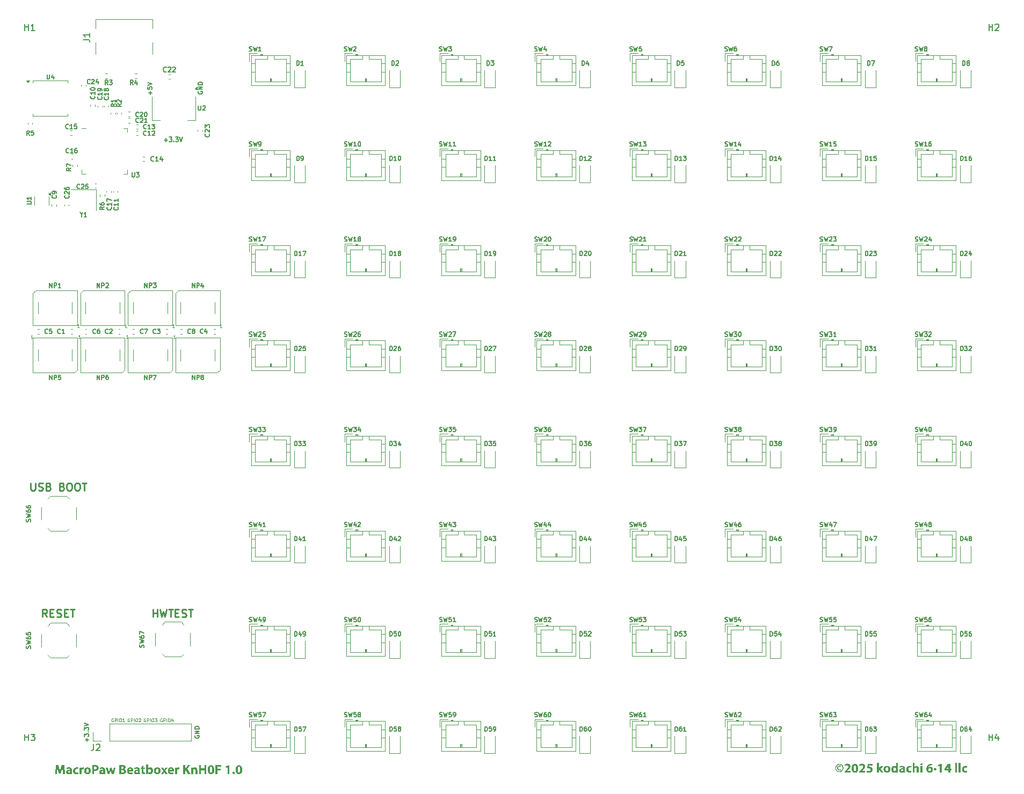
<source format=gbr>
%TF.GenerationSoftware,KiCad,Pcbnew,9.0.1*%
%TF.CreationDate,2025-04-23T11:08:09-04:00*%
%TF.ProjectId,KnH0F,4b6e4830-462e-46b6-9963-61645f706362,rev?*%
%TF.SameCoordinates,Original*%
%TF.FileFunction,Legend,Top*%
%TF.FilePolarity,Positive*%
%FSLAX46Y46*%
G04 Gerber Fmt 4.6, Leading zero omitted, Abs format (unit mm)*
G04 Created by KiCad (PCBNEW 9.0.1) date 2025-04-23 11:08:09*
%MOMM*%
%LPD*%
G01*
G04 APERTURE LIST*
%ADD10C,0.125000*%
%ADD11C,0.250000*%
%ADD12C,0.150000*%
%ADD13C,0.300000*%
%ADD14C,0.100000*%
%ADD15C,0.120000*%
G04 APERTURE END LIST*
D10*
X44841905Y-129818619D02*
X44794286Y-129794809D01*
X44794286Y-129794809D02*
X44722857Y-129794809D01*
X44722857Y-129794809D02*
X44651429Y-129818619D01*
X44651429Y-129818619D02*
X44603810Y-129866238D01*
X44603810Y-129866238D02*
X44580000Y-129913857D01*
X44580000Y-129913857D02*
X44556191Y-130009095D01*
X44556191Y-130009095D02*
X44556191Y-130080523D01*
X44556191Y-130080523D02*
X44580000Y-130175761D01*
X44580000Y-130175761D02*
X44603810Y-130223380D01*
X44603810Y-130223380D02*
X44651429Y-130271000D01*
X44651429Y-130271000D02*
X44722857Y-130294809D01*
X44722857Y-130294809D02*
X44770476Y-130294809D01*
X44770476Y-130294809D02*
X44841905Y-130271000D01*
X44841905Y-130271000D02*
X44865714Y-130247190D01*
X44865714Y-130247190D02*
X44865714Y-130080523D01*
X44865714Y-130080523D02*
X44770476Y-130080523D01*
X45080000Y-130294809D02*
X45080000Y-129794809D01*
X45080000Y-129794809D02*
X45270476Y-129794809D01*
X45270476Y-129794809D02*
X45318095Y-129818619D01*
X45318095Y-129818619D02*
X45341905Y-129842428D01*
X45341905Y-129842428D02*
X45365714Y-129890047D01*
X45365714Y-129890047D02*
X45365714Y-129961476D01*
X45365714Y-129961476D02*
X45341905Y-130009095D01*
X45341905Y-130009095D02*
X45318095Y-130032904D01*
X45318095Y-130032904D02*
X45270476Y-130056714D01*
X45270476Y-130056714D02*
X45080000Y-130056714D01*
X45580000Y-130294809D02*
X45580000Y-129794809D01*
X45913333Y-129794809D02*
X46008571Y-129794809D01*
X46008571Y-129794809D02*
X46056190Y-129818619D01*
X46056190Y-129818619D02*
X46103809Y-129866238D01*
X46103809Y-129866238D02*
X46127619Y-129961476D01*
X46127619Y-129961476D02*
X46127619Y-130128142D01*
X46127619Y-130128142D02*
X46103809Y-130223380D01*
X46103809Y-130223380D02*
X46056190Y-130271000D01*
X46056190Y-130271000D02*
X46008571Y-130294809D01*
X46008571Y-130294809D02*
X45913333Y-130294809D01*
X45913333Y-130294809D02*
X45865714Y-130271000D01*
X45865714Y-130271000D02*
X45818095Y-130223380D01*
X45818095Y-130223380D02*
X45794286Y-130128142D01*
X45794286Y-130128142D02*
X45794286Y-129961476D01*
X45794286Y-129961476D02*
X45818095Y-129866238D01*
X45818095Y-129866238D02*
X45865714Y-129818619D01*
X45865714Y-129818619D02*
X45913333Y-129794809D01*
X46556191Y-129961476D02*
X46556191Y-130294809D01*
X46437143Y-129771000D02*
X46318096Y-130128142D01*
X46318096Y-130128142D02*
X46627619Y-130128142D01*
D11*
X24183758Y-92640142D02*
X24183758Y-93611571D01*
X24183758Y-93611571D02*
X24240901Y-93725857D01*
X24240901Y-93725857D02*
X24298044Y-93783000D01*
X24298044Y-93783000D02*
X24412329Y-93840142D01*
X24412329Y-93840142D02*
X24640901Y-93840142D01*
X24640901Y-93840142D02*
X24755186Y-93783000D01*
X24755186Y-93783000D02*
X24812329Y-93725857D01*
X24812329Y-93725857D02*
X24869472Y-93611571D01*
X24869472Y-93611571D02*
X24869472Y-92640142D01*
X25383758Y-93783000D02*
X25555187Y-93840142D01*
X25555187Y-93840142D02*
X25840901Y-93840142D01*
X25840901Y-93840142D02*
X25955187Y-93783000D01*
X25955187Y-93783000D02*
X26012329Y-93725857D01*
X26012329Y-93725857D02*
X26069472Y-93611571D01*
X26069472Y-93611571D02*
X26069472Y-93497285D01*
X26069472Y-93497285D02*
X26012329Y-93383000D01*
X26012329Y-93383000D02*
X25955187Y-93325857D01*
X25955187Y-93325857D02*
X25840901Y-93268714D01*
X25840901Y-93268714D02*
X25612329Y-93211571D01*
X25612329Y-93211571D02*
X25498044Y-93154428D01*
X25498044Y-93154428D02*
X25440901Y-93097285D01*
X25440901Y-93097285D02*
X25383758Y-92983000D01*
X25383758Y-92983000D02*
X25383758Y-92868714D01*
X25383758Y-92868714D02*
X25440901Y-92754428D01*
X25440901Y-92754428D02*
X25498044Y-92697285D01*
X25498044Y-92697285D02*
X25612329Y-92640142D01*
X25612329Y-92640142D02*
X25898044Y-92640142D01*
X25898044Y-92640142D02*
X26069472Y-92697285D01*
X26983758Y-93211571D02*
X27155186Y-93268714D01*
X27155186Y-93268714D02*
X27212329Y-93325857D01*
X27212329Y-93325857D02*
X27269472Y-93440142D01*
X27269472Y-93440142D02*
X27269472Y-93611571D01*
X27269472Y-93611571D02*
X27212329Y-93725857D01*
X27212329Y-93725857D02*
X27155186Y-93783000D01*
X27155186Y-93783000D02*
X27040901Y-93840142D01*
X27040901Y-93840142D02*
X26583758Y-93840142D01*
X26583758Y-93840142D02*
X26583758Y-92640142D01*
X26583758Y-92640142D02*
X26983758Y-92640142D01*
X26983758Y-92640142D02*
X27098044Y-92697285D01*
X27098044Y-92697285D02*
X27155186Y-92754428D01*
X27155186Y-92754428D02*
X27212329Y-92868714D01*
X27212329Y-92868714D02*
X27212329Y-92983000D01*
X27212329Y-92983000D02*
X27155186Y-93097285D01*
X27155186Y-93097285D02*
X27098044Y-93154428D01*
X27098044Y-93154428D02*
X26983758Y-93211571D01*
X26983758Y-93211571D02*
X26583758Y-93211571D01*
X29098044Y-93211571D02*
X29269472Y-93268714D01*
X29269472Y-93268714D02*
X29326615Y-93325857D01*
X29326615Y-93325857D02*
X29383758Y-93440142D01*
X29383758Y-93440142D02*
X29383758Y-93611571D01*
X29383758Y-93611571D02*
X29326615Y-93725857D01*
X29326615Y-93725857D02*
X29269472Y-93783000D01*
X29269472Y-93783000D02*
X29155187Y-93840142D01*
X29155187Y-93840142D02*
X28698044Y-93840142D01*
X28698044Y-93840142D02*
X28698044Y-92640142D01*
X28698044Y-92640142D02*
X29098044Y-92640142D01*
X29098044Y-92640142D02*
X29212330Y-92697285D01*
X29212330Y-92697285D02*
X29269472Y-92754428D01*
X29269472Y-92754428D02*
X29326615Y-92868714D01*
X29326615Y-92868714D02*
X29326615Y-92983000D01*
X29326615Y-92983000D02*
X29269472Y-93097285D01*
X29269472Y-93097285D02*
X29212330Y-93154428D01*
X29212330Y-93154428D02*
X29098044Y-93211571D01*
X29098044Y-93211571D02*
X28698044Y-93211571D01*
X30126615Y-92640142D02*
X30355187Y-92640142D01*
X30355187Y-92640142D02*
X30469472Y-92697285D01*
X30469472Y-92697285D02*
X30583758Y-92811571D01*
X30583758Y-92811571D02*
X30640901Y-93040142D01*
X30640901Y-93040142D02*
X30640901Y-93440142D01*
X30640901Y-93440142D02*
X30583758Y-93668714D01*
X30583758Y-93668714D02*
X30469472Y-93783000D01*
X30469472Y-93783000D02*
X30355187Y-93840142D01*
X30355187Y-93840142D02*
X30126615Y-93840142D01*
X30126615Y-93840142D02*
X30012330Y-93783000D01*
X30012330Y-93783000D02*
X29898044Y-93668714D01*
X29898044Y-93668714D02*
X29840901Y-93440142D01*
X29840901Y-93440142D02*
X29840901Y-93040142D01*
X29840901Y-93040142D02*
X29898044Y-92811571D01*
X29898044Y-92811571D02*
X30012330Y-92697285D01*
X30012330Y-92697285D02*
X30126615Y-92640142D01*
X31383758Y-92640142D02*
X31612330Y-92640142D01*
X31612330Y-92640142D02*
X31726615Y-92697285D01*
X31726615Y-92697285D02*
X31840901Y-92811571D01*
X31840901Y-92811571D02*
X31898044Y-93040142D01*
X31898044Y-93040142D02*
X31898044Y-93440142D01*
X31898044Y-93440142D02*
X31840901Y-93668714D01*
X31840901Y-93668714D02*
X31726615Y-93783000D01*
X31726615Y-93783000D02*
X31612330Y-93840142D01*
X31612330Y-93840142D02*
X31383758Y-93840142D01*
X31383758Y-93840142D02*
X31269473Y-93783000D01*
X31269473Y-93783000D02*
X31155187Y-93668714D01*
X31155187Y-93668714D02*
X31098044Y-93440142D01*
X31098044Y-93440142D02*
X31098044Y-93040142D01*
X31098044Y-93040142D02*
X31155187Y-92811571D01*
X31155187Y-92811571D02*
X31269473Y-92697285D01*
X31269473Y-92697285D02*
X31383758Y-92640142D01*
X32240901Y-92640142D02*
X32926616Y-92640142D01*
X32583758Y-93840142D02*
X32583758Y-92640142D01*
D12*
X50049366Y-132483332D02*
X50016033Y-132549999D01*
X50016033Y-132549999D02*
X50016033Y-132649999D01*
X50016033Y-132649999D02*
X50049366Y-132749999D01*
X50049366Y-132749999D02*
X50116033Y-132816666D01*
X50116033Y-132816666D02*
X50182700Y-132849999D01*
X50182700Y-132849999D02*
X50316033Y-132883332D01*
X50316033Y-132883332D02*
X50416033Y-132883332D01*
X50416033Y-132883332D02*
X50549366Y-132849999D01*
X50549366Y-132849999D02*
X50616033Y-132816666D01*
X50616033Y-132816666D02*
X50682700Y-132749999D01*
X50682700Y-132749999D02*
X50716033Y-132649999D01*
X50716033Y-132649999D02*
X50716033Y-132583332D01*
X50716033Y-132583332D02*
X50682700Y-132483332D01*
X50682700Y-132483332D02*
X50649366Y-132449999D01*
X50649366Y-132449999D02*
X50416033Y-132449999D01*
X50416033Y-132449999D02*
X50416033Y-132583332D01*
X50716033Y-132149999D02*
X50016033Y-132149999D01*
X50016033Y-132149999D02*
X50716033Y-131749999D01*
X50716033Y-131749999D02*
X50016033Y-131749999D01*
X50716033Y-131416666D02*
X50016033Y-131416666D01*
X50016033Y-131416666D02*
X50016033Y-131249999D01*
X50016033Y-131249999D02*
X50049366Y-131149999D01*
X50049366Y-131149999D02*
X50116033Y-131083333D01*
X50116033Y-131083333D02*
X50182700Y-131049999D01*
X50182700Y-131049999D02*
X50316033Y-131016666D01*
X50316033Y-131016666D02*
X50416033Y-131016666D01*
X50416033Y-131016666D02*
X50549366Y-131049999D01*
X50549366Y-131049999D02*
X50616033Y-131083333D01*
X50616033Y-131083333D02*
X50682700Y-131149999D01*
X50682700Y-131149999D02*
X50716033Y-131249999D01*
X50716033Y-131249999D02*
X50716033Y-131416666D01*
D10*
X37161905Y-129818619D02*
X37114286Y-129794809D01*
X37114286Y-129794809D02*
X37042857Y-129794809D01*
X37042857Y-129794809D02*
X36971429Y-129818619D01*
X36971429Y-129818619D02*
X36923810Y-129866238D01*
X36923810Y-129866238D02*
X36900000Y-129913857D01*
X36900000Y-129913857D02*
X36876191Y-130009095D01*
X36876191Y-130009095D02*
X36876191Y-130080523D01*
X36876191Y-130080523D02*
X36900000Y-130175761D01*
X36900000Y-130175761D02*
X36923810Y-130223380D01*
X36923810Y-130223380D02*
X36971429Y-130271000D01*
X36971429Y-130271000D02*
X37042857Y-130294809D01*
X37042857Y-130294809D02*
X37090476Y-130294809D01*
X37090476Y-130294809D02*
X37161905Y-130271000D01*
X37161905Y-130271000D02*
X37185714Y-130247190D01*
X37185714Y-130247190D02*
X37185714Y-130080523D01*
X37185714Y-130080523D02*
X37090476Y-130080523D01*
X37400000Y-130294809D02*
X37400000Y-129794809D01*
X37400000Y-129794809D02*
X37590476Y-129794809D01*
X37590476Y-129794809D02*
X37638095Y-129818619D01*
X37638095Y-129818619D02*
X37661905Y-129842428D01*
X37661905Y-129842428D02*
X37685714Y-129890047D01*
X37685714Y-129890047D02*
X37685714Y-129961476D01*
X37685714Y-129961476D02*
X37661905Y-130009095D01*
X37661905Y-130009095D02*
X37638095Y-130032904D01*
X37638095Y-130032904D02*
X37590476Y-130056714D01*
X37590476Y-130056714D02*
X37400000Y-130056714D01*
X37900000Y-130294809D02*
X37900000Y-129794809D01*
X38233333Y-129794809D02*
X38328571Y-129794809D01*
X38328571Y-129794809D02*
X38376190Y-129818619D01*
X38376190Y-129818619D02*
X38423809Y-129866238D01*
X38423809Y-129866238D02*
X38447619Y-129961476D01*
X38447619Y-129961476D02*
X38447619Y-130128142D01*
X38447619Y-130128142D02*
X38423809Y-130223380D01*
X38423809Y-130223380D02*
X38376190Y-130271000D01*
X38376190Y-130271000D02*
X38328571Y-130294809D01*
X38328571Y-130294809D02*
X38233333Y-130294809D01*
X38233333Y-130294809D02*
X38185714Y-130271000D01*
X38185714Y-130271000D02*
X38138095Y-130223380D01*
X38138095Y-130223380D02*
X38114286Y-130128142D01*
X38114286Y-130128142D02*
X38114286Y-129961476D01*
X38114286Y-129961476D02*
X38138095Y-129866238D01*
X38138095Y-129866238D02*
X38185714Y-129818619D01*
X38185714Y-129818619D02*
X38233333Y-129794809D01*
X38923810Y-130294809D02*
X38638096Y-130294809D01*
X38780953Y-130294809D02*
X38780953Y-129794809D01*
X38780953Y-129794809D02*
X38733334Y-129866238D01*
X38733334Y-129866238D02*
X38685715Y-129913857D01*
X38685715Y-129913857D02*
X38638096Y-129937666D01*
D12*
X33019366Y-133400000D02*
X33019366Y-132866667D01*
X33286033Y-133133333D02*
X32752700Y-133133333D01*
X32586033Y-132600000D02*
X32586033Y-132166666D01*
X32586033Y-132166666D02*
X32852700Y-132400000D01*
X32852700Y-132400000D02*
X32852700Y-132300000D01*
X32852700Y-132300000D02*
X32886033Y-132233333D01*
X32886033Y-132233333D02*
X32919366Y-132200000D01*
X32919366Y-132200000D02*
X32986033Y-132166666D01*
X32986033Y-132166666D02*
X33152700Y-132166666D01*
X33152700Y-132166666D02*
X33219366Y-132200000D01*
X33219366Y-132200000D02*
X33252700Y-132233333D01*
X33252700Y-132233333D02*
X33286033Y-132300000D01*
X33286033Y-132300000D02*
X33286033Y-132500000D01*
X33286033Y-132500000D02*
X33252700Y-132566666D01*
X33252700Y-132566666D02*
X33219366Y-132600000D01*
X33219366Y-131866666D02*
X33252700Y-131833333D01*
X33252700Y-131833333D02*
X33286033Y-131866666D01*
X33286033Y-131866666D02*
X33252700Y-131899999D01*
X33252700Y-131899999D02*
X33219366Y-131866666D01*
X33219366Y-131866666D02*
X33286033Y-131866666D01*
X32586033Y-131600000D02*
X32586033Y-131166666D01*
X32586033Y-131166666D02*
X32852700Y-131400000D01*
X32852700Y-131400000D02*
X32852700Y-131300000D01*
X32852700Y-131300000D02*
X32886033Y-131233333D01*
X32886033Y-131233333D02*
X32919366Y-131200000D01*
X32919366Y-131200000D02*
X32986033Y-131166666D01*
X32986033Y-131166666D02*
X33152700Y-131166666D01*
X33152700Y-131166666D02*
X33219366Y-131200000D01*
X33219366Y-131200000D02*
X33252700Y-131233333D01*
X33252700Y-131233333D02*
X33286033Y-131300000D01*
X33286033Y-131300000D02*
X33286033Y-131500000D01*
X33286033Y-131500000D02*
X33252700Y-131566666D01*
X33252700Y-131566666D02*
X33219366Y-131600000D01*
X32586033Y-130966666D02*
X33286033Y-130733333D01*
X33286033Y-130733333D02*
X32586033Y-130499999D01*
D10*
X42261905Y-129818619D02*
X42214286Y-129794809D01*
X42214286Y-129794809D02*
X42142857Y-129794809D01*
X42142857Y-129794809D02*
X42071429Y-129818619D01*
X42071429Y-129818619D02*
X42023810Y-129866238D01*
X42023810Y-129866238D02*
X42000000Y-129913857D01*
X42000000Y-129913857D02*
X41976191Y-130009095D01*
X41976191Y-130009095D02*
X41976191Y-130080523D01*
X41976191Y-130080523D02*
X42000000Y-130175761D01*
X42000000Y-130175761D02*
X42023810Y-130223380D01*
X42023810Y-130223380D02*
X42071429Y-130271000D01*
X42071429Y-130271000D02*
X42142857Y-130294809D01*
X42142857Y-130294809D02*
X42190476Y-130294809D01*
X42190476Y-130294809D02*
X42261905Y-130271000D01*
X42261905Y-130271000D02*
X42285714Y-130247190D01*
X42285714Y-130247190D02*
X42285714Y-130080523D01*
X42285714Y-130080523D02*
X42190476Y-130080523D01*
X42500000Y-130294809D02*
X42500000Y-129794809D01*
X42500000Y-129794809D02*
X42690476Y-129794809D01*
X42690476Y-129794809D02*
X42738095Y-129818619D01*
X42738095Y-129818619D02*
X42761905Y-129842428D01*
X42761905Y-129842428D02*
X42785714Y-129890047D01*
X42785714Y-129890047D02*
X42785714Y-129961476D01*
X42785714Y-129961476D02*
X42761905Y-130009095D01*
X42761905Y-130009095D02*
X42738095Y-130032904D01*
X42738095Y-130032904D02*
X42690476Y-130056714D01*
X42690476Y-130056714D02*
X42500000Y-130056714D01*
X43000000Y-130294809D02*
X43000000Y-129794809D01*
X43333333Y-129794809D02*
X43428571Y-129794809D01*
X43428571Y-129794809D02*
X43476190Y-129818619D01*
X43476190Y-129818619D02*
X43523809Y-129866238D01*
X43523809Y-129866238D02*
X43547619Y-129961476D01*
X43547619Y-129961476D02*
X43547619Y-130128142D01*
X43547619Y-130128142D02*
X43523809Y-130223380D01*
X43523809Y-130223380D02*
X43476190Y-130271000D01*
X43476190Y-130271000D02*
X43428571Y-130294809D01*
X43428571Y-130294809D02*
X43333333Y-130294809D01*
X43333333Y-130294809D02*
X43285714Y-130271000D01*
X43285714Y-130271000D02*
X43238095Y-130223380D01*
X43238095Y-130223380D02*
X43214286Y-130128142D01*
X43214286Y-130128142D02*
X43214286Y-129961476D01*
X43214286Y-129961476D02*
X43238095Y-129866238D01*
X43238095Y-129866238D02*
X43285714Y-129818619D01*
X43285714Y-129818619D02*
X43333333Y-129794809D01*
X43714286Y-129794809D02*
X44023810Y-129794809D01*
X44023810Y-129794809D02*
X43857143Y-129985285D01*
X43857143Y-129985285D02*
X43928572Y-129985285D01*
X43928572Y-129985285D02*
X43976191Y-130009095D01*
X43976191Y-130009095D02*
X44000000Y-130032904D01*
X44000000Y-130032904D02*
X44023810Y-130080523D01*
X44023810Y-130080523D02*
X44023810Y-130199571D01*
X44023810Y-130199571D02*
X44000000Y-130247190D01*
X44000000Y-130247190D02*
X43976191Y-130271000D01*
X43976191Y-130271000D02*
X43928572Y-130294809D01*
X43928572Y-130294809D02*
X43785715Y-130294809D01*
X43785715Y-130294809D02*
X43738096Y-130271000D01*
X43738096Y-130271000D02*
X43714286Y-130247190D01*
X39721905Y-129818619D02*
X39674286Y-129794809D01*
X39674286Y-129794809D02*
X39602857Y-129794809D01*
X39602857Y-129794809D02*
X39531429Y-129818619D01*
X39531429Y-129818619D02*
X39483810Y-129866238D01*
X39483810Y-129866238D02*
X39460000Y-129913857D01*
X39460000Y-129913857D02*
X39436191Y-130009095D01*
X39436191Y-130009095D02*
X39436191Y-130080523D01*
X39436191Y-130080523D02*
X39460000Y-130175761D01*
X39460000Y-130175761D02*
X39483810Y-130223380D01*
X39483810Y-130223380D02*
X39531429Y-130271000D01*
X39531429Y-130271000D02*
X39602857Y-130294809D01*
X39602857Y-130294809D02*
X39650476Y-130294809D01*
X39650476Y-130294809D02*
X39721905Y-130271000D01*
X39721905Y-130271000D02*
X39745714Y-130247190D01*
X39745714Y-130247190D02*
X39745714Y-130080523D01*
X39745714Y-130080523D02*
X39650476Y-130080523D01*
X39960000Y-130294809D02*
X39960000Y-129794809D01*
X39960000Y-129794809D02*
X40150476Y-129794809D01*
X40150476Y-129794809D02*
X40198095Y-129818619D01*
X40198095Y-129818619D02*
X40221905Y-129842428D01*
X40221905Y-129842428D02*
X40245714Y-129890047D01*
X40245714Y-129890047D02*
X40245714Y-129961476D01*
X40245714Y-129961476D02*
X40221905Y-130009095D01*
X40221905Y-130009095D02*
X40198095Y-130032904D01*
X40198095Y-130032904D02*
X40150476Y-130056714D01*
X40150476Y-130056714D02*
X39960000Y-130056714D01*
X40460000Y-130294809D02*
X40460000Y-129794809D01*
X40793333Y-129794809D02*
X40888571Y-129794809D01*
X40888571Y-129794809D02*
X40936190Y-129818619D01*
X40936190Y-129818619D02*
X40983809Y-129866238D01*
X40983809Y-129866238D02*
X41007619Y-129961476D01*
X41007619Y-129961476D02*
X41007619Y-130128142D01*
X41007619Y-130128142D02*
X40983809Y-130223380D01*
X40983809Y-130223380D02*
X40936190Y-130271000D01*
X40936190Y-130271000D02*
X40888571Y-130294809D01*
X40888571Y-130294809D02*
X40793333Y-130294809D01*
X40793333Y-130294809D02*
X40745714Y-130271000D01*
X40745714Y-130271000D02*
X40698095Y-130223380D01*
X40698095Y-130223380D02*
X40674286Y-130128142D01*
X40674286Y-130128142D02*
X40674286Y-129961476D01*
X40674286Y-129961476D02*
X40698095Y-129866238D01*
X40698095Y-129866238D02*
X40745714Y-129818619D01*
X40745714Y-129818619D02*
X40793333Y-129794809D01*
X41198096Y-129842428D02*
X41221905Y-129818619D01*
X41221905Y-129818619D02*
X41269524Y-129794809D01*
X41269524Y-129794809D02*
X41388572Y-129794809D01*
X41388572Y-129794809D02*
X41436191Y-129818619D01*
X41436191Y-129818619D02*
X41460000Y-129842428D01*
X41460000Y-129842428D02*
X41483810Y-129890047D01*
X41483810Y-129890047D02*
X41483810Y-129937666D01*
X41483810Y-129937666D02*
X41460000Y-130009095D01*
X41460000Y-130009095D02*
X41174286Y-130294809D01*
X41174286Y-130294809D02*
X41483810Y-130294809D01*
D12*
X43029366Y-31370000D02*
X43029366Y-30836667D01*
X43296033Y-31103333D02*
X42762700Y-31103333D01*
X42596033Y-30170000D02*
X42596033Y-30503333D01*
X42596033Y-30503333D02*
X42929366Y-30536666D01*
X42929366Y-30536666D02*
X42896033Y-30503333D01*
X42896033Y-30503333D02*
X42862700Y-30436666D01*
X42862700Y-30436666D02*
X42862700Y-30270000D01*
X42862700Y-30270000D02*
X42896033Y-30203333D01*
X42896033Y-30203333D02*
X42929366Y-30170000D01*
X42929366Y-30170000D02*
X42996033Y-30136666D01*
X42996033Y-30136666D02*
X43162700Y-30136666D01*
X43162700Y-30136666D02*
X43229366Y-30170000D01*
X43229366Y-30170000D02*
X43262700Y-30203333D01*
X43262700Y-30203333D02*
X43296033Y-30270000D01*
X43296033Y-30270000D02*
X43296033Y-30436666D01*
X43296033Y-30436666D02*
X43262700Y-30503333D01*
X43262700Y-30503333D02*
X43229366Y-30536666D01*
X42596033Y-29936666D02*
X43296033Y-29703333D01*
X43296033Y-29703333D02*
X42596033Y-29469999D01*
D11*
X43412330Y-113770142D02*
X43412330Y-112570142D01*
X43412330Y-113141571D02*
X44098044Y-113141571D01*
X44098044Y-113770142D02*
X44098044Y-112570142D01*
X44555187Y-112570142D02*
X44840901Y-113770142D01*
X44840901Y-113770142D02*
X45069473Y-112913000D01*
X45069473Y-112913000D02*
X45298044Y-113770142D01*
X45298044Y-113770142D02*
X45583759Y-112570142D01*
X45869473Y-112570142D02*
X46555188Y-112570142D01*
X46212330Y-113770142D02*
X46212330Y-112570142D01*
X46955188Y-113141571D02*
X47355188Y-113141571D01*
X47526616Y-113770142D02*
X46955188Y-113770142D01*
X46955188Y-113770142D02*
X46955188Y-112570142D01*
X46955188Y-112570142D02*
X47526616Y-112570142D01*
X47983759Y-113713000D02*
X48155188Y-113770142D01*
X48155188Y-113770142D02*
X48440902Y-113770142D01*
X48440902Y-113770142D02*
X48555188Y-113713000D01*
X48555188Y-113713000D02*
X48612330Y-113655857D01*
X48612330Y-113655857D02*
X48669473Y-113541571D01*
X48669473Y-113541571D02*
X48669473Y-113427285D01*
X48669473Y-113427285D02*
X48612330Y-113313000D01*
X48612330Y-113313000D02*
X48555188Y-113255857D01*
X48555188Y-113255857D02*
X48440902Y-113198714D01*
X48440902Y-113198714D02*
X48212330Y-113141571D01*
X48212330Y-113141571D02*
X48098045Y-113084428D01*
X48098045Y-113084428D02*
X48040902Y-113027285D01*
X48040902Y-113027285D02*
X47983759Y-112913000D01*
X47983759Y-112913000D02*
X47983759Y-112798714D01*
X47983759Y-112798714D02*
X48040902Y-112684428D01*
X48040902Y-112684428D02*
X48098045Y-112627285D01*
X48098045Y-112627285D02*
X48212330Y-112570142D01*
X48212330Y-112570142D02*
X48498045Y-112570142D01*
X48498045Y-112570142D02*
X48669473Y-112627285D01*
X49012330Y-112570142D02*
X49698045Y-112570142D01*
X49355187Y-113770142D02*
X49355187Y-112570142D01*
D12*
X50576866Y-30883332D02*
X50543533Y-30949999D01*
X50543533Y-30949999D02*
X50543533Y-31049999D01*
X50543533Y-31049999D02*
X50576866Y-31149999D01*
X50576866Y-31149999D02*
X50643533Y-31216666D01*
X50643533Y-31216666D02*
X50710200Y-31249999D01*
X50710200Y-31249999D02*
X50843533Y-31283332D01*
X50843533Y-31283332D02*
X50943533Y-31283332D01*
X50943533Y-31283332D02*
X51076866Y-31249999D01*
X51076866Y-31249999D02*
X51143533Y-31216666D01*
X51143533Y-31216666D02*
X51210200Y-31149999D01*
X51210200Y-31149999D02*
X51243533Y-31049999D01*
X51243533Y-31049999D02*
X51243533Y-30983332D01*
X51243533Y-30983332D02*
X51210200Y-30883332D01*
X51210200Y-30883332D02*
X51176866Y-30849999D01*
X51176866Y-30849999D02*
X50943533Y-30849999D01*
X50943533Y-30849999D02*
X50943533Y-30983332D01*
X51243533Y-30549999D02*
X50543533Y-30549999D01*
X50543533Y-30549999D02*
X51243533Y-30149999D01*
X51243533Y-30149999D02*
X50543533Y-30149999D01*
X51243533Y-29816666D02*
X50543533Y-29816666D01*
X50543533Y-29816666D02*
X50543533Y-29649999D01*
X50543533Y-29649999D02*
X50576866Y-29549999D01*
X50576866Y-29549999D02*
X50643533Y-29483333D01*
X50643533Y-29483333D02*
X50710200Y-29449999D01*
X50710200Y-29449999D02*
X50843533Y-29416666D01*
X50843533Y-29416666D02*
X50943533Y-29416666D01*
X50943533Y-29416666D02*
X51076866Y-29449999D01*
X51076866Y-29449999D02*
X51143533Y-29483333D01*
X51143533Y-29483333D02*
X51210200Y-29549999D01*
X51210200Y-29549999D02*
X51243533Y-29649999D01*
X51243533Y-29649999D02*
X51243533Y-29816666D01*
X45199999Y-38529366D02*
X45733333Y-38529366D01*
X45466666Y-38796033D02*
X45466666Y-38262700D01*
X46000000Y-38096033D02*
X46433333Y-38096033D01*
X46433333Y-38096033D02*
X46200000Y-38362700D01*
X46200000Y-38362700D02*
X46300000Y-38362700D01*
X46300000Y-38362700D02*
X46366666Y-38396033D01*
X46366666Y-38396033D02*
X46400000Y-38429366D01*
X46400000Y-38429366D02*
X46433333Y-38496033D01*
X46433333Y-38496033D02*
X46433333Y-38662700D01*
X46433333Y-38662700D02*
X46400000Y-38729366D01*
X46400000Y-38729366D02*
X46366666Y-38762700D01*
X46366666Y-38762700D02*
X46300000Y-38796033D01*
X46300000Y-38796033D02*
X46100000Y-38796033D01*
X46100000Y-38796033D02*
X46033333Y-38762700D01*
X46033333Y-38762700D02*
X46000000Y-38729366D01*
X46733333Y-38729366D02*
X46766667Y-38762700D01*
X46766667Y-38762700D02*
X46733333Y-38796033D01*
X46733333Y-38796033D02*
X46700000Y-38762700D01*
X46700000Y-38762700D02*
X46733333Y-38729366D01*
X46733333Y-38729366D02*
X46733333Y-38796033D01*
X47000000Y-38096033D02*
X47433333Y-38096033D01*
X47433333Y-38096033D02*
X47200000Y-38362700D01*
X47200000Y-38362700D02*
X47300000Y-38362700D01*
X47300000Y-38362700D02*
X47366666Y-38396033D01*
X47366666Y-38396033D02*
X47400000Y-38429366D01*
X47400000Y-38429366D02*
X47433333Y-38496033D01*
X47433333Y-38496033D02*
X47433333Y-38662700D01*
X47433333Y-38662700D02*
X47400000Y-38729366D01*
X47400000Y-38729366D02*
X47366666Y-38762700D01*
X47366666Y-38762700D02*
X47300000Y-38796033D01*
X47300000Y-38796033D02*
X47100000Y-38796033D01*
X47100000Y-38796033D02*
X47033333Y-38762700D01*
X47033333Y-38762700D02*
X47000000Y-38729366D01*
X47633333Y-38096033D02*
X47866667Y-38796033D01*
X47866667Y-38796033D02*
X48100000Y-38096033D01*
D13*
G36*
X29246555Y-138535000D02*
G01*
X29559430Y-138535000D01*
X29481761Y-137122299D01*
X29063831Y-137122299D01*
X28912614Y-137592344D01*
X28804470Y-137993569D01*
X28778250Y-138099301D01*
X28771930Y-138099301D01*
X28701094Y-137781044D01*
X28652220Y-137594451D01*
X28513643Y-137122299D01*
X28087378Y-137122299D01*
X27997069Y-138535000D01*
X28293183Y-138535000D01*
X28318371Y-137998734D01*
X28335109Y-137624295D01*
X28343558Y-137414200D01*
X28347772Y-137414200D01*
X28418483Y-137745036D01*
X28475816Y-137967318D01*
X28627033Y-138512010D01*
X28876985Y-138512010D01*
X29049176Y-137960998D01*
X29110566Y-137765457D01*
X29169649Y-137557842D01*
X29206621Y-137414200D01*
X29212941Y-137414200D01*
X29221592Y-137881259D01*
X29225580Y-137994521D01*
X29246555Y-138535000D01*
G37*
G36*
X30297770Y-137491188D02*
G01*
X30405212Y-137515463D01*
X30450696Y-137534233D01*
X30491000Y-137557045D01*
X30527458Y-137584581D01*
X30558847Y-137615817D01*
X30587239Y-137653205D01*
X30610335Y-137694118D01*
X30630234Y-137743487D01*
X30644313Y-137796209D01*
X30653839Y-137860137D01*
X30656874Y-137926926D01*
X30656874Y-138284498D01*
X30659670Y-138414201D01*
X30671529Y-138535000D01*
X30383841Y-138535000D01*
X30364973Y-138432509D01*
X30358654Y-138432509D01*
X30330512Y-138462564D01*
X30296096Y-138490624D01*
X30257866Y-138513985D01*
X30214810Y-138533048D01*
X30168452Y-138546888D01*
X30117877Y-138555536D01*
X30064646Y-138558447D01*
X29987394Y-138550984D01*
X29943111Y-138539034D01*
X29902657Y-138522046D01*
X29865135Y-138499776D01*
X29831971Y-138473176D01*
X29802583Y-138441863D01*
X29778123Y-138407080D01*
X29758514Y-138368828D01*
X29744312Y-138328167D01*
X29732812Y-138242366D01*
X29736441Y-138211317D01*
X30047885Y-138211317D01*
X30051072Y-138243815D01*
X30059356Y-138269433D01*
X30072236Y-138290725D01*
X30090615Y-138308821D01*
X30113065Y-138321986D01*
X30141788Y-138330835D01*
X30173823Y-138333774D01*
X30199871Y-138331869D01*
X30232306Y-138323867D01*
X30261834Y-138310331D01*
X30288434Y-138291565D01*
X30310797Y-138268642D01*
X30339786Y-138215530D01*
X30346014Y-138160667D01*
X30346014Y-138048743D01*
X30221798Y-138056808D01*
X30142155Y-138078841D01*
X30090118Y-138111222D01*
X30059128Y-138153951D01*
X30050756Y-138180814D01*
X30047885Y-138211317D01*
X29736441Y-138211317D01*
X29743718Y-138149046D01*
X29757148Y-138107083D01*
X29775671Y-138068334D01*
X29800021Y-138031604D01*
X29829458Y-137998287D01*
X29866167Y-137966558D01*
X29908201Y-137938660D01*
X29959411Y-137912772D01*
X30016305Y-137891325D01*
X30084137Y-137873050D01*
X30157961Y-137859949D01*
X30243732Y-137851593D01*
X30335573Y-137849166D01*
X30335573Y-137834694D01*
X30335064Y-137822574D01*
X30322493Y-137777644D01*
X30291628Y-137741034D01*
X30267696Y-137726327D01*
X30236881Y-137714756D01*
X30197231Y-137706965D01*
X30148635Y-137704177D01*
X30076276Y-137709355D01*
X30014168Y-137721314D01*
X29955725Y-137738740D01*
X29865161Y-137780839D01*
X29806359Y-137576041D01*
X29819822Y-137568832D01*
X29928266Y-137525659D01*
X30060554Y-137496139D01*
X30205330Y-137485732D01*
X30297770Y-137491188D01*
G37*
G36*
X31640837Y-138272957D02*
G01*
X31596655Y-138288800D01*
X31546406Y-138299920D01*
X31458113Y-138306480D01*
X31412701Y-138303557D01*
X31369604Y-138294823D01*
X31330834Y-138280970D01*
X31295248Y-138261821D01*
X31264680Y-138238608D01*
X31237934Y-138210636D01*
X31216156Y-138179152D01*
X31198757Y-138143304D01*
X31186287Y-138103751D01*
X31178840Y-138060029D01*
X31176745Y-138018975D01*
X31179055Y-137972991D01*
X31186998Y-137929918D01*
X31200108Y-137890604D01*
X31218200Y-137854814D01*
X31240633Y-137823357D01*
X31267412Y-137795972D01*
X31297880Y-137773247D01*
X31332120Y-137755123D01*
X31369708Y-137741965D01*
X31410575Y-137733981D01*
X31451793Y-137731471D01*
X31511550Y-137734188D01*
X31561269Y-137741479D01*
X31630304Y-137762978D01*
X31680679Y-137525666D01*
X31575843Y-137498056D01*
X31440374Y-137485739D01*
X31437138Y-137485732D01*
X31366952Y-137488615D01*
X31301017Y-137497072D01*
X31239806Y-137510699D01*
X31182873Y-137529254D01*
X31130355Y-137552410D01*
X31082185Y-137579916D01*
X30998663Y-137647259D01*
X30932500Y-137729954D01*
X30884544Y-137826844D01*
X30856289Y-137936506D01*
X30849124Y-138031615D01*
X30852026Y-138095743D01*
X30860616Y-138156408D01*
X30874389Y-138212356D01*
X30893297Y-138264678D01*
X30916761Y-138312490D01*
X30944886Y-138356503D01*
X30977232Y-138396267D01*
X31013857Y-138432017D01*
X31099501Y-138491012D01*
X31201723Y-138532595D01*
X31320654Y-138555070D01*
X31392991Y-138558447D01*
X31533426Y-138548184D01*
X31599621Y-138535550D01*
X31653984Y-138519880D01*
X31678664Y-138510178D01*
X31640837Y-138272957D01*
G37*
G36*
X31854610Y-138535000D02*
G01*
X32173805Y-138535000D01*
X32173805Y-138014762D01*
X32180125Y-137943413D01*
X32190458Y-137908779D01*
X32205865Y-137877670D01*
X32225622Y-137850943D01*
X32249794Y-137828158D01*
X32310201Y-137795650D01*
X32386726Y-137782059D01*
X32398478Y-137781846D01*
X32444690Y-137784542D01*
X32482000Y-137791688D01*
X32484574Y-137792379D01*
X32484574Y-137489945D01*
X32417438Y-137485732D01*
X32379481Y-137488708D01*
X32340153Y-137497812D01*
X32301240Y-137513019D01*
X32263244Y-137534677D01*
X32229520Y-137561001D01*
X32198484Y-137593402D01*
X32172838Y-137629162D01*
X32151037Y-137670523D01*
X32140191Y-137697857D01*
X32131857Y-137697857D01*
X32121324Y-137509180D01*
X31846184Y-137509180D01*
X31854610Y-137846967D01*
X31854610Y-138535000D01*
G37*
G36*
X33181274Y-137488106D02*
G01*
X33240132Y-137496027D01*
X33295832Y-137509296D01*
X33348048Y-137527635D01*
X33396752Y-137550854D01*
X33441779Y-137578746D01*
X33482922Y-137611085D01*
X33520127Y-137647796D01*
X33553043Y-137688544D01*
X33581650Y-137733405D01*
X33605531Y-137781904D01*
X33624620Y-137834221D01*
X33638522Y-137889770D01*
X33647081Y-137948756D01*
X33649979Y-138010549D01*
X33647206Y-138075396D01*
X33638904Y-138137061D01*
X33625417Y-138194331D01*
X33606750Y-138248077D01*
X33583443Y-138297370D01*
X33554914Y-138343612D01*
X33522226Y-138385208D01*
X33484037Y-138423780D01*
X33442190Y-138457382D01*
X33394720Y-138487425D01*
X33344234Y-138512092D01*
X33288715Y-138532229D01*
X33231073Y-138546616D01*
X33170119Y-138555503D01*
X33108217Y-138558447D01*
X33041781Y-138555132D01*
X32927509Y-138532255D01*
X32826838Y-138489489D01*
X32741369Y-138428848D01*
X32672280Y-138351856D01*
X32644262Y-138307586D01*
X32620740Y-138259421D01*
X32601996Y-138207519D01*
X32588266Y-138151936D01*
X32579784Y-138092477D01*
X32576898Y-138029508D01*
X32577349Y-138021082D01*
X32906625Y-138021082D01*
X32907662Y-138056760D01*
X32923822Y-138157396D01*
X32955478Y-138233422D01*
X32998594Y-138286275D01*
X33051847Y-138318285D01*
X33082826Y-138326686D01*
X33116644Y-138329561D01*
X33117148Y-138329560D01*
X33149127Y-138326570D01*
X33178861Y-138317959D01*
X33207409Y-138303216D01*
X33233155Y-138282912D01*
X33257453Y-138255310D01*
X33278112Y-138222043D01*
X33295877Y-138180796D01*
X33309007Y-138134005D01*
X33317460Y-138080031D01*
X33320342Y-138021082D01*
X33319007Y-137981402D01*
X33302457Y-137882255D01*
X33271455Y-137806983D01*
X33230071Y-137755035D01*
X33179218Y-137723699D01*
X33149515Y-137715456D01*
X33116644Y-137712603D01*
X33056893Y-137721708D01*
X33026582Y-137735082D01*
X33000059Y-137753655D01*
X32974109Y-137780588D01*
X32952729Y-137812664D01*
X32933044Y-137855983D01*
X32919072Y-137903724D01*
X32909647Y-137961615D01*
X32906625Y-138021082D01*
X32577349Y-138021082D01*
X32581036Y-137952260D01*
X32605001Y-137836615D01*
X32648564Y-137736096D01*
X32677224Y-137691575D01*
X32710268Y-137650987D01*
X32747719Y-137614308D01*
X32789247Y-137581906D01*
X32835231Y-137553631D01*
X32885024Y-137530046D01*
X32939320Y-137511051D01*
X32997168Y-137497224D01*
X33059436Y-137488634D01*
X33124979Y-137485732D01*
X33181274Y-137488106D01*
G37*
G36*
X34397136Y-137114788D02*
G01*
X34533228Y-137136161D01*
X34639049Y-137172931D01*
X34721869Y-137224057D01*
X34776895Y-137277614D01*
X34829160Y-137358045D01*
X34861874Y-137450615D01*
X34873086Y-137551403D01*
X34868980Y-137621284D01*
X34845263Y-137725537D01*
X34802577Y-137814441D01*
X34742843Y-137887176D01*
X34674440Y-137940200D01*
X34624375Y-137968114D01*
X34570176Y-137991068D01*
X34507348Y-138010426D01*
X34440402Y-138024301D01*
X34363654Y-138033323D01*
X34282964Y-138036286D01*
X34173788Y-138029966D01*
X34173788Y-138535000D01*
X33856700Y-138535000D01*
X33856700Y-137364740D01*
X34173788Y-137364740D01*
X34173788Y-137782213D01*
X34220247Y-137788750D01*
X34280858Y-137790547D01*
X34302736Y-137790059D01*
X34393153Y-137775586D01*
X34462570Y-137743997D01*
X34512809Y-137697710D01*
X34531128Y-137668999D01*
X34544561Y-137636814D01*
X34553102Y-137600033D01*
X34555997Y-137559829D01*
X34548094Y-137497514D01*
X34520607Y-137439142D01*
X34499263Y-137414673D01*
X34473142Y-137394011D01*
X34440482Y-137376478D01*
X34402771Y-137363539D01*
X34357113Y-137354996D01*
X34306045Y-137352101D01*
X34276107Y-137352571D01*
X34213889Y-137357260D01*
X34173788Y-137364740D01*
X33856700Y-137364740D01*
X33856700Y-137139976D01*
X34013199Y-137120835D01*
X34139185Y-137113323D01*
X34289284Y-137110575D01*
X34397136Y-137114788D01*
G37*
G36*
X35525055Y-137491188D02*
G01*
X35632497Y-137515463D01*
X35677982Y-137534233D01*
X35718286Y-137557045D01*
X35754743Y-137584581D01*
X35786132Y-137615817D01*
X35814525Y-137653205D01*
X35837621Y-137694118D01*
X35857519Y-137743487D01*
X35871599Y-137796209D01*
X35881124Y-137860137D01*
X35884159Y-137926926D01*
X35884159Y-138284498D01*
X35886956Y-138414201D01*
X35898814Y-138535000D01*
X35611127Y-138535000D01*
X35592259Y-138432509D01*
X35585939Y-138432509D01*
X35557797Y-138462564D01*
X35523381Y-138490624D01*
X35485152Y-138513985D01*
X35442096Y-138533048D01*
X35395738Y-138546888D01*
X35345163Y-138555536D01*
X35291932Y-138558447D01*
X35214680Y-138550984D01*
X35170396Y-138539034D01*
X35129943Y-138522046D01*
X35092420Y-138499776D01*
X35059257Y-138473176D01*
X35029869Y-138441863D01*
X35005408Y-138407080D01*
X34985799Y-138368828D01*
X34971597Y-138328167D01*
X34960097Y-138242366D01*
X34963726Y-138211317D01*
X35275170Y-138211317D01*
X35278358Y-138243815D01*
X35286641Y-138269433D01*
X35299521Y-138290725D01*
X35317900Y-138308821D01*
X35340350Y-138321986D01*
X35369073Y-138330835D01*
X35401108Y-138333774D01*
X35427157Y-138331869D01*
X35459591Y-138323867D01*
X35489119Y-138310331D01*
X35515720Y-138291565D01*
X35538082Y-138268642D01*
X35567071Y-138215530D01*
X35573299Y-138160667D01*
X35573299Y-138048743D01*
X35449083Y-138056808D01*
X35369440Y-138078841D01*
X35317403Y-138111222D01*
X35286414Y-138153951D01*
X35278041Y-138180814D01*
X35275170Y-138211317D01*
X34963726Y-138211317D01*
X34971003Y-138149046D01*
X34984433Y-138107083D01*
X35002956Y-138068334D01*
X35027306Y-138031604D01*
X35056743Y-137998287D01*
X35093452Y-137966558D01*
X35135486Y-137938660D01*
X35186696Y-137912772D01*
X35243590Y-137891325D01*
X35311422Y-137873050D01*
X35385246Y-137859949D01*
X35471017Y-137851593D01*
X35562858Y-137849166D01*
X35562858Y-137834694D01*
X35562350Y-137822574D01*
X35549779Y-137777644D01*
X35518914Y-137741034D01*
X35494981Y-137726327D01*
X35464166Y-137714756D01*
X35424516Y-137706965D01*
X35375921Y-137704177D01*
X35303561Y-137709355D01*
X35241453Y-137721314D01*
X35183010Y-137738740D01*
X35092446Y-137780839D01*
X35033645Y-137576041D01*
X35047107Y-137568832D01*
X35155551Y-137525659D01*
X35287840Y-137496139D01*
X35432616Y-137485732D01*
X35525055Y-137491188D01*
G37*
G36*
X36005334Y-137509180D02*
G01*
X36303463Y-138535000D01*
X36603790Y-138535000D01*
X36706739Y-138173948D01*
X36735563Y-138063152D01*
X36760243Y-137940581D01*
X36773875Y-137855760D01*
X36778088Y-137855760D01*
X36808231Y-138021065D01*
X36841213Y-138166127D01*
X36843210Y-138174131D01*
X36939838Y-138535000D01*
X37240074Y-138535000D01*
X37555055Y-137509180D01*
X37242180Y-137509180D01*
X37153978Y-137916485D01*
X37121452Y-138091344D01*
X37095177Y-138266271D01*
X37090963Y-138266271D01*
X37034160Y-137998085D01*
X37015401Y-137918592D01*
X36912452Y-137509180D01*
X36660485Y-137509180D01*
X36551309Y-137931140D01*
X36550969Y-137932498D01*
X36511771Y-138093183D01*
X36475746Y-138266271D01*
X36471533Y-138266271D01*
X36412732Y-137929033D01*
X36330849Y-137509180D01*
X36005334Y-137509180D01*
G37*
G36*
X38591723Y-137110875D02*
G01*
X38755469Y-137121498D01*
X38871657Y-137146816D01*
X38921932Y-137166101D01*
X38968855Y-137190443D01*
X38973379Y-137192889D01*
X39043749Y-137244048D01*
X39095631Y-137308376D01*
X39127780Y-137383517D01*
X39136079Y-137424715D01*
X39138940Y-137468696D01*
X39134437Y-137522306D01*
X39109699Y-137600391D01*
X39063889Y-137669366D01*
X39032953Y-137699960D01*
X38996466Y-137727628D01*
X38954056Y-137752147D01*
X38905840Y-137772962D01*
X38905840Y-137777175D01*
X38931612Y-137784985D01*
X39020905Y-137826278D01*
X39091900Y-137882607D01*
X39143785Y-137951601D01*
X39176034Y-138032313D01*
X39184426Y-138077114D01*
X39187300Y-138124946D01*
X39184073Y-138175787D01*
X39174893Y-138222820D01*
X39160186Y-138266852D01*
X39139012Y-138310274D01*
X39112611Y-138350245D01*
X39078871Y-138389445D01*
X39040296Y-138424541D01*
X38973759Y-138467317D01*
X38920978Y-138491027D01*
X38860505Y-138511069D01*
X38786559Y-138528349D01*
X38702643Y-138541119D01*
X38599779Y-138549686D01*
X38483789Y-138552585D01*
X38375512Y-138550864D01*
X38237625Y-138542951D01*
X38137300Y-138531611D01*
X38137300Y-138311151D01*
X38454388Y-138311151D01*
X38578311Y-138315364D01*
X38596704Y-138315055D01*
X38689987Y-138302299D01*
X38760197Y-138274272D01*
X38809482Y-138233954D01*
X38840121Y-138181098D01*
X38848395Y-138148740D01*
X38851252Y-138112398D01*
X38844433Y-138059203D01*
X38833025Y-138029315D01*
X38816598Y-138003162D01*
X38793016Y-137978393D01*
X38764313Y-137957895D01*
X38725395Y-137939275D01*
X38681198Y-137925901D01*
X38624678Y-137916643D01*
X38563565Y-137913646D01*
X38454388Y-137913646D01*
X38454388Y-138311151D01*
X38137300Y-138311151D01*
X38137300Y-137352192D01*
X38454388Y-137352192D01*
X38454388Y-137684760D01*
X38559351Y-137684760D01*
X38640950Y-137678418D01*
X38719461Y-137654991D01*
X38773344Y-137618368D01*
X38792285Y-137595627D01*
X38806028Y-137570094D01*
X38814722Y-137540828D01*
X38817638Y-137508996D01*
X38815844Y-137482321D01*
X38797274Y-137427670D01*
X38779952Y-137404551D01*
X38757559Y-137385073D01*
X38727264Y-137367921D01*
X38691192Y-137355284D01*
X38644378Y-137346591D01*
X38590859Y-137343674D01*
X38506893Y-137346354D01*
X38454388Y-137352192D01*
X38137300Y-137352192D01*
X38137300Y-137139976D01*
X38291617Y-137120835D01*
X38550925Y-137110575D01*
X38591723Y-137110875D01*
G37*
G36*
X39978425Y-137496499D02*
G01*
X40028819Y-137509885D01*
X40074817Y-137528113D01*
X40118104Y-137551797D01*
X40156890Y-137579891D01*
X40193491Y-137614299D01*
X40225258Y-137652749D01*
X40254547Y-137698646D01*
X40278482Y-137748073D01*
X40298774Y-137805421D01*
X40313160Y-137865339D01*
X40322333Y-137931591D01*
X40325319Y-137998734D01*
X40321632Y-138073518D01*
X40314786Y-138124672D01*
X39653315Y-138124672D01*
X39662438Y-138170213D01*
X39676017Y-138200756D01*
X39694775Y-138227722D01*
X39720944Y-138253415D01*
X39752155Y-138274813D01*
X39792112Y-138293676D01*
X39836562Y-138307299D01*
X39888366Y-138316176D01*
X39943109Y-138319119D01*
X40077519Y-138310672D01*
X40153764Y-138297022D01*
X40226584Y-138277262D01*
X40268532Y-138493417D01*
X40209862Y-138514153D01*
X40138090Y-138533156D01*
X40061729Y-138547017D01*
X39980951Y-138555553D01*
X39896856Y-138558447D01*
X39823188Y-138555250D01*
X39701342Y-138533424D01*
X39598360Y-138493030D01*
X39512968Y-138435627D01*
X39476510Y-138400624D01*
X39444450Y-138361674D01*
X39416404Y-138318095D01*
X39393089Y-138270717D01*
X39374127Y-138218151D01*
X39360360Y-138161880D01*
X39351688Y-138099972D01*
X39348775Y-138034454D01*
X39353791Y-137954684D01*
X39364553Y-137906318D01*
X39651209Y-137906318D01*
X40029205Y-137906318D01*
X40022632Y-137845177D01*
X40000108Y-137783215D01*
X39964373Y-137737690D01*
X39915126Y-137708632D01*
X39884248Y-137700669D01*
X39848587Y-137697857D01*
X39836507Y-137698194D01*
X39801893Y-137703266D01*
X39771319Y-137713815D01*
X39741143Y-137731526D01*
X39715759Y-137754147D01*
X39690945Y-137786627D01*
X39672421Y-137822493D01*
X39658287Y-137865219D01*
X39651209Y-137906318D01*
X39364553Y-137906318D01*
X39379532Y-137838995D01*
X39424441Y-137735869D01*
X39485447Y-137649045D01*
X39560455Y-137579888D01*
X39648697Y-137528921D01*
X39697699Y-137510538D01*
X39750608Y-137496958D01*
X39807065Y-137488601D01*
X39867455Y-137485732D01*
X39978425Y-137496499D01*
G37*
G36*
X41013192Y-137491188D02*
G01*
X41120634Y-137515463D01*
X41166119Y-137534233D01*
X41206422Y-137557045D01*
X41242880Y-137584581D01*
X41274269Y-137615817D01*
X41302662Y-137653205D01*
X41325758Y-137694118D01*
X41345656Y-137743487D01*
X41359736Y-137796209D01*
X41369261Y-137860137D01*
X41372296Y-137926926D01*
X41372296Y-138284498D01*
X41375092Y-138414201D01*
X41386951Y-138535000D01*
X41099263Y-138535000D01*
X41080396Y-138432509D01*
X41074076Y-138432509D01*
X41045934Y-138462564D01*
X41011518Y-138490624D01*
X40973289Y-138513985D01*
X40930232Y-138533048D01*
X40883874Y-138546888D01*
X40833299Y-138555536D01*
X40780068Y-138558447D01*
X40702817Y-138550984D01*
X40658533Y-138539034D01*
X40618079Y-138522046D01*
X40580557Y-138499776D01*
X40547393Y-138473176D01*
X40518005Y-138441863D01*
X40493545Y-138407080D01*
X40473936Y-138368828D01*
X40459734Y-138328167D01*
X40448234Y-138242366D01*
X40451863Y-138211317D01*
X40763307Y-138211317D01*
X40766495Y-138243815D01*
X40774778Y-138269433D01*
X40787658Y-138290725D01*
X40806037Y-138308821D01*
X40828487Y-138321986D01*
X40857210Y-138330835D01*
X40889245Y-138333774D01*
X40915293Y-138331869D01*
X40947728Y-138323867D01*
X40977256Y-138310331D01*
X41003856Y-138291565D01*
X41026219Y-138268642D01*
X41055208Y-138215530D01*
X41061436Y-138160667D01*
X41061436Y-138048743D01*
X40937220Y-138056808D01*
X40857577Y-138078841D01*
X40805540Y-138111222D01*
X40774551Y-138153951D01*
X40766178Y-138180814D01*
X40763307Y-138211317D01*
X40451863Y-138211317D01*
X40459140Y-138149046D01*
X40472570Y-138107083D01*
X40491093Y-138068334D01*
X40515443Y-138031604D01*
X40544880Y-137998287D01*
X40581589Y-137966558D01*
X40623623Y-137938660D01*
X40674833Y-137912772D01*
X40731727Y-137891325D01*
X40799559Y-137873050D01*
X40873383Y-137859949D01*
X40959154Y-137851593D01*
X41050995Y-137849166D01*
X41050995Y-137834694D01*
X41050486Y-137822574D01*
X41037915Y-137777644D01*
X41007051Y-137741034D01*
X40983118Y-137726327D01*
X40952303Y-137714756D01*
X40912653Y-137706965D01*
X40864057Y-137704177D01*
X40791698Y-137709355D01*
X40729590Y-137721314D01*
X40671147Y-137738740D01*
X40580583Y-137780839D01*
X40521782Y-137576041D01*
X40535244Y-137568832D01*
X40643688Y-137525659D01*
X40775976Y-137496139D01*
X40920752Y-137485732D01*
X41013192Y-137491188D01*
G37*
G36*
X41651374Y-137316014D02*
G01*
X41651374Y-137509180D01*
X41514812Y-137509180D01*
X41514812Y-137744385D01*
X41651374Y-137744385D01*
X41651374Y-138163872D01*
X41654305Y-138238478D01*
X41663098Y-138304212D01*
X41675889Y-138355607D01*
X41693344Y-138400388D01*
X41713461Y-138435834D01*
X41737503Y-138466054D01*
X41739576Y-138468230D01*
X41800341Y-138514489D01*
X41839405Y-138532958D01*
X41883012Y-138546890D01*
X41929325Y-138555453D01*
X41978904Y-138558447D01*
X42113095Y-138548172D01*
X42186816Y-138529138D01*
X42184709Y-138287612D01*
X42142188Y-138294195D01*
X42090187Y-138296038D01*
X42055555Y-138293084D01*
X42027352Y-138284127D01*
X42008029Y-138271671D01*
X41992677Y-138254678D01*
X41972363Y-138205632D01*
X41964249Y-138115604D01*
X41964249Y-137744385D01*
X42193135Y-137744385D01*
X42193135Y-137509180D01*
X41964249Y-137509180D01*
X41964249Y-137229918D01*
X41651374Y-137316014D01*
G37*
G36*
X42695787Y-137630721D02*
G01*
X42700000Y-137630721D01*
X42745840Y-137578205D01*
X42779484Y-137551421D01*
X42817466Y-137528737D01*
X42859678Y-137510477D01*
X42905957Y-137496998D01*
X42956449Y-137488606D01*
X43010769Y-137485732D01*
X43014300Y-137485746D01*
X43064123Y-137489031D01*
X43111832Y-137497953D01*
X43157379Y-137512401D01*
X43200324Y-137532165D01*
X43240822Y-137557336D01*
X43278182Y-137587549D01*
X43312597Y-137623122D01*
X43343287Y-137663480D01*
X43370332Y-137709066D01*
X43393027Y-137759157D01*
X43411278Y-137814160D01*
X43424543Y-137873341D01*
X43432585Y-137936931D01*
X43435019Y-138004321D01*
X43434067Y-138044522D01*
X43427963Y-138111324D01*
X43416542Y-138173478D01*
X43399953Y-138231666D01*
X43378705Y-138285089D01*
X43352627Y-138334700D01*
X43322533Y-138379348D01*
X43287892Y-138420032D01*
X43249921Y-138455482D01*
X43207897Y-138486467D01*
X43163336Y-138511921D01*
X43115722Y-138532207D01*
X43066510Y-138546723D01*
X43015830Y-138555516D01*
X42964607Y-138558447D01*
X42951301Y-138558263D01*
X42858872Y-138545602D01*
X42779413Y-138514106D01*
X42711876Y-138463801D01*
X42682414Y-138431036D01*
X42655853Y-138392575D01*
X42651732Y-138392575D01*
X42639092Y-138535000D01*
X42368166Y-138535000D01*
X42376592Y-138228719D01*
X42376592Y-137947626D01*
X42695787Y-137947626D01*
X42695787Y-138098751D01*
X42702107Y-138155355D01*
X42725261Y-138212153D01*
X42768795Y-138263220D01*
X42824939Y-138295404D01*
X42888953Y-138306480D01*
X42896811Y-138306362D01*
X42965862Y-138293539D01*
X42995860Y-138279403D01*
X43022686Y-138260275D01*
X43047002Y-138235284D01*
X43067580Y-138205181D01*
X43085132Y-138167821D01*
X43098096Y-138125017D01*
X43106613Y-138073824D01*
X43109504Y-138016869D01*
X43108645Y-137987041D01*
X43093133Y-137894728D01*
X43061691Y-137824120D01*
X43017401Y-137773919D01*
X42960556Y-137742690D01*
X42926549Y-137734339D01*
X42888953Y-137731471D01*
X42831398Y-137741260D01*
X42800686Y-137755100D01*
X42772604Y-137774292D01*
X42727803Y-137825679D01*
X42702107Y-137888825D01*
X42695787Y-137947626D01*
X42376592Y-137947626D01*
X42376592Y-137046095D01*
X42695787Y-137046095D01*
X42695787Y-137630721D01*
G37*
G36*
X44183926Y-137488106D02*
G01*
X44242783Y-137496027D01*
X44298484Y-137509296D01*
X44350699Y-137527635D01*
X44399404Y-137550854D01*
X44444431Y-137578746D01*
X44485573Y-137611085D01*
X44522779Y-137647796D01*
X44555695Y-137688544D01*
X44584302Y-137733405D01*
X44608183Y-137781904D01*
X44627272Y-137834221D01*
X44641173Y-137889770D01*
X44649733Y-137948756D01*
X44652630Y-138010549D01*
X44649857Y-138075396D01*
X44641556Y-138137061D01*
X44628068Y-138194331D01*
X44609401Y-138248077D01*
X44586095Y-138297370D01*
X44557566Y-138343612D01*
X44524878Y-138385208D01*
X44486689Y-138423780D01*
X44444842Y-138457382D01*
X44397372Y-138487425D01*
X44346885Y-138512092D01*
X44291366Y-138532229D01*
X44233725Y-138546616D01*
X44172770Y-138555503D01*
X44110869Y-138558447D01*
X44044433Y-138555132D01*
X43930161Y-138532255D01*
X43829489Y-138489489D01*
X43744020Y-138428848D01*
X43674932Y-138351856D01*
X43646913Y-138307586D01*
X43623392Y-138259421D01*
X43604648Y-138207519D01*
X43590917Y-138151936D01*
X43582436Y-138092477D01*
X43579549Y-138029508D01*
X43580000Y-138021082D01*
X43909277Y-138021082D01*
X43910314Y-138056760D01*
X43926474Y-138157396D01*
X43958130Y-138233422D01*
X44001246Y-138286275D01*
X44054499Y-138318285D01*
X44085478Y-138326686D01*
X44119296Y-138329561D01*
X44119799Y-138329560D01*
X44151779Y-138326570D01*
X44181512Y-138317959D01*
X44210061Y-138303216D01*
X44235807Y-138282912D01*
X44260105Y-138255310D01*
X44280764Y-138222043D01*
X44298528Y-138180796D01*
X44311659Y-138134005D01*
X44320112Y-138080031D01*
X44322994Y-138021082D01*
X44321658Y-137981402D01*
X44305109Y-137882255D01*
X44274107Y-137806983D01*
X44232723Y-137755035D01*
X44181870Y-137723699D01*
X44152167Y-137715456D01*
X44119296Y-137712603D01*
X44059545Y-137721708D01*
X44029234Y-137735082D01*
X44002711Y-137753655D01*
X43976761Y-137780588D01*
X43955381Y-137812664D01*
X43935696Y-137855983D01*
X43921724Y-137903724D01*
X43912298Y-137961615D01*
X43909277Y-138021082D01*
X43580000Y-138021082D01*
X43583688Y-137952260D01*
X43607653Y-137836615D01*
X43651215Y-137736096D01*
X43679876Y-137691575D01*
X43712919Y-137650987D01*
X43750371Y-137614308D01*
X43791899Y-137581906D01*
X43837883Y-137553631D01*
X43887676Y-137530046D01*
X43941972Y-137511051D01*
X43999819Y-137497224D01*
X44062088Y-137488634D01*
X44127630Y-137485732D01*
X44183926Y-137488106D01*
G37*
G36*
X44685603Y-137509180D02*
G01*
X45025772Y-138013297D01*
X44677177Y-138535000D01*
X45027879Y-138535000D01*
X45124508Y-138350627D01*
X45150178Y-138300314D01*
X45202177Y-138195655D01*
X45208497Y-138195655D01*
X45209129Y-138196967D01*
X45288272Y-138350627D01*
X45391221Y-138535000D01*
X45752364Y-138535000D01*
X45410088Y-137998642D01*
X45748151Y-137509180D01*
X45401662Y-137509180D01*
X45311353Y-137675143D01*
X45252135Y-137791291D01*
X45231577Y-137832679D01*
X45227364Y-137832679D01*
X45184572Y-137754660D01*
X45143375Y-137679356D01*
X45042625Y-137509180D01*
X44685603Y-137509180D01*
G37*
G36*
X46413248Y-137496499D02*
G01*
X46463641Y-137509885D01*
X46509639Y-137528113D01*
X46552926Y-137551797D01*
X46591712Y-137579891D01*
X46628313Y-137614299D01*
X46660080Y-137652749D01*
X46689369Y-137698646D01*
X46713304Y-137748073D01*
X46733596Y-137805421D01*
X46747982Y-137865339D01*
X46757155Y-137931591D01*
X46760141Y-137998734D01*
X46756454Y-138073518D01*
X46749608Y-138124672D01*
X46088137Y-138124672D01*
X46097260Y-138170213D01*
X46110839Y-138200756D01*
X46129597Y-138227722D01*
X46155766Y-138253415D01*
X46186977Y-138274813D01*
X46226934Y-138293676D01*
X46271384Y-138307299D01*
X46323188Y-138316176D01*
X46377931Y-138319119D01*
X46512342Y-138310672D01*
X46588586Y-138297022D01*
X46661406Y-138277262D01*
X46703354Y-138493417D01*
X46644684Y-138514153D01*
X46572912Y-138533156D01*
X46496551Y-138547017D01*
X46415773Y-138555553D01*
X46331678Y-138558447D01*
X46258010Y-138555250D01*
X46136164Y-138533424D01*
X46033182Y-138493030D01*
X45947790Y-138435627D01*
X45911332Y-138400624D01*
X45879273Y-138361674D01*
X45851226Y-138318095D01*
X45827911Y-138270717D01*
X45808949Y-138218151D01*
X45795182Y-138161880D01*
X45786510Y-138099972D01*
X45783597Y-138034454D01*
X45788613Y-137954684D01*
X45799375Y-137906318D01*
X46086031Y-137906318D01*
X46464027Y-137906318D01*
X46457454Y-137845177D01*
X46434930Y-137783215D01*
X46399195Y-137737690D01*
X46349948Y-137708632D01*
X46319070Y-137700669D01*
X46283409Y-137697857D01*
X46271329Y-137698194D01*
X46236715Y-137703266D01*
X46206141Y-137713815D01*
X46175965Y-137731526D01*
X46150581Y-137754147D01*
X46125767Y-137786627D01*
X46107243Y-137822493D01*
X46093109Y-137865219D01*
X46086031Y-137906318D01*
X45799375Y-137906318D01*
X45814354Y-137838995D01*
X45859263Y-137735869D01*
X45920269Y-137649045D01*
X45995277Y-137579888D01*
X46083519Y-137528921D01*
X46132521Y-137510538D01*
X46185430Y-137496958D01*
X46241887Y-137488601D01*
X46302277Y-137485732D01*
X46413248Y-137496499D01*
G37*
G36*
X46950284Y-138535000D02*
G01*
X47269479Y-138535000D01*
X47269479Y-138014762D01*
X47275799Y-137943413D01*
X47286131Y-137908779D01*
X47301539Y-137877670D01*
X47321295Y-137850943D01*
X47345467Y-137828158D01*
X47405874Y-137795650D01*
X47482399Y-137782059D01*
X47494152Y-137781846D01*
X47540363Y-137784542D01*
X47577674Y-137791688D01*
X47580247Y-137792379D01*
X47580247Y-137489945D01*
X47513111Y-137485732D01*
X47475154Y-137488708D01*
X47435827Y-137497812D01*
X47396914Y-137513019D01*
X47358918Y-137534677D01*
X47325193Y-137561001D01*
X47294157Y-137593402D01*
X47268511Y-137629162D01*
X47246710Y-137670523D01*
X47235865Y-137697857D01*
X47227530Y-137697857D01*
X47216997Y-137509180D01*
X46941857Y-137509180D01*
X46950284Y-137846967D01*
X46950284Y-138535000D01*
G37*
G36*
X48181543Y-138535000D02*
G01*
X48498631Y-138535000D01*
X48498631Y-138073930D01*
X48620447Y-137925095D01*
X48966936Y-138535000D01*
X49340719Y-138535000D01*
X48847226Y-137723869D01*
X49315532Y-137122299D01*
X48922789Y-137122299D01*
X48601488Y-137591886D01*
X48572713Y-137637229D01*
X48504951Y-137746950D01*
X48498631Y-137746950D01*
X48498631Y-137122299D01*
X48181543Y-137122299D01*
X48181543Y-138535000D01*
G37*
G36*
X49459146Y-138535000D02*
G01*
X49778341Y-138535000D01*
X49778341Y-137943413D01*
X49781272Y-137901881D01*
X49790065Y-137865994D01*
X49790981Y-137863637D01*
X49805752Y-137831465D01*
X49827057Y-137801205D01*
X49850863Y-137778386D01*
X49879770Y-137760257D01*
X49908937Y-137749530D01*
X49942054Y-137744408D01*
X49952639Y-137744111D01*
X49986488Y-137746987D01*
X50015989Y-137755401D01*
X50040289Y-137768334D01*
X50060887Y-137785753D01*
X50092332Y-137834790D01*
X50110862Y-137907363D01*
X50114389Y-137966494D01*
X50114389Y-138535000D01*
X50433584Y-138535000D01*
X50433584Y-137926560D01*
X50430704Y-137858205D01*
X50422271Y-137795860D01*
X50409098Y-137741138D01*
X50391284Y-137691919D01*
X50369698Y-137649142D01*
X50344220Y-137611480D01*
X50315391Y-137579146D01*
X50283248Y-137551714D01*
X50209011Y-137510918D01*
X50121107Y-137489085D01*
X50066029Y-137485732D01*
X49972231Y-137496414D01*
X49888479Y-137526924D01*
X49815749Y-137574997D01*
X49758658Y-137635514D01*
X49748941Y-137649589D01*
X49742621Y-137649589D01*
X49727966Y-137509180D01*
X49450720Y-137509180D01*
X49459146Y-137836434D01*
X49459146Y-138535000D01*
G37*
G36*
X50699198Y-137122299D02*
G01*
X50699198Y-138535000D01*
X51020499Y-138535000D01*
X51020499Y-137942955D01*
X51547606Y-137942955D01*
X51547606Y-138535000D01*
X51866801Y-138535000D01*
X51866801Y-137122299D01*
X51547606Y-137122299D01*
X51547606Y-137663694D01*
X51020499Y-137663694D01*
X51020499Y-137122299D01*
X50699198Y-137122299D01*
G37*
G36*
X52675605Y-137151436D02*
G01*
X52727738Y-137162009D01*
X52776114Y-137177704D01*
X52821994Y-137198890D01*
X52864071Y-137224915D01*
X52904458Y-137257320D01*
X52940797Y-137294456D01*
X52975605Y-137339475D01*
X53005932Y-137389185D01*
X53034130Y-137448453D01*
X53057272Y-137512263D01*
X53077021Y-137586758D01*
X53091103Y-137665297D01*
X53100212Y-137754112D01*
X53103189Y-137845868D01*
X53102998Y-137870228D01*
X53089804Y-138039917D01*
X53058337Y-138182040D01*
X53011709Y-138298236D01*
X52952132Y-138390922D01*
X52880573Y-138462473D01*
X52796637Y-138514446D01*
X52749405Y-138533252D01*
X52698742Y-138546969D01*
X52643426Y-138555547D01*
X52584508Y-138558447D01*
X52502794Y-138552359D01*
X52451392Y-138541466D01*
X52403485Y-138525394D01*
X52357839Y-138503738D01*
X52315792Y-138477144D01*
X52275353Y-138444101D01*
X52238794Y-138406199D01*
X52203826Y-138360499D01*
X52173188Y-138309961D01*
X52144832Y-138250271D01*
X52121378Y-138185867D01*
X52101461Y-138111620D01*
X52087044Y-138033080D01*
X52077613Y-137945394D01*
X52074163Y-137854295D01*
X52395464Y-137854295D01*
X52399419Y-137981057D01*
X52419343Y-138118562D01*
X52450908Y-138211752D01*
X52490278Y-138271229D01*
X52536664Y-138305227D01*
X52563761Y-138314074D01*
X52592843Y-138317013D01*
X52605777Y-138316429D01*
X52632504Y-138311100D01*
X52657165Y-138300210D01*
X52681397Y-138282248D01*
X52703157Y-138257826D01*
X52724769Y-138222376D01*
X52743111Y-138178646D01*
X52759959Y-138118730D01*
X52772418Y-138048068D01*
X52781081Y-137955856D01*
X52783994Y-137850081D01*
X52779563Y-137722922D01*
X52759801Y-137583768D01*
X52729185Y-137490967D01*
X52691199Y-137432353D01*
X52646201Y-137398931D01*
X52619627Y-137390195D01*
X52590737Y-137387272D01*
X52570995Y-137388733D01*
X52544763Y-137395686D01*
X52520197Y-137408418D01*
X52495868Y-137428547D01*
X52473772Y-137455452D01*
X52452229Y-137492983D01*
X52433810Y-137538901D01*
X52417512Y-137598779D01*
X52405491Y-137668906D01*
X52397682Y-137755570D01*
X52395464Y-137854295D01*
X52074163Y-137854295D01*
X52074424Y-137827414D01*
X52088321Y-137663963D01*
X52120953Y-137523739D01*
X52169067Y-137407437D01*
X52230117Y-137314036D01*
X52302726Y-137241875D01*
X52386839Y-137189643D01*
X52433545Y-137170876D01*
X52483593Y-137157148D01*
X52537550Y-137148637D01*
X52594950Y-137145746D01*
X52675605Y-137151436D01*
G37*
G36*
X53310642Y-138535000D02*
G01*
X53631944Y-138535000D01*
X53631944Y-137966402D01*
X54140091Y-137966402D01*
X54140091Y-137706009D01*
X53631944Y-137706009D01*
X53631944Y-137384799D01*
X54175812Y-137384799D01*
X54175812Y-137122299D01*
X53310642Y-137122299D01*
X53310642Y-138535000D01*
G37*
G36*
X55197510Y-138535000D02*
G01*
X55506263Y-138535000D01*
X55506263Y-137169193D01*
X55241657Y-137169193D01*
X54880422Y-137337355D01*
X54932995Y-137576865D01*
X55193388Y-137452943D01*
X55197510Y-137452943D01*
X55197510Y-138535000D01*
G37*
G36*
X56158850Y-138558447D02*
G01*
X56194630Y-138555584D01*
X56227402Y-138547270D01*
X56256901Y-138533898D01*
X56282794Y-138515885D01*
X56322890Y-138467034D01*
X56344807Y-138403313D01*
X56347894Y-138365281D01*
X56345021Y-138327333D01*
X56336638Y-138292545D01*
X56323302Y-138261688D01*
X56305276Y-138234660D01*
X56283237Y-138212123D01*
X56257289Y-138194032D01*
X56227980Y-138180823D01*
X56195453Y-138172699D01*
X56160956Y-138170009D01*
X56125750Y-138172874D01*
X56093295Y-138181208D01*
X56063824Y-138194678D01*
X56037823Y-138212865D01*
X55997347Y-138262281D01*
X55983728Y-138292845D01*
X55975161Y-138326628D01*
X55972004Y-138365281D01*
X55974867Y-138401540D01*
X55983184Y-138435136D01*
X55996662Y-138465834D01*
X56014843Y-138492926D01*
X56037258Y-138515911D01*
X56063527Y-138534403D01*
X56092870Y-138547820D01*
X56125173Y-138555972D01*
X56156835Y-138558447D01*
X56158850Y-138558447D01*
G37*
G36*
X57080769Y-137151436D02*
G01*
X57132902Y-137162009D01*
X57181278Y-137177704D01*
X57227158Y-137198890D01*
X57269235Y-137224915D01*
X57309622Y-137257320D01*
X57345961Y-137294456D01*
X57380769Y-137339475D01*
X57411096Y-137389185D01*
X57439294Y-137448453D01*
X57462436Y-137512263D01*
X57482185Y-137586758D01*
X57496267Y-137665297D01*
X57505376Y-137754112D01*
X57508353Y-137845868D01*
X57508162Y-137870228D01*
X57494968Y-138039917D01*
X57463501Y-138182040D01*
X57416873Y-138298236D01*
X57357296Y-138390922D01*
X57285737Y-138462473D01*
X57201801Y-138514446D01*
X57154569Y-138533252D01*
X57103906Y-138546969D01*
X57048590Y-138555547D01*
X56989672Y-138558447D01*
X56907958Y-138552359D01*
X56856556Y-138541466D01*
X56808649Y-138525394D01*
X56763003Y-138503738D01*
X56720956Y-138477144D01*
X56680517Y-138444101D01*
X56643958Y-138406199D01*
X56608990Y-138360499D01*
X56578352Y-138309961D01*
X56549996Y-138250271D01*
X56526542Y-138185867D01*
X56506625Y-138111620D01*
X56492208Y-138033080D01*
X56482777Y-137945394D01*
X56479327Y-137854295D01*
X56800628Y-137854295D01*
X56804583Y-137981057D01*
X56824507Y-138118562D01*
X56856072Y-138211752D01*
X56895442Y-138271229D01*
X56941828Y-138305227D01*
X56968925Y-138314074D01*
X56998007Y-138317013D01*
X57010941Y-138316429D01*
X57037668Y-138311100D01*
X57062329Y-138300210D01*
X57086561Y-138282248D01*
X57108321Y-138257826D01*
X57129933Y-138222376D01*
X57148275Y-138178646D01*
X57165123Y-138118730D01*
X57177582Y-138048068D01*
X57186245Y-137955856D01*
X57189158Y-137850081D01*
X57184727Y-137722922D01*
X57164965Y-137583768D01*
X57134349Y-137490967D01*
X57096363Y-137432353D01*
X57051365Y-137398931D01*
X57024791Y-137390195D01*
X56995901Y-137387272D01*
X56976159Y-137388733D01*
X56949927Y-137395686D01*
X56925361Y-137408418D01*
X56901032Y-137428547D01*
X56878936Y-137455452D01*
X56857393Y-137492983D01*
X56838974Y-137538901D01*
X56822676Y-137598779D01*
X56810655Y-137668906D01*
X56802846Y-137755570D01*
X56800628Y-137854295D01*
X56479327Y-137854295D01*
X56479588Y-137827414D01*
X56493485Y-137663963D01*
X56526117Y-137523739D01*
X56574231Y-137407437D01*
X56635281Y-137314036D01*
X56707890Y-137241875D01*
X56792003Y-137189643D01*
X56838709Y-137170876D01*
X56888757Y-137157148D01*
X56942714Y-137148637D01*
X57000114Y-137145746D01*
X57080769Y-137151436D01*
G37*
G36*
X151822960Y-137214514D02*
G01*
X151909025Y-137239889D01*
X151945320Y-137262768D01*
X151913812Y-137373960D01*
X151892173Y-137363492D01*
X151806032Y-137337409D01*
X151714327Y-137327798D01*
X151690502Y-137328521D01*
X151609108Y-137344123D01*
X151544875Y-137377933D01*
X151518703Y-137401373D01*
X151496717Y-137428982D01*
X151478649Y-137461586D01*
X151465375Y-137498301D01*
X151456829Y-137540897D01*
X151453934Y-137587642D01*
X151454743Y-137610875D01*
X151471535Y-137690657D01*
X151507883Y-137756481D01*
X151561307Y-137806357D01*
X151593840Y-137824697D01*
X151629926Y-137838218D01*
X151669534Y-137846625D01*
X151712220Y-137849501D01*
X151758387Y-137847477D01*
X151856376Y-137828155D01*
X151922239Y-137797202D01*
X151953746Y-137906287D01*
X151919611Y-137925911D01*
X151870640Y-137946339D01*
X151818622Y-137960707D01*
X151756484Y-137970368D01*
X151693353Y-137973423D01*
X151655397Y-137972062D01*
X151603578Y-137965419D01*
X151555523Y-137953531D01*
X151511151Y-137936625D01*
X151470791Y-137915060D01*
X151434052Y-137888745D01*
X151401666Y-137858290D01*
X151373178Y-137823230D01*
X151349473Y-137784546D01*
X151330288Y-137741569D01*
X151316367Y-137695545D01*
X151307732Y-137645936D01*
X151304823Y-137593961D01*
X151307060Y-137549737D01*
X151315059Y-137501150D01*
X151328483Y-137455743D01*
X151347602Y-137412368D01*
X151371640Y-137372664D01*
X151401274Y-137335550D01*
X151435241Y-137302696D01*
X151474238Y-137273487D01*
X151516787Y-137249144D01*
X151563015Y-137229611D01*
X151611803Y-137215448D01*
X151714327Y-137203967D01*
X151822960Y-137214514D01*
G37*
G36*
X151693752Y-136935639D02*
G01*
X151755959Y-136941289D01*
X151816178Y-136952710D01*
X151875343Y-136970033D01*
X151931884Y-136992776D01*
X151986345Y-137021115D01*
X152037521Y-137054418D01*
X152085439Y-137092650D01*
X152129431Y-137135270D01*
X152204237Y-137232050D01*
X152259338Y-137340998D01*
X152293061Y-137458459D01*
X152304448Y-137581322D01*
X152303626Y-137615011D01*
X152297499Y-137678654D01*
X152285619Y-137740330D01*
X152267931Y-137800686D01*
X152244863Y-137858399D01*
X152216424Y-137913637D01*
X152183086Y-137965555D01*
X152102918Y-138058135D01*
X152007651Y-138133026D01*
X151900747Y-138187989D01*
X151785339Y-138221613D01*
X151663952Y-138232992D01*
X151630015Y-138232131D01*
X151567340Y-138225923D01*
X151506678Y-138213961D01*
X151447158Y-138196123D01*
X151390290Y-138172888D01*
X151335609Y-138144113D01*
X151284239Y-138110402D01*
X151236223Y-138071843D01*
X151192149Y-138028921D01*
X151117311Y-137931712D01*
X151062232Y-137822449D01*
X151028523Y-137704659D01*
X151017330Y-137583428D01*
X151153606Y-137583428D01*
X151155572Y-137630534D01*
X151163418Y-137687931D01*
X151176951Y-137743147D01*
X151196216Y-137796724D01*
X151220690Y-137847343D01*
X151250209Y-137894904D01*
X151284306Y-137938758D01*
X151364176Y-138013398D01*
X151456153Y-138068352D01*
X151556385Y-138101940D01*
X151661845Y-138113283D01*
X151704078Y-138111757D01*
X151757601Y-138104406D01*
X151809204Y-138091285D01*
X151859851Y-138072159D01*
X151907824Y-138047648D01*
X151953532Y-138017558D01*
X151995786Y-137982630D01*
X152034360Y-137943095D01*
X152068759Y-137899435D01*
X152123159Y-137802321D01*
X152156648Y-137695713D01*
X152167978Y-137583428D01*
X152166139Y-137537884D01*
X152158448Y-137480473D01*
X152145067Y-137425256D01*
X152125940Y-137371650D01*
X152101602Y-137321011D01*
X152072195Y-137273397D01*
X152038211Y-137229502D01*
X151958528Y-137154758D01*
X151866758Y-137099727D01*
X151766829Y-137066109D01*
X151661845Y-137054765D01*
X151659739Y-137054765D01*
X151619085Y-137056439D01*
X151565092Y-137063957D01*
X151513044Y-137077228D01*
X151462099Y-137096442D01*
X151413853Y-137121012D01*
X151368025Y-137151053D01*
X151325668Y-137185898D01*
X151252703Y-137268671D01*
X151198382Y-137365210D01*
X151164936Y-137471322D01*
X151153606Y-137583428D01*
X151017330Y-137583428D01*
X151017136Y-137581322D01*
X151017938Y-137548681D01*
X151024044Y-137486044D01*
X151035926Y-137425287D01*
X151053685Y-137365632D01*
X151076865Y-137308539D01*
X151105529Y-137253710D01*
X151139144Y-137202134D01*
X151220180Y-137109873D01*
X151316615Y-137035050D01*
X151424834Y-136980067D01*
X151541515Y-136946429D01*
X151663952Y-136935055D01*
X151666058Y-136935055D01*
X151693752Y-136935639D01*
G37*
G36*
X153427721Y-138295000D02*
G01*
X153427721Y-138032591D01*
X152913254Y-138032591D01*
X152913254Y-138028378D01*
X153039283Y-137923231D01*
X153150238Y-137818787D01*
X153248002Y-137711132D01*
X153295527Y-137647649D01*
X153335710Y-137582211D01*
X153362683Y-137526200D01*
X153383206Y-137468426D01*
X153395569Y-137415172D01*
X153401828Y-137360226D01*
X153402534Y-137334392D01*
X153399616Y-137279209D01*
X153390919Y-137226646D01*
X153376999Y-137178328D01*
X153357766Y-137133037D01*
X153333957Y-137092030D01*
X153305235Y-137054416D01*
X153272223Y-137020940D01*
X153234582Y-136991239D01*
X153192524Y-136965631D01*
X153146000Y-136944250D01*
X153038887Y-136914968D01*
X152923695Y-136905746D01*
X152790838Y-136916724D01*
X152663092Y-136949112D01*
X152546803Y-137000860D01*
X152476456Y-137046522D01*
X152566765Y-137275499D01*
X152625291Y-137235097D01*
X152693888Y-137198903D01*
X152745820Y-137179518D01*
X152801250Y-137166613D01*
X152858666Y-137162018D01*
X152905383Y-137164873D01*
X152946271Y-137173135D01*
X152980304Y-137185786D01*
X153009218Y-137202628D01*
X153051963Y-137246799D01*
X153076834Y-137304889D01*
X153083339Y-137361778D01*
X153069460Y-137441655D01*
X153030127Y-137526656D01*
X152956216Y-137628366D01*
X152826680Y-137765594D01*
X152636008Y-137942099D01*
X152459603Y-138101834D01*
X152459603Y-138295000D01*
X153427721Y-138295000D01*
G37*
G36*
X154205110Y-136911436D02*
G01*
X154257242Y-136922009D01*
X154305618Y-136937704D01*
X154351498Y-136958890D01*
X154393576Y-136984915D01*
X154433962Y-137017320D01*
X154470301Y-137054456D01*
X154505109Y-137099475D01*
X154535436Y-137149185D01*
X154563635Y-137208453D01*
X154586777Y-137272263D01*
X154606526Y-137346758D01*
X154620608Y-137425297D01*
X154629717Y-137514112D01*
X154632693Y-137605868D01*
X154632503Y-137630228D01*
X154619308Y-137799917D01*
X154587841Y-137942040D01*
X154541214Y-138058236D01*
X154481637Y-138150922D01*
X154410077Y-138222473D01*
X154326142Y-138274446D01*
X154278910Y-138293252D01*
X154228247Y-138306969D01*
X154172930Y-138315547D01*
X154114013Y-138318447D01*
X154032299Y-138312359D01*
X153980896Y-138301466D01*
X153932990Y-138285394D01*
X153887344Y-138263738D01*
X153845297Y-138237144D01*
X153804857Y-138204101D01*
X153768299Y-138166199D01*
X153733330Y-138120499D01*
X153702693Y-138069961D01*
X153674336Y-138010271D01*
X153650882Y-137945867D01*
X153630965Y-137871620D01*
X153616549Y-137793080D01*
X153607117Y-137705394D01*
X153603668Y-137614295D01*
X153924969Y-137614295D01*
X153928924Y-137741057D01*
X153948847Y-137878562D01*
X153980412Y-137971752D01*
X154019783Y-138031229D01*
X154066168Y-138065227D01*
X154093266Y-138074074D01*
X154122348Y-138077013D01*
X154135281Y-138076429D01*
X154162009Y-138071100D01*
X154186669Y-138060210D01*
X154210901Y-138042248D01*
X154232662Y-138017826D01*
X154254273Y-137982376D01*
X154272616Y-137938646D01*
X154289464Y-137878730D01*
X154301922Y-137808068D01*
X154310586Y-137715856D01*
X154313498Y-137610081D01*
X154309067Y-137482922D01*
X154289305Y-137343768D01*
X154258689Y-137250967D01*
X154220703Y-137192353D01*
X154175705Y-137158931D01*
X154149131Y-137150195D01*
X154120241Y-137147272D01*
X154100500Y-137148733D01*
X154074267Y-137155686D01*
X154049702Y-137168418D01*
X154025372Y-137188547D01*
X154003276Y-137215452D01*
X153981734Y-137252983D01*
X153963314Y-137298901D01*
X153947017Y-137358779D01*
X153934996Y-137428906D01*
X153927187Y-137515570D01*
X153924969Y-137614295D01*
X153603668Y-137614295D01*
X153603929Y-137587414D01*
X153617826Y-137423963D01*
X153650458Y-137283739D01*
X153698571Y-137167437D01*
X153759622Y-137074036D01*
X153832230Y-137001875D01*
X153916343Y-136949643D01*
X153963050Y-136930876D01*
X154013098Y-136917148D01*
X154067054Y-136908637D01*
X154124454Y-136905746D01*
X154205110Y-136911436D01*
G37*
G36*
X155757798Y-138295000D02*
G01*
X155757798Y-138032591D01*
X155243331Y-138032591D01*
X155243331Y-138028378D01*
X155369360Y-137923231D01*
X155480315Y-137818787D01*
X155578079Y-137711132D01*
X155625603Y-137647649D01*
X155665787Y-137582211D01*
X155692760Y-137526200D01*
X155713283Y-137468426D01*
X155725645Y-137415172D01*
X155731905Y-137360226D01*
X155732610Y-137334392D01*
X155729693Y-137279209D01*
X155720996Y-137226646D01*
X155707075Y-137178328D01*
X155687843Y-137133037D01*
X155664034Y-137092030D01*
X155635312Y-137054416D01*
X155602299Y-137020940D01*
X155564658Y-136991239D01*
X155522600Y-136965631D01*
X155476077Y-136944250D01*
X155368964Y-136914968D01*
X155253772Y-136905746D01*
X155120914Y-136916724D01*
X154993169Y-136949112D01*
X154876880Y-137000860D01*
X154806533Y-137046522D01*
X154896842Y-137275499D01*
X154955367Y-137235097D01*
X155023965Y-137198903D01*
X155075897Y-137179518D01*
X155131327Y-137166613D01*
X155188743Y-137162018D01*
X155235460Y-137164873D01*
X155276348Y-137173135D01*
X155310381Y-137185786D01*
X155339295Y-137202628D01*
X155382040Y-137246799D01*
X155406911Y-137304889D01*
X155413415Y-137361778D01*
X155399537Y-137441655D01*
X155360203Y-137526656D01*
X155286292Y-137628366D01*
X155156757Y-137765594D01*
X154966085Y-137942099D01*
X154789680Y-138101834D01*
X154789680Y-138295000D01*
X155757798Y-138295000D01*
G37*
G36*
X156866141Y-136929193D02*
G01*
X156114362Y-136929193D01*
X156024053Y-137645985D01*
X156109359Y-137636506D01*
X156208884Y-137633346D01*
X156290585Y-137636238D01*
X156361668Y-137644764D01*
X156417520Y-137657249D01*
X156465127Y-137674051D01*
X156501768Y-137693102D01*
X156531922Y-137715502D01*
X156554631Y-137739608D01*
X156571924Y-137766467D01*
X156590978Y-137827983D01*
X156593108Y-137860491D01*
X156590264Y-137895044D01*
X156582075Y-137926249D01*
X156551033Y-137979719D01*
X156500459Y-138022579D01*
X156429380Y-138053505D01*
X156340033Y-138068112D01*
X156320167Y-138068586D01*
X156202770Y-138058399D01*
X156079001Y-138028002D01*
X156011505Y-138001359D01*
X155954719Y-138240778D01*
X156056878Y-138280708D01*
X156126294Y-138297866D01*
X156204757Y-138310606D01*
X156334822Y-138318447D01*
X156405568Y-138315572D01*
X156472302Y-138307170D01*
X156535163Y-138293510D01*
X156593737Y-138274954D01*
X156648169Y-138251714D01*
X156698027Y-138224218D01*
X156743412Y-138192634D01*
X156783927Y-138157448D01*
X156819591Y-138118837D01*
X156850091Y-138077300D01*
X156875351Y-138033093D01*
X156895172Y-137986660D01*
X156909417Y-137938395D01*
X156917978Y-137888623D01*
X156920730Y-137839426D01*
X156917843Y-137781879D01*
X156909364Y-137728624D01*
X156895899Y-137680610D01*
X156877580Y-137636659D01*
X156854767Y-137596907D01*
X156827641Y-137561132D01*
X156760132Y-137500493D01*
X156754858Y-137496875D01*
X156669203Y-137449097D01*
X156562361Y-137415394D01*
X156435898Y-137399082D01*
X156395730Y-137398140D01*
X156307527Y-137402353D01*
X156336928Y-137191693D01*
X156866141Y-137191693D01*
X156866141Y-136929193D01*
G37*
G36*
X157902403Y-136806095D02*
G01*
X157583208Y-136806095D01*
X157583208Y-138295000D01*
X157902403Y-138295000D01*
X157902403Y-137974064D01*
X157984285Y-137873406D01*
X158232131Y-138295000D01*
X158624781Y-138295000D01*
X158204836Y-137684545D01*
X158572300Y-137269180D01*
X158187984Y-137269180D01*
X157980072Y-137577567D01*
X157906616Y-137701398D01*
X157902403Y-137701398D01*
X157902403Y-136806095D01*
G37*
G36*
X159236668Y-137248106D02*
G01*
X159295526Y-137256027D01*
X159351226Y-137269296D01*
X159403442Y-137287635D01*
X159452146Y-137310854D01*
X159497174Y-137338746D01*
X159538316Y-137371085D01*
X159575521Y-137407796D01*
X159608437Y-137448544D01*
X159637044Y-137493405D01*
X159660926Y-137541904D01*
X159680015Y-137594221D01*
X159693916Y-137649770D01*
X159702475Y-137708756D01*
X159705373Y-137770549D01*
X159702600Y-137835396D01*
X159694298Y-137897061D01*
X159680811Y-137954331D01*
X159662144Y-138008077D01*
X159638838Y-138057370D01*
X159610308Y-138103612D01*
X159577620Y-138145208D01*
X159539431Y-138183780D01*
X159497585Y-138217382D01*
X159450115Y-138247425D01*
X159399628Y-138272092D01*
X159344109Y-138292229D01*
X159286468Y-138306616D01*
X159225513Y-138315503D01*
X159163612Y-138318447D01*
X159097175Y-138315132D01*
X158982903Y-138292255D01*
X158882232Y-138249489D01*
X158796763Y-138188848D01*
X158727674Y-138111856D01*
X158699656Y-138067586D01*
X158676134Y-138019421D01*
X158657390Y-137967519D01*
X158643660Y-137911936D01*
X158635178Y-137852477D01*
X158632292Y-137789508D01*
X158632743Y-137781082D01*
X158962020Y-137781082D01*
X158963056Y-137816760D01*
X158979217Y-137917396D01*
X159010872Y-137993422D01*
X159053988Y-138046275D01*
X159107241Y-138078285D01*
X159138221Y-138086686D01*
X159172038Y-138089561D01*
X159172542Y-138089560D01*
X159204522Y-138086570D01*
X159234255Y-138077959D01*
X159262803Y-138063216D01*
X159288549Y-138042912D01*
X159312847Y-138015310D01*
X159333506Y-137982043D01*
X159351271Y-137940796D01*
X159364402Y-137894005D01*
X159372854Y-137840031D01*
X159375737Y-137781082D01*
X159374401Y-137741402D01*
X159357851Y-137642255D01*
X159326850Y-137566983D01*
X159285466Y-137515035D01*
X159234612Y-137483699D01*
X159204910Y-137475456D01*
X159172038Y-137472603D01*
X159112288Y-137481708D01*
X159081976Y-137495082D01*
X159055453Y-137513655D01*
X159029503Y-137540588D01*
X159008123Y-137572664D01*
X158988438Y-137615983D01*
X158974466Y-137663724D01*
X158965041Y-137721615D01*
X158962020Y-137781082D01*
X158632743Y-137781082D01*
X158636431Y-137712260D01*
X158660395Y-137596615D01*
X158703958Y-137496096D01*
X158732618Y-137451575D01*
X158765662Y-137410987D01*
X158803114Y-137374308D01*
X158844642Y-137341906D01*
X158890625Y-137313631D01*
X158940418Y-137290046D01*
X158994714Y-137271051D01*
X159052562Y-137257224D01*
X159114831Y-137248634D01*
X159180373Y-137245732D01*
X159236668Y-137248106D01*
G37*
G36*
X160904300Y-137988719D02*
G01*
X160912726Y-138295000D01*
X160629160Y-138295000D01*
X160614506Y-138144149D01*
X160610293Y-138144149D01*
X160606725Y-138150326D01*
X160581226Y-138187348D01*
X160551569Y-138219809D01*
X160516584Y-138248877D01*
X160478085Y-138272912D01*
X160434774Y-138292592D01*
X160388826Y-138306755D01*
X160339650Y-138315520D01*
X160288991Y-138318447D01*
X160277855Y-138318302D01*
X160228468Y-138314070D01*
X160180819Y-138304125D01*
X160134807Y-138288498D01*
X160091157Y-138267446D01*
X160049822Y-138240913D01*
X160011500Y-138209261D01*
X159976278Y-138172435D01*
X159944731Y-138130830D01*
X159917090Y-138084499D01*
X159893776Y-138033773D01*
X159875108Y-137978874D01*
X159861394Y-137919995D01*
X159852966Y-137857532D01*
X159850087Y-137791523D01*
X159850267Y-137781082D01*
X160173495Y-137781082D01*
X160173858Y-137800461D01*
X160187992Y-137895267D01*
X160219377Y-137968312D01*
X160264541Y-138020591D01*
X160291770Y-138039280D01*
X160321982Y-138052948D01*
X160355573Y-138061480D01*
X160391848Y-138064373D01*
X160450677Y-138055312D01*
X160481162Y-138042378D01*
X160508477Y-138024382D01*
X160532253Y-138001678D01*
X160551888Y-137974805D01*
X160566766Y-137944599D01*
X160576679Y-137911233D01*
X160585105Y-137837685D01*
X160585105Y-137703413D01*
X160580892Y-137646810D01*
X160555443Y-137582172D01*
X160512848Y-137531889D01*
X160458175Y-137500363D01*
X160393954Y-137489364D01*
X160391660Y-137489375D01*
X160355703Y-137492597D01*
X160322904Y-137501287D01*
X160291973Y-137515827D01*
X160264560Y-137535493D01*
X160238823Y-137562118D01*
X160217297Y-137593690D01*
X160198677Y-137633058D01*
X160185145Y-137676890D01*
X160176417Y-137727332D01*
X160173495Y-137781082D01*
X159850267Y-137781082D01*
X159850739Y-137753724D01*
X159856333Y-137688110D01*
X159867319Y-137626624D01*
X159883464Y-137569029D01*
X159904368Y-137515809D01*
X159929916Y-137466659D01*
X159959586Y-137422161D01*
X159993369Y-137382046D01*
X160030616Y-137346884D01*
X160071330Y-137316534D01*
X160114812Y-137291438D01*
X160160936Y-137271610D01*
X160209084Y-137257311D01*
X160258900Y-137248645D01*
X160309965Y-137245732D01*
X160377680Y-137250259D01*
X160467495Y-137273455D01*
X160535221Y-137311861D01*
X160580892Y-137361320D01*
X160585105Y-137361320D01*
X160585105Y-136806095D01*
X160904300Y-136806095D01*
X160904300Y-137988719D01*
G37*
G36*
X161658119Y-137251188D02*
G01*
X161765561Y-137275463D01*
X161811045Y-137294233D01*
X161851349Y-137317045D01*
X161887807Y-137344581D01*
X161919196Y-137375817D01*
X161947588Y-137413205D01*
X161970684Y-137454118D01*
X161990583Y-137503487D01*
X162004662Y-137556209D01*
X162014187Y-137620137D01*
X162017223Y-137686926D01*
X162017223Y-138044498D01*
X162020019Y-138174201D01*
X162031878Y-138295000D01*
X161744190Y-138295000D01*
X161725322Y-138192509D01*
X161719002Y-138192509D01*
X161690861Y-138222564D01*
X161656445Y-138250624D01*
X161618215Y-138273985D01*
X161575159Y-138293048D01*
X161528801Y-138306888D01*
X161478226Y-138315536D01*
X161424995Y-138318447D01*
X161347743Y-138310984D01*
X161303460Y-138299034D01*
X161263006Y-138282046D01*
X161225483Y-138259776D01*
X161192320Y-138233176D01*
X161162932Y-138201863D01*
X161138472Y-138167080D01*
X161118862Y-138128828D01*
X161104661Y-138088167D01*
X161093161Y-138002366D01*
X161096790Y-137971317D01*
X161408234Y-137971317D01*
X161411421Y-138003815D01*
X161419705Y-138029433D01*
X161432584Y-138050725D01*
X161450963Y-138068821D01*
X161473413Y-138081986D01*
X161502137Y-138090835D01*
X161534172Y-138093774D01*
X161560220Y-138091869D01*
X161592655Y-138083867D01*
X161622183Y-138070331D01*
X161648783Y-138051565D01*
X161671146Y-138028642D01*
X161700135Y-137975530D01*
X161706363Y-137920667D01*
X161706363Y-137808743D01*
X161582147Y-137816808D01*
X161502504Y-137838841D01*
X161450467Y-137871222D01*
X161419477Y-137913951D01*
X161411105Y-137940814D01*
X161408234Y-137971317D01*
X161096790Y-137971317D01*
X161104067Y-137909046D01*
X161117497Y-137867083D01*
X161136020Y-137828334D01*
X161160370Y-137791604D01*
X161189807Y-137758287D01*
X161226515Y-137726558D01*
X161268550Y-137698660D01*
X161319760Y-137672772D01*
X161376654Y-137651325D01*
X161444486Y-137633050D01*
X161518310Y-137619949D01*
X161604081Y-137611593D01*
X161695922Y-137609166D01*
X161695922Y-137594694D01*
X161695413Y-137582574D01*
X161682842Y-137537644D01*
X161651977Y-137501034D01*
X161628045Y-137486327D01*
X161597230Y-137474756D01*
X161557580Y-137466965D01*
X161508984Y-137464177D01*
X161436625Y-137469355D01*
X161374517Y-137481314D01*
X161316074Y-137498740D01*
X161225510Y-137540839D01*
X161166708Y-137336041D01*
X161180171Y-137328832D01*
X161288615Y-137285659D01*
X161420903Y-137256139D01*
X161565679Y-137245732D01*
X161658119Y-137251188D01*
G37*
G36*
X163001186Y-138032957D02*
G01*
X162957004Y-138048800D01*
X162906755Y-138059920D01*
X162818462Y-138066480D01*
X162773050Y-138063557D01*
X162729953Y-138054823D01*
X162691183Y-138040970D01*
X162655597Y-138021821D01*
X162625029Y-137998608D01*
X162598283Y-137970636D01*
X162576505Y-137939152D01*
X162559106Y-137903304D01*
X162546636Y-137863751D01*
X162539189Y-137820029D01*
X162537094Y-137778975D01*
X162539404Y-137732991D01*
X162547347Y-137689918D01*
X162560457Y-137650604D01*
X162578549Y-137614814D01*
X162600982Y-137583357D01*
X162627760Y-137555972D01*
X162658229Y-137533247D01*
X162692469Y-137515123D01*
X162730057Y-137501965D01*
X162770924Y-137493981D01*
X162812142Y-137491471D01*
X162871899Y-137494188D01*
X162921618Y-137501479D01*
X162990653Y-137522978D01*
X163041028Y-137285666D01*
X162936192Y-137258056D01*
X162800723Y-137245739D01*
X162797487Y-137245732D01*
X162727301Y-137248615D01*
X162661366Y-137257072D01*
X162600155Y-137270699D01*
X162543222Y-137289254D01*
X162490704Y-137312410D01*
X162442534Y-137339916D01*
X162359012Y-137407259D01*
X162292849Y-137489954D01*
X162244893Y-137586844D01*
X162216638Y-137696506D01*
X162209473Y-137791615D01*
X162212375Y-137855743D01*
X162220965Y-137916408D01*
X162234738Y-137972356D01*
X162253645Y-138024678D01*
X162277110Y-138072490D01*
X162305235Y-138116503D01*
X162337581Y-138156267D01*
X162374206Y-138192017D01*
X162459850Y-138251012D01*
X162562072Y-138292595D01*
X162681003Y-138315070D01*
X162753340Y-138318447D01*
X162893775Y-138308184D01*
X162959970Y-138295550D01*
X163014332Y-138279880D01*
X163039013Y-138270178D01*
X163001186Y-138032957D01*
G37*
G36*
X163214959Y-138295000D02*
G01*
X163534154Y-138295000D01*
X163534154Y-137686560D01*
X163536261Y-137650141D01*
X163544687Y-137615302D01*
X163560692Y-137584135D01*
X163582922Y-137555465D01*
X163607470Y-137534082D01*
X163636876Y-137517508D01*
X163666741Y-137507994D01*
X163700429Y-137504148D01*
X163704239Y-137504111D01*
X163738896Y-137506987D01*
X163769062Y-137515397D01*
X163793844Y-137528292D01*
X163814847Y-137545650D01*
X163846896Y-137594320D01*
X163866080Y-137666188D01*
X163870202Y-137730615D01*
X163870202Y-138295000D01*
X164189397Y-138295000D01*
X164189397Y-137694986D01*
X164186519Y-137624765D01*
X164178100Y-137560788D01*
X164164955Y-137504665D01*
X164147198Y-137454258D01*
X164125725Y-137410550D01*
X164100417Y-137372138D01*
X164071895Y-137339307D01*
X164040151Y-137311517D01*
X163967313Y-137270512D01*
X163881747Y-137248881D01*
X163830268Y-137245732D01*
X163740894Y-137256869D01*
X163664397Y-137285666D01*
X163589627Y-137335733D01*
X163538367Y-137390721D01*
X163534154Y-137390721D01*
X163534154Y-136806095D01*
X163214959Y-136806095D01*
X163214959Y-138295000D01*
G37*
G36*
X164763673Y-138295000D02*
G01*
X164763673Y-137269180D01*
X164444478Y-137269180D01*
X164444478Y-138295000D01*
X164763673Y-138295000D01*
G37*
G36*
X164604121Y-136823681D02*
G01*
X164569026Y-136826534D01*
X164537288Y-136834785D01*
X164509317Y-136847928D01*
X164485354Y-136865516D01*
X164450808Y-136912160D01*
X164440860Y-136940379D01*
X164436280Y-136971212D01*
X164436051Y-136985430D01*
X164438188Y-137016128D01*
X164445860Y-137044839D01*
X164476802Y-137094565D01*
X164499264Y-137114108D01*
X164525890Y-137129348D01*
X164555936Y-137139628D01*
X164589325Y-137144599D01*
X164602015Y-137144982D01*
X164637264Y-137142138D01*
X164669130Y-137133957D01*
X164697553Y-137120832D01*
X164721954Y-137103348D01*
X164757864Y-137056785D01*
X164768508Y-137028737D01*
X164773715Y-136998405D01*
X164774206Y-136985430D01*
X164770563Y-136952201D01*
X164761394Y-136921631D01*
X164747257Y-136894655D01*
X164728324Y-136871273D01*
X164705364Y-136852317D01*
X164678317Y-136837779D01*
X164647801Y-136828210D01*
X164613793Y-136823888D01*
X164604121Y-136823681D01*
G37*
G36*
X166274009Y-137157347D02*
G01*
X166150178Y-137161560D01*
X166078151Y-137170577D01*
X166016752Y-137184015D01*
X165961542Y-137201843D01*
X165911716Y-137223966D01*
X165867736Y-137249795D01*
X165827992Y-137280106D01*
X165794002Y-137313535D01*
X165763710Y-137352223D01*
X165739337Y-137393421D01*
X165719021Y-137440801D01*
X165704954Y-137489822D01*
X165711274Y-137489822D01*
X165728775Y-137472996D01*
X165801241Y-137423491D01*
X165843767Y-137405315D01*
X165890512Y-137391955D01*
X165943391Y-137383445D01*
X166001068Y-137380554D01*
X166085987Y-137388254D01*
X166180494Y-137417277D01*
X166262375Y-137465808D01*
X166329411Y-137531889D01*
X166356740Y-137570952D01*
X166379848Y-137614195D01*
X166398270Y-137661170D01*
X166411849Y-137712090D01*
X166420245Y-137766866D01*
X166423120Y-137825412D01*
X166422216Y-137856190D01*
X166416007Y-137911077D01*
X166404114Y-137964017D01*
X166386655Y-138014966D01*
X166363934Y-138063223D01*
X166303847Y-138150048D01*
X166226608Y-138221216D01*
X166135109Y-138274201D01*
X166031941Y-138307130D01*
X165976828Y-138315567D01*
X165919186Y-138318447D01*
X165837111Y-138313554D01*
X165779269Y-138303535D01*
X165725351Y-138288379D01*
X165674690Y-138268054D01*
X165628044Y-138243021D01*
X165584195Y-138212624D01*
X165544584Y-138177852D01*
X165507765Y-138137246D01*
X165475539Y-138092575D01*
X165446634Y-138041680D01*
X165422772Y-137987108D01*
X165403172Y-137926453D01*
X165389077Y-137862690D01*
X165382159Y-137808651D01*
X165694421Y-137808651D01*
X165695449Y-137825494D01*
X165712898Y-137918230D01*
X165745855Y-137990090D01*
X165790622Y-138040946D01*
X165846369Y-138072210D01*
X165878992Y-138080477D01*
X165914972Y-138083333D01*
X165917079Y-138083333D01*
X165955191Y-138079049D01*
X165984614Y-138069025D01*
X166011147Y-138053581D01*
X166035989Y-138031662D01*
X166057101Y-138004586D01*
X166075103Y-137970907D01*
X166088391Y-137932624D01*
X166096831Y-137889185D01*
X166099712Y-137842173D01*
X166090581Y-137765104D01*
X166063268Y-137698183D01*
X166021417Y-137649310D01*
X165966136Y-137618523D01*
X165932936Y-137610278D01*
X165896013Y-137607425D01*
X165870206Y-137609016D01*
X165834920Y-137616592D01*
X165802348Y-137629798D01*
X165772010Y-137648669D01*
X165745616Y-137672093D01*
X165707061Y-137728967D01*
X165706145Y-137730857D01*
X165697352Y-137762406D01*
X165694421Y-137808651D01*
X165382159Y-137808651D01*
X165380266Y-137793865D01*
X165377333Y-137722739D01*
X165385542Y-137594245D01*
X165398037Y-137521057D01*
X165415869Y-137451179D01*
X165438849Y-137384614D01*
X165466639Y-137321872D01*
X165498860Y-137263355D01*
X165535302Y-137209125D01*
X165618859Y-137115307D01*
X165624172Y-137110532D01*
X165675001Y-137069215D01*
X165729206Y-137032718D01*
X165787636Y-137000612D01*
X165849498Y-136973469D01*
X165916683Y-136950731D01*
X165987451Y-136933246D01*
X166064799Y-136920640D01*
X166145965Y-136913715D01*
X166274009Y-136911608D01*
X166274009Y-137157347D01*
G37*
G36*
X166752390Y-137944938D02*
G01*
X166788596Y-137942070D01*
X166821722Y-137933715D01*
X166851269Y-137920357D01*
X166877170Y-137902324D01*
X166916891Y-137853589D01*
X166938448Y-137789744D01*
X166941434Y-137751773D01*
X166937860Y-137713485D01*
X166928819Y-137678414D01*
X166914888Y-137647377D01*
X166896306Y-137620241D01*
X166873818Y-137597732D01*
X166847464Y-137579732D01*
X166817886Y-137566718D01*
X166785133Y-137558831D01*
X166752390Y-137556409D01*
X166717750Y-137559274D01*
X166685606Y-137567607D01*
X166629898Y-137599498D01*
X166588922Y-137649356D01*
X166575180Y-137680002D01*
X166566546Y-137713853D01*
X166563437Y-137751773D01*
X166566303Y-137788591D01*
X166574640Y-137822481D01*
X166588037Y-137853017D01*
X166606113Y-137879854D01*
X166628382Y-137902521D01*
X166654523Y-137920747D01*
X166684000Y-137934095D01*
X166716551Y-137942283D01*
X166750283Y-137944938D01*
X166752390Y-137944938D01*
G37*
G36*
X167520106Y-138295000D02*
G01*
X167828859Y-138295000D01*
X167828859Y-136929193D01*
X167564253Y-136929193D01*
X167203018Y-137097355D01*
X167255591Y-137336865D01*
X167515984Y-137212943D01*
X167520106Y-137212943D01*
X167520106Y-138295000D01*
G37*
G36*
X169145115Y-137727410D02*
G01*
X169308879Y-137727410D01*
X169308879Y-137966737D01*
X169145115Y-137966737D01*
X169145115Y-138295000D01*
X168842681Y-138295000D01*
X168842681Y-137966737D01*
X168237905Y-137966737D01*
X168237905Y-137758917D01*
X168260144Y-137723196D01*
X168536126Y-137723196D01*
X168536126Y-137727410D01*
X168842681Y-137727410D01*
X168842681Y-137426075D01*
X168853214Y-137172826D01*
X168844788Y-137172826D01*
X168798319Y-137267700D01*
X168718758Y-137426075D01*
X168536126Y-137723196D01*
X168260144Y-137723196D01*
X168754479Y-136929193D01*
X169145115Y-136929193D01*
X169145115Y-137727410D01*
G37*
G36*
X169906236Y-138295000D02*
G01*
X170225431Y-138295000D01*
X170225431Y-136806095D01*
X169906236Y-136806095D01*
X169906236Y-138295000D01*
G37*
G36*
X170483627Y-138295000D02*
G01*
X170802821Y-138295000D01*
X170802821Y-136806095D01*
X170483627Y-136806095D01*
X170483627Y-138295000D01*
G37*
G36*
X171793928Y-138032957D02*
G01*
X171749746Y-138048800D01*
X171699498Y-138059920D01*
X171611204Y-138066480D01*
X171565793Y-138063557D01*
X171522695Y-138054823D01*
X171483925Y-138040970D01*
X171448340Y-138021821D01*
X171417772Y-137998608D01*
X171391025Y-137970636D01*
X171369248Y-137939152D01*
X171351849Y-137903304D01*
X171339378Y-137863751D01*
X171331931Y-137820029D01*
X171329836Y-137778975D01*
X171332146Y-137732991D01*
X171340089Y-137689918D01*
X171353199Y-137650604D01*
X171371292Y-137614814D01*
X171393725Y-137583357D01*
X171420503Y-137555972D01*
X171450971Y-137533247D01*
X171485212Y-137515123D01*
X171522799Y-137501965D01*
X171563666Y-137493981D01*
X171604884Y-137491471D01*
X171664642Y-137494188D01*
X171714360Y-137501479D01*
X171783395Y-137522978D01*
X171833770Y-137285666D01*
X171728934Y-137258056D01*
X171593465Y-137245739D01*
X171590230Y-137245732D01*
X171520043Y-137248615D01*
X171454108Y-137257072D01*
X171392898Y-137270699D01*
X171335965Y-137289254D01*
X171283446Y-137312410D01*
X171235277Y-137339916D01*
X171151755Y-137407259D01*
X171085591Y-137489954D01*
X171037636Y-137586844D01*
X171009381Y-137696506D01*
X171002215Y-137791615D01*
X171005117Y-137855743D01*
X171013707Y-137916408D01*
X171027480Y-137972356D01*
X171046388Y-138024678D01*
X171069853Y-138072490D01*
X171097977Y-138116503D01*
X171130323Y-138156267D01*
X171166948Y-138192017D01*
X171252592Y-138251012D01*
X171354815Y-138292595D01*
X171473746Y-138315070D01*
X171546083Y-138318447D01*
X171686517Y-138308184D01*
X171752713Y-138295550D01*
X171807075Y-138279880D01*
X171831755Y-138270178D01*
X171793928Y-138032957D01*
G37*
D11*
X26715901Y-113770142D02*
X26315901Y-113198714D01*
X26030187Y-113770142D02*
X26030187Y-112570142D01*
X26030187Y-112570142D02*
X26487330Y-112570142D01*
X26487330Y-112570142D02*
X26601615Y-112627285D01*
X26601615Y-112627285D02*
X26658758Y-112684428D01*
X26658758Y-112684428D02*
X26715901Y-112798714D01*
X26715901Y-112798714D02*
X26715901Y-112970142D01*
X26715901Y-112970142D02*
X26658758Y-113084428D01*
X26658758Y-113084428D02*
X26601615Y-113141571D01*
X26601615Y-113141571D02*
X26487330Y-113198714D01*
X26487330Y-113198714D02*
X26030187Y-113198714D01*
X27230187Y-113141571D02*
X27630187Y-113141571D01*
X27801615Y-113770142D02*
X27230187Y-113770142D01*
X27230187Y-113770142D02*
X27230187Y-112570142D01*
X27230187Y-112570142D02*
X27801615Y-112570142D01*
X28258758Y-113713000D02*
X28430187Y-113770142D01*
X28430187Y-113770142D02*
X28715901Y-113770142D01*
X28715901Y-113770142D02*
X28830187Y-113713000D01*
X28830187Y-113713000D02*
X28887329Y-113655857D01*
X28887329Y-113655857D02*
X28944472Y-113541571D01*
X28944472Y-113541571D02*
X28944472Y-113427285D01*
X28944472Y-113427285D02*
X28887329Y-113313000D01*
X28887329Y-113313000D02*
X28830187Y-113255857D01*
X28830187Y-113255857D02*
X28715901Y-113198714D01*
X28715901Y-113198714D02*
X28487329Y-113141571D01*
X28487329Y-113141571D02*
X28373044Y-113084428D01*
X28373044Y-113084428D02*
X28315901Y-113027285D01*
X28315901Y-113027285D02*
X28258758Y-112913000D01*
X28258758Y-112913000D02*
X28258758Y-112798714D01*
X28258758Y-112798714D02*
X28315901Y-112684428D01*
X28315901Y-112684428D02*
X28373044Y-112627285D01*
X28373044Y-112627285D02*
X28487329Y-112570142D01*
X28487329Y-112570142D02*
X28773044Y-112570142D01*
X28773044Y-112570142D02*
X28944472Y-112627285D01*
X29458758Y-113141571D02*
X29858758Y-113141571D01*
X30030186Y-113770142D02*
X29458758Y-113770142D01*
X29458758Y-113770142D02*
X29458758Y-112570142D01*
X29458758Y-112570142D02*
X30030186Y-112570142D01*
X30373043Y-112570142D02*
X31058758Y-112570142D01*
X30715900Y-113770142D02*
X30715900Y-112570142D01*
D12*
X80769999Y-101766033D02*
X80769999Y-101066033D01*
X80769999Y-101066033D02*
X80936666Y-101066033D01*
X80936666Y-101066033D02*
X81036666Y-101099366D01*
X81036666Y-101099366D02*
X81103333Y-101166033D01*
X81103333Y-101166033D02*
X81136666Y-101232700D01*
X81136666Y-101232700D02*
X81169999Y-101366033D01*
X81169999Y-101366033D02*
X81169999Y-101466033D01*
X81169999Y-101466033D02*
X81136666Y-101599366D01*
X81136666Y-101599366D02*
X81103333Y-101666033D01*
X81103333Y-101666033D02*
X81036666Y-101732700D01*
X81036666Y-101732700D02*
X80936666Y-101766033D01*
X80936666Y-101766033D02*
X80769999Y-101766033D01*
X81769999Y-101299366D02*
X81769999Y-101766033D01*
X81603333Y-101032700D02*
X81436666Y-101532700D01*
X81436666Y-101532700D02*
X81869999Y-101532700D01*
X82103333Y-101132700D02*
X82136666Y-101099366D01*
X82136666Y-101099366D02*
X82203333Y-101066033D01*
X82203333Y-101066033D02*
X82370000Y-101066033D01*
X82370000Y-101066033D02*
X82436666Y-101099366D01*
X82436666Y-101099366D02*
X82470000Y-101132700D01*
X82470000Y-101132700D02*
X82503333Y-101199366D01*
X82503333Y-101199366D02*
X82503333Y-101266033D01*
X82503333Y-101266033D02*
X82470000Y-101366033D01*
X82470000Y-101366033D02*
X82070000Y-101766033D01*
X82070000Y-101766033D02*
X82503333Y-101766033D01*
X118633333Y-114492700D02*
X118733333Y-114526033D01*
X118733333Y-114526033D02*
X118900000Y-114526033D01*
X118900000Y-114526033D02*
X118966666Y-114492700D01*
X118966666Y-114492700D02*
X119000000Y-114459366D01*
X119000000Y-114459366D02*
X119033333Y-114392700D01*
X119033333Y-114392700D02*
X119033333Y-114326033D01*
X119033333Y-114326033D02*
X119000000Y-114259366D01*
X119000000Y-114259366D02*
X118966666Y-114226033D01*
X118966666Y-114226033D02*
X118900000Y-114192700D01*
X118900000Y-114192700D02*
X118766666Y-114159366D01*
X118766666Y-114159366D02*
X118700000Y-114126033D01*
X118700000Y-114126033D02*
X118666666Y-114092700D01*
X118666666Y-114092700D02*
X118633333Y-114026033D01*
X118633333Y-114026033D02*
X118633333Y-113959366D01*
X118633333Y-113959366D02*
X118666666Y-113892700D01*
X118666666Y-113892700D02*
X118700000Y-113859366D01*
X118700000Y-113859366D02*
X118766666Y-113826033D01*
X118766666Y-113826033D02*
X118933333Y-113826033D01*
X118933333Y-113826033D02*
X119033333Y-113859366D01*
X119266667Y-113826033D02*
X119433333Y-114526033D01*
X119433333Y-114526033D02*
X119566667Y-114026033D01*
X119566667Y-114026033D02*
X119700000Y-114526033D01*
X119700000Y-114526033D02*
X119866667Y-113826033D01*
X120466667Y-113826033D02*
X120133333Y-113826033D01*
X120133333Y-113826033D02*
X120100000Y-114159366D01*
X120100000Y-114159366D02*
X120133333Y-114126033D01*
X120133333Y-114126033D02*
X120200000Y-114092700D01*
X120200000Y-114092700D02*
X120366667Y-114092700D01*
X120366667Y-114092700D02*
X120433333Y-114126033D01*
X120433333Y-114126033D02*
X120466667Y-114159366D01*
X120466667Y-114159366D02*
X120500000Y-114226033D01*
X120500000Y-114226033D02*
X120500000Y-114392700D01*
X120500000Y-114392700D02*
X120466667Y-114459366D01*
X120466667Y-114459366D02*
X120433333Y-114492700D01*
X120433333Y-114492700D02*
X120366667Y-114526033D01*
X120366667Y-114526033D02*
X120200000Y-114526033D01*
X120200000Y-114526033D02*
X120133333Y-114492700D01*
X120133333Y-114492700D02*
X120100000Y-114459366D01*
X120733334Y-113826033D02*
X121166667Y-113826033D01*
X121166667Y-113826033D02*
X120933334Y-114092700D01*
X120933334Y-114092700D02*
X121033334Y-114092700D01*
X121033334Y-114092700D02*
X121100000Y-114126033D01*
X121100000Y-114126033D02*
X121133334Y-114159366D01*
X121133334Y-114159366D02*
X121166667Y-114226033D01*
X121166667Y-114226033D02*
X121166667Y-114392700D01*
X121166667Y-114392700D02*
X121133334Y-114459366D01*
X121133334Y-114459366D02*
X121100000Y-114492700D01*
X121100000Y-114492700D02*
X121033334Y-114526033D01*
X121033334Y-114526033D02*
X120833334Y-114526033D01*
X120833334Y-114526033D02*
X120766667Y-114492700D01*
X120766667Y-114492700D02*
X120733334Y-114459366D01*
X140769999Y-131766033D02*
X140769999Y-131066033D01*
X140769999Y-131066033D02*
X140936666Y-131066033D01*
X140936666Y-131066033D02*
X141036666Y-131099366D01*
X141036666Y-131099366D02*
X141103333Y-131166033D01*
X141103333Y-131166033D02*
X141136666Y-131232700D01*
X141136666Y-131232700D02*
X141169999Y-131366033D01*
X141169999Y-131366033D02*
X141169999Y-131466033D01*
X141169999Y-131466033D02*
X141136666Y-131599366D01*
X141136666Y-131599366D02*
X141103333Y-131666033D01*
X141103333Y-131666033D02*
X141036666Y-131732700D01*
X141036666Y-131732700D02*
X140936666Y-131766033D01*
X140936666Y-131766033D02*
X140769999Y-131766033D01*
X141769999Y-131066033D02*
X141636666Y-131066033D01*
X141636666Y-131066033D02*
X141569999Y-131099366D01*
X141569999Y-131099366D02*
X141536666Y-131132700D01*
X141536666Y-131132700D02*
X141469999Y-131232700D01*
X141469999Y-131232700D02*
X141436666Y-131366033D01*
X141436666Y-131366033D02*
X141436666Y-131632700D01*
X141436666Y-131632700D02*
X141469999Y-131699366D01*
X141469999Y-131699366D02*
X141503333Y-131732700D01*
X141503333Y-131732700D02*
X141569999Y-131766033D01*
X141569999Y-131766033D02*
X141703333Y-131766033D01*
X141703333Y-131766033D02*
X141769999Y-131732700D01*
X141769999Y-131732700D02*
X141803333Y-131699366D01*
X141803333Y-131699366D02*
X141836666Y-131632700D01*
X141836666Y-131632700D02*
X141836666Y-131466033D01*
X141836666Y-131466033D02*
X141803333Y-131399366D01*
X141803333Y-131399366D02*
X141769999Y-131366033D01*
X141769999Y-131366033D02*
X141703333Y-131332700D01*
X141703333Y-131332700D02*
X141569999Y-131332700D01*
X141569999Y-131332700D02*
X141503333Y-131366033D01*
X141503333Y-131366033D02*
X141469999Y-131399366D01*
X141469999Y-131399366D02*
X141436666Y-131466033D01*
X142103333Y-131132700D02*
X142136666Y-131099366D01*
X142136666Y-131099366D02*
X142203333Y-131066033D01*
X142203333Y-131066033D02*
X142370000Y-131066033D01*
X142370000Y-131066033D02*
X142436666Y-131099366D01*
X142436666Y-131099366D02*
X142470000Y-131132700D01*
X142470000Y-131132700D02*
X142503333Y-131199366D01*
X142503333Y-131199366D02*
X142503333Y-131266033D01*
X142503333Y-131266033D02*
X142470000Y-131366033D01*
X142470000Y-131366033D02*
X142070000Y-131766033D01*
X142070000Y-131766033D02*
X142503333Y-131766033D01*
X103633333Y-84492700D02*
X103733333Y-84526033D01*
X103733333Y-84526033D02*
X103900000Y-84526033D01*
X103900000Y-84526033D02*
X103966666Y-84492700D01*
X103966666Y-84492700D02*
X104000000Y-84459366D01*
X104000000Y-84459366D02*
X104033333Y-84392700D01*
X104033333Y-84392700D02*
X104033333Y-84326033D01*
X104033333Y-84326033D02*
X104000000Y-84259366D01*
X104000000Y-84259366D02*
X103966666Y-84226033D01*
X103966666Y-84226033D02*
X103900000Y-84192700D01*
X103900000Y-84192700D02*
X103766666Y-84159366D01*
X103766666Y-84159366D02*
X103700000Y-84126033D01*
X103700000Y-84126033D02*
X103666666Y-84092700D01*
X103666666Y-84092700D02*
X103633333Y-84026033D01*
X103633333Y-84026033D02*
X103633333Y-83959366D01*
X103633333Y-83959366D02*
X103666666Y-83892700D01*
X103666666Y-83892700D02*
X103700000Y-83859366D01*
X103700000Y-83859366D02*
X103766666Y-83826033D01*
X103766666Y-83826033D02*
X103933333Y-83826033D01*
X103933333Y-83826033D02*
X104033333Y-83859366D01*
X104266667Y-83826033D02*
X104433333Y-84526033D01*
X104433333Y-84526033D02*
X104566667Y-84026033D01*
X104566667Y-84026033D02*
X104700000Y-84526033D01*
X104700000Y-84526033D02*
X104866667Y-83826033D01*
X105066667Y-83826033D02*
X105500000Y-83826033D01*
X105500000Y-83826033D02*
X105266667Y-84092700D01*
X105266667Y-84092700D02*
X105366667Y-84092700D01*
X105366667Y-84092700D02*
X105433333Y-84126033D01*
X105433333Y-84126033D02*
X105466667Y-84159366D01*
X105466667Y-84159366D02*
X105500000Y-84226033D01*
X105500000Y-84226033D02*
X105500000Y-84392700D01*
X105500000Y-84392700D02*
X105466667Y-84459366D01*
X105466667Y-84459366D02*
X105433333Y-84492700D01*
X105433333Y-84492700D02*
X105366667Y-84526033D01*
X105366667Y-84526033D02*
X105166667Y-84526033D01*
X105166667Y-84526033D02*
X105100000Y-84492700D01*
X105100000Y-84492700D02*
X105066667Y-84459366D01*
X106100000Y-83826033D02*
X105966667Y-83826033D01*
X105966667Y-83826033D02*
X105900000Y-83859366D01*
X105900000Y-83859366D02*
X105866667Y-83892700D01*
X105866667Y-83892700D02*
X105800000Y-83992700D01*
X105800000Y-83992700D02*
X105766667Y-84126033D01*
X105766667Y-84126033D02*
X105766667Y-84392700D01*
X105766667Y-84392700D02*
X105800000Y-84459366D01*
X105800000Y-84459366D02*
X105833334Y-84492700D01*
X105833334Y-84492700D02*
X105900000Y-84526033D01*
X105900000Y-84526033D02*
X106033334Y-84526033D01*
X106033334Y-84526033D02*
X106100000Y-84492700D01*
X106100000Y-84492700D02*
X106133334Y-84459366D01*
X106133334Y-84459366D02*
X106166667Y-84392700D01*
X106166667Y-84392700D02*
X106166667Y-84226033D01*
X106166667Y-84226033D02*
X106133334Y-84159366D01*
X106133334Y-84159366D02*
X106100000Y-84126033D01*
X106100000Y-84126033D02*
X106033334Y-84092700D01*
X106033334Y-84092700D02*
X105900000Y-84092700D01*
X105900000Y-84092700D02*
X105833334Y-84126033D01*
X105833334Y-84126033D02*
X105800000Y-84159366D01*
X105800000Y-84159366D02*
X105766667Y-84226033D01*
X80769999Y-71766033D02*
X80769999Y-71066033D01*
X80769999Y-71066033D02*
X80936666Y-71066033D01*
X80936666Y-71066033D02*
X81036666Y-71099366D01*
X81036666Y-71099366D02*
X81103333Y-71166033D01*
X81103333Y-71166033D02*
X81136666Y-71232700D01*
X81136666Y-71232700D02*
X81169999Y-71366033D01*
X81169999Y-71366033D02*
X81169999Y-71466033D01*
X81169999Y-71466033D02*
X81136666Y-71599366D01*
X81136666Y-71599366D02*
X81103333Y-71666033D01*
X81103333Y-71666033D02*
X81036666Y-71732700D01*
X81036666Y-71732700D02*
X80936666Y-71766033D01*
X80936666Y-71766033D02*
X80769999Y-71766033D01*
X81436666Y-71132700D02*
X81469999Y-71099366D01*
X81469999Y-71099366D02*
X81536666Y-71066033D01*
X81536666Y-71066033D02*
X81703333Y-71066033D01*
X81703333Y-71066033D02*
X81769999Y-71099366D01*
X81769999Y-71099366D02*
X81803333Y-71132700D01*
X81803333Y-71132700D02*
X81836666Y-71199366D01*
X81836666Y-71199366D02*
X81836666Y-71266033D01*
X81836666Y-71266033D02*
X81803333Y-71366033D01*
X81803333Y-71366033D02*
X81403333Y-71766033D01*
X81403333Y-71766033D02*
X81836666Y-71766033D01*
X82436666Y-71066033D02*
X82303333Y-71066033D01*
X82303333Y-71066033D02*
X82236666Y-71099366D01*
X82236666Y-71099366D02*
X82203333Y-71132700D01*
X82203333Y-71132700D02*
X82136666Y-71232700D01*
X82136666Y-71232700D02*
X82103333Y-71366033D01*
X82103333Y-71366033D02*
X82103333Y-71632700D01*
X82103333Y-71632700D02*
X82136666Y-71699366D01*
X82136666Y-71699366D02*
X82170000Y-71732700D01*
X82170000Y-71732700D02*
X82236666Y-71766033D01*
X82236666Y-71766033D02*
X82370000Y-71766033D01*
X82370000Y-71766033D02*
X82436666Y-71732700D01*
X82436666Y-71732700D02*
X82470000Y-71699366D01*
X82470000Y-71699366D02*
X82503333Y-71632700D01*
X82503333Y-71632700D02*
X82503333Y-71466033D01*
X82503333Y-71466033D02*
X82470000Y-71399366D01*
X82470000Y-71399366D02*
X82436666Y-71366033D01*
X82436666Y-71366033D02*
X82370000Y-71332700D01*
X82370000Y-71332700D02*
X82236666Y-71332700D01*
X82236666Y-71332700D02*
X82170000Y-71366033D01*
X82170000Y-71366033D02*
X82136666Y-71399366D01*
X82136666Y-71399366D02*
X82103333Y-71466033D01*
X118633333Y-84492700D02*
X118733333Y-84526033D01*
X118733333Y-84526033D02*
X118900000Y-84526033D01*
X118900000Y-84526033D02*
X118966666Y-84492700D01*
X118966666Y-84492700D02*
X119000000Y-84459366D01*
X119000000Y-84459366D02*
X119033333Y-84392700D01*
X119033333Y-84392700D02*
X119033333Y-84326033D01*
X119033333Y-84326033D02*
X119000000Y-84259366D01*
X119000000Y-84259366D02*
X118966666Y-84226033D01*
X118966666Y-84226033D02*
X118900000Y-84192700D01*
X118900000Y-84192700D02*
X118766666Y-84159366D01*
X118766666Y-84159366D02*
X118700000Y-84126033D01*
X118700000Y-84126033D02*
X118666666Y-84092700D01*
X118666666Y-84092700D02*
X118633333Y-84026033D01*
X118633333Y-84026033D02*
X118633333Y-83959366D01*
X118633333Y-83959366D02*
X118666666Y-83892700D01*
X118666666Y-83892700D02*
X118700000Y-83859366D01*
X118700000Y-83859366D02*
X118766666Y-83826033D01*
X118766666Y-83826033D02*
X118933333Y-83826033D01*
X118933333Y-83826033D02*
X119033333Y-83859366D01*
X119266667Y-83826033D02*
X119433333Y-84526033D01*
X119433333Y-84526033D02*
X119566667Y-84026033D01*
X119566667Y-84026033D02*
X119700000Y-84526033D01*
X119700000Y-84526033D02*
X119866667Y-83826033D01*
X120066667Y-83826033D02*
X120500000Y-83826033D01*
X120500000Y-83826033D02*
X120266667Y-84092700D01*
X120266667Y-84092700D02*
X120366667Y-84092700D01*
X120366667Y-84092700D02*
X120433333Y-84126033D01*
X120433333Y-84126033D02*
X120466667Y-84159366D01*
X120466667Y-84159366D02*
X120500000Y-84226033D01*
X120500000Y-84226033D02*
X120500000Y-84392700D01*
X120500000Y-84392700D02*
X120466667Y-84459366D01*
X120466667Y-84459366D02*
X120433333Y-84492700D01*
X120433333Y-84492700D02*
X120366667Y-84526033D01*
X120366667Y-84526033D02*
X120166667Y-84526033D01*
X120166667Y-84526033D02*
X120100000Y-84492700D01*
X120100000Y-84492700D02*
X120066667Y-84459366D01*
X120733334Y-83826033D02*
X121200000Y-83826033D01*
X121200000Y-83826033D02*
X120900000Y-84526033D01*
X163633333Y-69492700D02*
X163733333Y-69526033D01*
X163733333Y-69526033D02*
X163900000Y-69526033D01*
X163900000Y-69526033D02*
X163966666Y-69492700D01*
X163966666Y-69492700D02*
X164000000Y-69459366D01*
X164000000Y-69459366D02*
X164033333Y-69392700D01*
X164033333Y-69392700D02*
X164033333Y-69326033D01*
X164033333Y-69326033D02*
X164000000Y-69259366D01*
X164000000Y-69259366D02*
X163966666Y-69226033D01*
X163966666Y-69226033D02*
X163900000Y-69192700D01*
X163900000Y-69192700D02*
X163766666Y-69159366D01*
X163766666Y-69159366D02*
X163700000Y-69126033D01*
X163700000Y-69126033D02*
X163666666Y-69092700D01*
X163666666Y-69092700D02*
X163633333Y-69026033D01*
X163633333Y-69026033D02*
X163633333Y-68959366D01*
X163633333Y-68959366D02*
X163666666Y-68892700D01*
X163666666Y-68892700D02*
X163700000Y-68859366D01*
X163700000Y-68859366D02*
X163766666Y-68826033D01*
X163766666Y-68826033D02*
X163933333Y-68826033D01*
X163933333Y-68826033D02*
X164033333Y-68859366D01*
X164266667Y-68826033D02*
X164433333Y-69526033D01*
X164433333Y-69526033D02*
X164566667Y-69026033D01*
X164566667Y-69026033D02*
X164700000Y-69526033D01*
X164700000Y-69526033D02*
X164866667Y-68826033D01*
X165066667Y-68826033D02*
X165500000Y-68826033D01*
X165500000Y-68826033D02*
X165266667Y-69092700D01*
X165266667Y-69092700D02*
X165366667Y-69092700D01*
X165366667Y-69092700D02*
X165433333Y-69126033D01*
X165433333Y-69126033D02*
X165466667Y-69159366D01*
X165466667Y-69159366D02*
X165500000Y-69226033D01*
X165500000Y-69226033D02*
X165500000Y-69392700D01*
X165500000Y-69392700D02*
X165466667Y-69459366D01*
X165466667Y-69459366D02*
X165433333Y-69492700D01*
X165433333Y-69492700D02*
X165366667Y-69526033D01*
X165366667Y-69526033D02*
X165166667Y-69526033D01*
X165166667Y-69526033D02*
X165100000Y-69492700D01*
X165100000Y-69492700D02*
X165066667Y-69459366D01*
X165766667Y-68892700D02*
X165800000Y-68859366D01*
X165800000Y-68859366D02*
X165866667Y-68826033D01*
X165866667Y-68826033D02*
X166033334Y-68826033D01*
X166033334Y-68826033D02*
X166100000Y-68859366D01*
X166100000Y-68859366D02*
X166133334Y-68892700D01*
X166133334Y-68892700D02*
X166166667Y-68959366D01*
X166166667Y-68959366D02*
X166166667Y-69026033D01*
X166166667Y-69026033D02*
X166133334Y-69126033D01*
X166133334Y-69126033D02*
X165733334Y-69526033D01*
X165733334Y-69526033D02*
X166166667Y-69526033D01*
X103633333Y-99492700D02*
X103733333Y-99526033D01*
X103733333Y-99526033D02*
X103900000Y-99526033D01*
X103900000Y-99526033D02*
X103966666Y-99492700D01*
X103966666Y-99492700D02*
X104000000Y-99459366D01*
X104000000Y-99459366D02*
X104033333Y-99392700D01*
X104033333Y-99392700D02*
X104033333Y-99326033D01*
X104033333Y-99326033D02*
X104000000Y-99259366D01*
X104000000Y-99259366D02*
X103966666Y-99226033D01*
X103966666Y-99226033D02*
X103900000Y-99192700D01*
X103900000Y-99192700D02*
X103766666Y-99159366D01*
X103766666Y-99159366D02*
X103700000Y-99126033D01*
X103700000Y-99126033D02*
X103666666Y-99092700D01*
X103666666Y-99092700D02*
X103633333Y-99026033D01*
X103633333Y-99026033D02*
X103633333Y-98959366D01*
X103633333Y-98959366D02*
X103666666Y-98892700D01*
X103666666Y-98892700D02*
X103700000Y-98859366D01*
X103700000Y-98859366D02*
X103766666Y-98826033D01*
X103766666Y-98826033D02*
X103933333Y-98826033D01*
X103933333Y-98826033D02*
X104033333Y-98859366D01*
X104266667Y-98826033D02*
X104433333Y-99526033D01*
X104433333Y-99526033D02*
X104566667Y-99026033D01*
X104566667Y-99026033D02*
X104700000Y-99526033D01*
X104700000Y-99526033D02*
X104866667Y-98826033D01*
X105433333Y-99059366D02*
X105433333Y-99526033D01*
X105266667Y-98792700D02*
X105100000Y-99292700D01*
X105100000Y-99292700D02*
X105533333Y-99292700D01*
X106100000Y-99059366D02*
X106100000Y-99526033D01*
X105933334Y-98792700D02*
X105766667Y-99292700D01*
X105766667Y-99292700D02*
X106200000Y-99292700D01*
X103633333Y-54492700D02*
X103733333Y-54526033D01*
X103733333Y-54526033D02*
X103900000Y-54526033D01*
X103900000Y-54526033D02*
X103966666Y-54492700D01*
X103966666Y-54492700D02*
X104000000Y-54459366D01*
X104000000Y-54459366D02*
X104033333Y-54392700D01*
X104033333Y-54392700D02*
X104033333Y-54326033D01*
X104033333Y-54326033D02*
X104000000Y-54259366D01*
X104000000Y-54259366D02*
X103966666Y-54226033D01*
X103966666Y-54226033D02*
X103900000Y-54192700D01*
X103900000Y-54192700D02*
X103766666Y-54159366D01*
X103766666Y-54159366D02*
X103700000Y-54126033D01*
X103700000Y-54126033D02*
X103666666Y-54092700D01*
X103666666Y-54092700D02*
X103633333Y-54026033D01*
X103633333Y-54026033D02*
X103633333Y-53959366D01*
X103633333Y-53959366D02*
X103666666Y-53892700D01*
X103666666Y-53892700D02*
X103700000Y-53859366D01*
X103700000Y-53859366D02*
X103766666Y-53826033D01*
X103766666Y-53826033D02*
X103933333Y-53826033D01*
X103933333Y-53826033D02*
X104033333Y-53859366D01*
X104266667Y-53826033D02*
X104433333Y-54526033D01*
X104433333Y-54526033D02*
X104566667Y-54026033D01*
X104566667Y-54026033D02*
X104700000Y-54526033D01*
X104700000Y-54526033D02*
X104866667Y-53826033D01*
X105100000Y-53892700D02*
X105133333Y-53859366D01*
X105133333Y-53859366D02*
X105200000Y-53826033D01*
X105200000Y-53826033D02*
X105366667Y-53826033D01*
X105366667Y-53826033D02*
X105433333Y-53859366D01*
X105433333Y-53859366D02*
X105466667Y-53892700D01*
X105466667Y-53892700D02*
X105500000Y-53959366D01*
X105500000Y-53959366D02*
X105500000Y-54026033D01*
X105500000Y-54026033D02*
X105466667Y-54126033D01*
X105466667Y-54126033D02*
X105066667Y-54526033D01*
X105066667Y-54526033D02*
X105500000Y-54526033D01*
X105933334Y-53826033D02*
X106000000Y-53826033D01*
X106000000Y-53826033D02*
X106066667Y-53859366D01*
X106066667Y-53859366D02*
X106100000Y-53892700D01*
X106100000Y-53892700D02*
X106133334Y-53959366D01*
X106133334Y-53959366D02*
X106166667Y-54092700D01*
X106166667Y-54092700D02*
X106166667Y-54259366D01*
X106166667Y-54259366D02*
X106133334Y-54392700D01*
X106133334Y-54392700D02*
X106100000Y-54459366D01*
X106100000Y-54459366D02*
X106066667Y-54492700D01*
X106066667Y-54492700D02*
X106000000Y-54526033D01*
X106000000Y-54526033D02*
X105933334Y-54526033D01*
X105933334Y-54526033D02*
X105866667Y-54492700D01*
X105866667Y-54492700D02*
X105833334Y-54459366D01*
X105833334Y-54459366D02*
X105800000Y-54392700D01*
X105800000Y-54392700D02*
X105766667Y-54259366D01*
X105766667Y-54259366D02*
X105766667Y-54092700D01*
X105766667Y-54092700D02*
X105800000Y-53959366D01*
X105800000Y-53959366D02*
X105833334Y-53892700D01*
X105833334Y-53892700D02*
X105866667Y-53859366D01*
X105866667Y-53859366D02*
X105933334Y-53826033D01*
X80769999Y-41766033D02*
X80769999Y-41066033D01*
X80769999Y-41066033D02*
X80936666Y-41066033D01*
X80936666Y-41066033D02*
X81036666Y-41099366D01*
X81036666Y-41099366D02*
X81103333Y-41166033D01*
X81103333Y-41166033D02*
X81136666Y-41232700D01*
X81136666Y-41232700D02*
X81169999Y-41366033D01*
X81169999Y-41366033D02*
X81169999Y-41466033D01*
X81169999Y-41466033D02*
X81136666Y-41599366D01*
X81136666Y-41599366D02*
X81103333Y-41666033D01*
X81103333Y-41666033D02*
X81036666Y-41732700D01*
X81036666Y-41732700D02*
X80936666Y-41766033D01*
X80936666Y-41766033D02*
X80769999Y-41766033D01*
X81836666Y-41766033D02*
X81436666Y-41766033D01*
X81636666Y-41766033D02*
X81636666Y-41066033D01*
X81636666Y-41066033D02*
X81569999Y-41166033D01*
X81569999Y-41166033D02*
X81503333Y-41232700D01*
X81503333Y-41232700D02*
X81436666Y-41266033D01*
X82270000Y-41066033D02*
X82336666Y-41066033D01*
X82336666Y-41066033D02*
X82403333Y-41099366D01*
X82403333Y-41099366D02*
X82436666Y-41132700D01*
X82436666Y-41132700D02*
X82470000Y-41199366D01*
X82470000Y-41199366D02*
X82503333Y-41332700D01*
X82503333Y-41332700D02*
X82503333Y-41499366D01*
X82503333Y-41499366D02*
X82470000Y-41632700D01*
X82470000Y-41632700D02*
X82436666Y-41699366D01*
X82436666Y-41699366D02*
X82403333Y-41732700D01*
X82403333Y-41732700D02*
X82336666Y-41766033D01*
X82336666Y-41766033D02*
X82270000Y-41766033D01*
X82270000Y-41766033D02*
X82203333Y-41732700D01*
X82203333Y-41732700D02*
X82170000Y-41699366D01*
X82170000Y-41699366D02*
X82136666Y-41632700D01*
X82136666Y-41632700D02*
X82103333Y-41499366D01*
X82103333Y-41499366D02*
X82103333Y-41332700D01*
X82103333Y-41332700D02*
X82136666Y-41199366D01*
X82136666Y-41199366D02*
X82170000Y-41132700D01*
X82170000Y-41132700D02*
X82203333Y-41099366D01*
X82203333Y-41099366D02*
X82270000Y-41066033D01*
X155769999Y-131766033D02*
X155769999Y-131066033D01*
X155769999Y-131066033D02*
X155936666Y-131066033D01*
X155936666Y-131066033D02*
X156036666Y-131099366D01*
X156036666Y-131099366D02*
X156103333Y-131166033D01*
X156103333Y-131166033D02*
X156136666Y-131232700D01*
X156136666Y-131232700D02*
X156169999Y-131366033D01*
X156169999Y-131366033D02*
X156169999Y-131466033D01*
X156169999Y-131466033D02*
X156136666Y-131599366D01*
X156136666Y-131599366D02*
X156103333Y-131666033D01*
X156103333Y-131666033D02*
X156036666Y-131732700D01*
X156036666Y-131732700D02*
X155936666Y-131766033D01*
X155936666Y-131766033D02*
X155769999Y-131766033D01*
X156769999Y-131066033D02*
X156636666Y-131066033D01*
X156636666Y-131066033D02*
X156569999Y-131099366D01*
X156569999Y-131099366D02*
X156536666Y-131132700D01*
X156536666Y-131132700D02*
X156469999Y-131232700D01*
X156469999Y-131232700D02*
X156436666Y-131366033D01*
X156436666Y-131366033D02*
X156436666Y-131632700D01*
X156436666Y-131632700D02*
X156469999Y-131699366D01*
X156469999Y-131699366D02*
X156503333Y-131732700D01*
X156503333Y-131732700D02*
X156569999Y-131766033D01*
X156569999Y-131766033D02*
X156703333Y-131766033D01*
X156703333Y-131766033D02*
X156769999Y-131732700D01*
X156769999Y-131732700D02*
X156803333Y-131699366D01*
X156803333Y-131699366D02*
X156836666Y-131632700D01*
X156836666Y-131632700D02*
X156836666Y-131466033D01*
X156836666Y-131466033D02*
X156803333Y-131399366D01*
X156803333Y-131399366D02*
X156769999Y-131366033D01*
X156769999Y-131366033D02*
X156703333Y-131332700D01*
X156703333Y-131332700D02*
X156569999Y-131332700D01*
X156569999Y-131332700D02*
X156503333Y-131366033D01*
X156503333Y-131366033D02*
X156469999Y-131399366D01*
X156469999Y-131399366D02*
X156436666Y-131466033D01*
X157070000Y-131066033D02*
X157503333Y-131066033D01*
X157503333Y-131066033D02*
X157270000Y-131332700D01*
X157270000Y-131332700D02*
X157370000Y-131332700D01*
X157370000Y-131332700D02*
X157436666Y-131366033D01*
X157436666Y-131366033D02*
X157470000Y-131399366D01*
X157470000Y-131399366D02*
X157503333Y-131466033D01*
X157503333Y-131466033D02*
X157503333Y-131632700D01*
X157503333Y-131632700D02*
X157470000Y-131699366D01*
X157470000Y-131699366D02*
X157436666Y-131732700D01*
X157436666Y-131732700D02*
X157370000Y-131766033D01*
X157370000Y-131766033D02*
X157170000Y-131766033D01*
X157170000Y-131766033D02*
X157103333Y-131732700D01*
X157103333Y-131732700D02*
X157070000Y-131699366D01*
X156103333Y-26766033D02*
X156103333Y-26066033D01*
X156103333Y-26066033D02*
X156270000Y-26066033D01*
X156270000Y-26066033D02*
X156370000Y-26099366D01*
X156370000Y-26099366D02*
X156436667Y-26166033D01*
X156436667Y-26166033D02*
X156470000Y-26232700D01*
X156470000Y-26232700D02*
X156503333Y-26366033D01*
X156503333Y-26366033D02*
X156503333Y-26466033D01*
X156503333Y-26466033D02*
X156470000Y-26599366D01*
X156470000Y-26599366D02*
X156436667Y-26666033D01*
X156436667Y-26666033D02*
X156370000Y-26732700D01*
X156370000Y-26732700D02*
X156270000Y-26766033D01*
X156270000Y-26766033D02*
X156103333Y-26766033D01*
X156736667Y-26066033D02*
X157203333Y-26066033D01*
X157203333Y-26066033D02*
X156903333Y-26766033D01*
X170769999Y-101766033D02*
X170769999Y-101066033D01*
X170769999Y-101066033D02*
X170936666Y-101066033D01*
X170936666Y-101066033D02*
X171036666Y-101099366D01*
X171036666Y-101099366D02*
X171103333Y-101166033D01*
X171103333Y-101166033D02*
X171136666Y-101232700D01*
X171136666Y-101232700D02*
X171169999Y-101366033D01*
X171169999Y-101366033D02*
X171169999Y-101466033D01*
X171169999Y-101466033D02*
X171136666Y-101599366D01*
X171136666Y-101599366D02*
X171103333Y-101666033D01*
X171103333Y-101666033D02*
X171036666Y-101732700D01*
X171036666Y-101732700D02*
X170936666Y-101766033D01*
X170936666Y-101766033D02*
X170769999Y-101766033D01*
X171769999Y-101299366D02*
X171769999Y-101766033D01*
X171603333Y-101032700D02*
X171436666Y-101532700D01*
X171436666Y-101532700D02*
X171869999Y-101532700D01*
X172236666Y-101366033D02*
X172170000Y-101332700D01*
X172170000Y-101332700D02*
X172136666Y-101299366D01*
X172136666Y-101299366D02*
X172103333Y-101232700D01*
X172103333Y-101232700D02*
X172103333Y-101199366D01*
X172103333Y-101199366D02*
X172136666Y-101132700D01*
X172136666Y-101132700D02*
X172170000Y-101099366D01*
X172170000Y-101099366D02*
X172236666Y-101066033D01*
X172236666Y-101066033D02*
X172370000Y-101066033D01*
X172370000Y-101066033D02*
X172436666Y-101099366D01*
X172436666Y-101099366D02*
X172470000Y-101132700D01*
X172470000Y-101132700D02*
X172503333Y-101199366D01*
X172503333Y-101199366D02*
X172503333Y-101232700D01*
X172503333Y-101232700D02*
X172470000Y-101299366D01*
X172470000Y-101299366D02*
X172436666Y-101332700D01*
X172436666Y-101332700D02*
X172370000Y-101366033D01*
X172370000Y-101366033D02*
X172236666Y-101366033D01*
X172236666Y-101366033D02*
X172170000Y-101399366D01*
X172170000Y-101399366D02*
X172136666Y-101432700D01*
X172136666Y-101432700D02*
X172103333Y-101499366D01*
X172103333Y-101499366D02*
X172103333Y-101632700D01*
X172103333Y-101632700D02*
X172136666Y-101699366D01*
X172136666Y-101699366D02*
X172170000Y-101732700D01*
X172170000Y-101732700D02*
X172236666Y-101766033D01*
X172236666Y-101766033D02*
X172370000Y-101766033D01*
X172370000Y-101766033D02*
X172436666Y-101732700D01*
X172436666Y-101732700D02*
X172470000Y-101699366D01*
X172470000Y-101699366D02*
X172503333Y-101632700D01*
X172503333Y-101632700D02*
X172503333Y-101499366D01*
X172503333Y-101499366D02*
X172470000Y-101432700D01*
X172470000Y-101432700D02*
X172436666Y-101399366D01*
X172436666Y-101399366D02*
X172370000Y-101366033D01*
X95769999Y-71766033D02*
X95769999Y-71066033D01*
X95769999Y-71066033D02*
X95936666Y-71066033D01*
X95936666Y-71066033D02*
X96036666Y-71099366D01*
X96036666Y-71099366D02*
X96103333Y-71166033D01*
X96103333Y-71166033D02*
X96136666Y-71232700D01*
X96136666Y-71232700D02*
X96169999Y-71366033D01*
X96169999Y-71366033D02*
X96169999Y-71466033D01*
X96169999Y-71466033D02*
X96136666Y-71599366D01*
X96136666Y-71599366D02*
X96103333Y-71666033D01*
X96103333Y-71666033D02*
X96036666Y-71732700D01*
X96036666Y-71732700D02*
X95936666Y-71766033D01*
X95936666Y-71766033D02*
X95769999Y-71766033D01*
X96436666Y-71132700D02*
X96469999Y-71099366D01*
X96469999Y-71099366D02*
X96536666Y-71066033D01*
X96536666Y-71066033D02*
X96703333Y-71066033D01*
X96703333Y-71066033D02*
X96769999Y-71099366D01*
X96769999Y-71099366D02*
X96803333Y-71132700D01*
X96803333Y-71132700D02*
X96836666Y-71199366D01*
X96836666Y-71199366D02*
X96836666Y-71266033D01*
X96836666Y-71266033D02*
X96803333Y-71366033D01*
X96803333Y-71366033D02*
X96403333Y-71766033D01*
X96403333Y-71766033D02*
X96836666Y-71766033D01*
X97070000Y-71066033D02*
X97536666Y-71066033D01*
X97536666Y-71066033D02*
X97236666Y-71766033D01*
X133616666Y-24492700D02*
X133716666Y-24526033D01*
X133716666Y-24526033D02*
X133883333Y-24526033D01*
X133883333Y-24526033D02*
X133949999Y-24492700D01*
X133949999Y-24492700D02*
X133983333Y-24459366D01*
X133983333Y-24459366D02*
X134016666Y-24392700D01*
X134016666Y-24392700D02*
X134016666Y-24326033D01*
X134016666Y-24326033D02*
X133983333Y-24259366D01*
X133983333Y-24259366D02*
X133949999Y-24226033D01*
X133949999Y-24226033D02*
X133883333Y-24192700D01*
X133883333Y-24192700D02*
X133749999Y-24159366D01*
X133749999Y-24159366D02*
X133683333Y-24126033D01*
X133683333Y-24126033D02*
X133649999Y-24092700D01*
X133649999Y-24092700D02*
X133616666Y-24026033D01*
X133616666Y-24026033D02*
X133616666Y-23959366D01*
X133616666Y-23959366D02*
X133649999Y-23892700D01*
X133649999Y-23892700D02*
X133683333Y-23859366D01*
X133683333Y-23859366D02*
X133749999Y-23826033D01*
X133749999Y-23826033D02*
X133916666Y-23826033D01*
X133916666Y-23826033D02*
X134016666Y-23859366D01*
X134250000Y-23826033D02*
X134416666Y-24526033D01*
X134416666Y-24526033D02*
X134550000Y-24026033D01*
X134550000Y-24026033D02*
X134683333Y-24526033D01*
X134683333Y-24526033D02*
X134850000Y-23826033D01*
X135416666Y-23826033D02*
X135283333Y-23826033D01*
X135283333Y-23826033D02*
X135216666Y-23859366D01*
X135216666Y-23859366D02*
X135183333Y-23892700D01*
X135183333Y-23892700D02*
X135116666Y-23992700D01*
X135116666Y-23992700D02*
X135083333Y-24126033D01*
X135083333Y-24126033D02*
X135083333Y-24392700D01*
X135083333Y-24392700D02*
X135116666Y-24459366D01*
X135116666Y-24459366D02*
X135150000Y-24492700D01*
X135150000Y-24492700D02*
X135216666Y-24526033D01*
X135216666Y-24526033D02*
X135350000Y-24526033D01*
X135350000Y-24526033D02*
X135416666Y-24492700D01*
X135416666Y-24492700D02*
X135450000Y-24459366D01*
X135450000Y-24459366D02*
X135483333Y-24392700D01*
X135483333Y-24392700D02*
X135483333Y-24226033D01*
X135483333Y-24226033D02*
X135450000Y-24159366D01*
X135450000Y-24159366D02*
X135416666Y-24126033D01*
X135416666Y-24126033D02*
X135350000Y-24092700D01*
X135350000Y-24092700D02*
X135216666Y-24092700D01*
X135216666Y-24092700D02*
X135150000Y-24126033D01*
X135150000Y-24126033D02*
X135116666Y-24159366D01*
X135116666Y-24159366D02*
X135083333Y-24226033D01*
X141103333Y-26766033D02*
X141103333Y-26066033D01*
X141103333Y-26066033D02*
X141270000Y-26066033D01*
X141270000Y-26066033D02*
X141370000Y-26099366D01*
X141370000Y-26099366D02*
X141436667Y-26166033D01*
X141436667Y-26166033D02*
X141470000Y-26232700D01*
X141470000Y-26232700D02*
X141503333Y-26366033D01*
X141503333Y-26366033D02*
X141503333Y-26466033D01*
X141503333Y-26466033D02*
X141470000Y-26599366D01*
X141470000Y-26599366D02*
X141436667Y-26666033D01*
X141436667Y-26666033D02*
X141370000Y-26732700D01*
X141370000Y-26732700D02*
X141270000Y-26766033D01*
X141270000Y-26766033D02*
X141103333Y-26766033D01*
X142103333Y-26066033D02*
X141970000Y-26066033D01*
X141970000Y-26066033D02*
X141903333Y-26099366D01*
X141903333Y-26099366D02*
X141870000Y-26132700D01*
X141870000Y-26132700D02*
X141803333Y-26232700D01*
X141803333Y-26232700D02*
X141770000Y-26366033D01*
X141770000Y-26366033D02*
X141770000Y-26632700D01*
X141770000Y-26632700D02*
X141803333Y-26699366D01*
X141803333Y-26699366D02*
X141836667Y-26732700D01*
X141836667Y-26732700D02*
X141903333Y-26766033D01*
X141903333Y-26766033D02*
X142036667Y-26766033D01*
X142036667Y-26766033D02*
X142103333Y-26732700D01*
X142103333Y-26732700D02*
X142136667Y-26699366D01*
X142136667Y-26699366D02*
X142170000Y-26632700D01*
X142170000Y-26632700D02*
X142170000Y-26466033D01*
X142170000Y-26466033D02*
X142136667Y-26399366D01*
X142136667Y-26399366D02*
X142103333Y-26366033D01*
X142103333Y-26366033D02*
X142036667Y-26332700D01*
X142036667Y-26332700D02*
X141903333Y-26332700D01*
X141903333Y-26332700D02*
X141836667Y-26366033D01*
X141836667Y-26366033D02*
X141803333Y-26399366D01*
X141803333Y-26399366D02*
X141770000Y-26466033D01*
X118633333Y-69492700D02*
X118733333Y-69526033D01*
X118733333Y-69526033D02*
X118900000Y-69526033D01*
X118900000Y-69526033D02*
X118966666Y-69492700D01*
X118966666Y-69492700D02*
X119000000Y-69459366D01*
X119000000Y-69459366D02*
X119033333Y-69392700D01*
X119033333Y-69392700D02*
X119033333Y-69326033D01*
X119033333Y-69326033D02*
X119000000Y-69259366D01*
X119000000Y-69259366D02*
X118966666Y-69226033D01*
X118966666Y-69226033D02*
X118900000Y-69192700D01*
X118900000Y-69192700D02*
X118766666Y-69159366D01*
X118766666Y-69159366D02*
X118700000Y-69126033D01*
X118700000Y-69126033D02*
X118666666Y-69092700D01*
X118666666Y-69092700D02*
X118633333Y-69026033D01*
X118633333Y-69026033D02*
X118633333Y-68959366D01*
X118633333Y-68959366D02*
X118666666Y-68892700D01*
X118666666Y-68892700D02*
X118700000Y-68859366D01*
X118700000Y-68859366D02*
X118766666Y-68826033D01*
X118766666Y-68826033D02*
X118933333Y-68826033D01*
X118933333Y-68826033D02*
X119033333Y-68859366D01*
X119266667Y-68826033D02*
X119433333Y-69526033D01*
X119433333Y-69526033D02*
X119566667Y-69026033D01*
X119566667Y-69026033D02*
X119700000Y-69526033D01*
X119700000Y-69526033D02*
X119866667Y-68826033D01*
X120100000Y-68892700D02*
X120133333Y-68859366D01*
X120133333Y-68859366D02*
X120200000Y-68826033D01*
X120200000Y-68826033D02*
X120366667Y-68826033D01*
X120366667Y-68826033D02*
X120433333Y-68859366D01*
X120433333Y-68859366D02*
X120466667Y-68892700D01*
X120466667Y-68892700D02*
X120500000Y-68959366D01*
X120500000Y-68959366D02*
X120500000Y-69026033D01*
X120500000Y-69026033D02*
X120466667Y-69126033D01*
X120466667Y-69126033D02*
X120066667Y-69526033D01*
X120066667Y-69526033D02*
X120500000Y-69526033D01*
X120833334Y-69526033D02*
X120966667Y-69526033D01*
X120966667Y-69526033D02*
X121033334Y-69492700D01*
X121033334Y-69492700D02*
X121066667Y-69459366D01*
X121066667Y-69459366D02*
X121133334Y-69359366D01*
X121133334Y-69359366D02*
X121166667Y-69226033D01*
X121166667Y-69226033D02*
X121166667Y-68959366D01*
X121166667Y-68959366D02*
X121133334Y-68892700D01*
X121133334Y-68892700D02*
X121100000Y-68859366D01*
X121100000Y-68859366D02*
X121033334Y-68826033D01*
X121033334Y-68826033D02*
X120900000Y-68826033D01*
X120900000Y-68826033D02*
X120833334Y-68859366D01*
X120833334Y-68859366D02*
X120800000Y-68892700D01*
X120800000Y-68892700D02*
X120766667Y-68959366D01*
X120766667Y-68959366D02*
X120766667Y-69126033D01*
X120766667Y-69126033D02*
X120800000Y-69192700D01*
X120800000Y-69192700D02*
X120833334Y-69226033D01*
X120833334Y-69226033D02*
X120900000Y-69259366D01*
X120900000Y-69259366D02*
X121033334Y-69259366D01*
X121033334Y-69259366D02*
X121100000Y-69226033D01*
X121100000Y-69226033D02*
X121133334Y-69192700D01*
X121133334Y-69192700D02*
X121166667Y-69126033D01*
X66103333Y-26766033D02*
X66103333Y-26066033D01*
X66103333Y-26066033D02*
X66270000Y-26066033D01*
X66270000Y-26066033D02*
X66370000Y-26099366D01*
X66370000Y-26099366D02*
X66436667Y-26166033D01*
X66436667Y-26166033D02*
X66470000Y-26232700D01*
X66470000Y-26232700D02*
X66503333Y-26366033D01*
X66503333Y-26366033D02*
X66503333Y-26466033D01*
X66503333Y-26466033D02*
X66470000Y-26599366D01*
X66470000Y-26599366D02*
X66436667Y-26666033D01*
X66436667Y-26666033D02*
X66370000Y-26732700D01*
X66370000Y-26732700D02*
X66270000Y-26766033D01*
X66270000Y-26766033D02*
X66103333Y-26766033D01*
X67170000Y-26766033D02*
X66770000Y-26766033D01*
X66970000Y-26766033D02*
X66970000Y-26066033D01*
X66970000Y-26066033D02*
X66903333Y-26166033D01*
X66903333Y-26166033D02*
X66836667Y-26232700D01*
X66836667Y-26232700D02*
X66770000Y-26266033D01*
X148633333Y-99492700D02*
X148733333Y-99526033D01*
X148733333Y-99526033D02*
X148900000Y-99526033D01*
X148900000Y-99526033D02*
X148966666Y-99492700D01*
X148966666Y-99492700D02*
X149000000Y-99459366D01*
X149000000Y-99459366D02*
X149033333Y-99392700D01*
X149033333Y-99392700D02*
X149033333Y-99326033D01*
X149033333Y-99326033D02*
X149000000Y-99259366D01*
X149000000Y-99259366D02*
X148966666Y-99226033D01*
X148966666Y-99226033D02*
X148900000Y-99192700D01*
X148900000Y-99192700D02*
X148766666Y-99159366D01*
X148766666Y-99159366D02*
X148700000Y-99126033D01*
X148700000Y-99126033D02*
X148666666Y-99092700D01*
X148666666Y-99092700D02*
X148633333Y-99026033D01*
X148633333Y-99026033D02*
X148633333Y-98959366D01*
X148633333Y-98959366D02*
X148666666Y-98892700D01*
X148666666Y-98892700D02*
X148700000Y-98859366D01*
X148700000Y-98859366D02*
X148766666Y-98826033D01*
X148766666Y-98826033D02*
X148933333Y-98826033D01*
X148933333Y-98826033D02*
X149033333Y-98859366D01*
X149266667Y-98826033D02*
X149433333Y-99526033D01*
X149433333Y-99526033D02*
X149566667Y-99026033D01*
X149566667Y-99026033D02*
X149700000Y-99526033D01*
X149700000Y-99526033D02*
X149866667Y-98826033D01*
X150433333Y-99059366D02*
X150433333Y-99526033D01*
X150266667Y-98792700D02*
X150100000Y-99292700D01*
X150100000Y-99292700D02*
X150533333Y-99292700D01*
X150733334Y-98826033D02*
X151200000Y-98826033D01*
X151200000Y-98826033D02*
X150900000Y-99526033D01*
X163633333Y-99492700D02*
X163733333Y-99526033D01*
X163733333Y-99526033D02*
X163900000Y-99526033D01*
X163900000Y-99526033D02*
X163966666Y-99492700D01*
X163966666Y-99492700D02*
X164000000Y-99459366D01*
X164000000Y-99459366D02*
X164033333Y-99392700D01*
X164033333Y-99392700D02*
X164033333Y-99326033D01*
X164033333Y-99326033D02*
X164000000Y-99259366D01*
X164000000Y-99259366D02*
X163966666Y-99226033D01*
X163966666Y-99226033D02*
X163900000Y-99192700D01*
X163900000Y-99192700D02*
X163766666Y-99159366D01*
X163766666Y-99159366D02*
X163700000Y-99126033D01*
X163700000Y-99126033D02*
X163666666Y-99092700D01*
X163666666Y-99092700D02*
X163633333Y-99026033D01*
X163633333Y-99026033D02*
X163633333Y-98959366D01*
X163633333Y-98959366D02*
X163666666Y-98892700D01*
X163666666Y-98892700D02*
X163700000Y-98859366D01*
X163700000Y-98859366D02*
X163766666Y-98826033D01*
X163766666Y-98826033D02*
X163933333Y-98826033D01*
X163933333Y-98826033D02*
X164033333Y-98859366D01*
X164266667Y-98826033D02*
X164433333Y-99526033D01*
X164433333Y-99526033D02*
X164566667Y-99026033D01*
X164566667Y-99026033D02*
X164700000Y-99526033D01*
X164700000Y-99526033D02*
X164866667Y-98826033D01*
X165433333Y-99059366D02*
X165433333Y-99526033D01*
X165266667Y-98792700D02*
X165100000Y-99292700D01*
X165100000Y-99292700D02*
X165533333Y-99292700D01*
X165900000Y-99126033D02*
X165833334Y-99092700D01*
X165833334Y-99092700D02*
X165800000Y-99059366D01*
X165800000Y-99059366D02*
X165766667Y-98992700D01*
X165766667Y-98992700D02*
X165766667Y-98959366D01*
X165766667Y-98959366D02*
X165800000Y-98892700D01*
X165800000Y-98892700D02*
X165833334Y-98859366D01*
X165833334Y-98859366D02*
X165900000Y-98826033D01*
X165900000Y-98826033D02*
X166033334Y-98826033D01*
X166033334Y-98826033D02*
X166100000Y-98859366D01*
X166100000Y-98859366D02*
X166133334Y-98892700D01*
X166133334Y-98892700D02*
X166166667Y-98959366D01*
X166166667Y-98959366D02*
X166166667Y-98992700D01*
X166166667Y-98992700D02*
X166133334Y-99059366D01*
X166133334Y-99059366D02*
X166100000Y-99092700D01*
X166100000Y-99092700D02*
X166033334Y-99126033D01*
X166033334Y-99126033D02*
X165900000Y-99126033D01*
X165900000Y-99126033D02*
X165833334Y-99159366D01*
X165833334Y-99159366D02*
X165800000Y-99192700D01*
X165800000Y-99192700D02*
X165766667Y-99259366D01*
X165766667Y-99259366D02*
X165766667Y-99392700D01*
X165766667Y-99392700D02*
X165800000Y-99459366D01*
X165800000Y-99459366D02*
X165833334Y-99492700D01*
X165833334Y-99492700D02*
X165900000Y-99526033D01*
X165900000Y-99526033D02*
X166033334Y-99526033D01*
X166033334Y-99526033D02*
X166100000Y-99492700D01*
X166100000Y-99492700D02*
X166133334Y-99459366D01*
X166133334Y-99459366D02*
X166166667Y-99392700D01*
X166166667Y-99392700D02*
X166166667Y-99259366D01*
X166166667Y-99259366D02*
X166133334Y-99192700D01*
X166133334Y-99192700D02*
X166100000Y-99159366D01*
X166100000Y-99159366D02*
X166033334Y-99126033D01*
X103616666Y-24492700D02*
X103716666Y-24526033D01*
X103716666Y-24526033D02*
X103883333Y-24526033D01*
X103883333Y-24526033D02*
X103949999Y-24492700D01*
X103949999Y-24492700D02*
X103983333Y-24459366D01*
X103983333Y-24459366D02*
X104016666Y-24392700D01*
X104016666Y-24392700D02*
X104016666Y-24326033D01*
X104016666Y-24326033D02*
X103983333Y-24259366D01*
X103983333Y-24259366D02*
X103949999Y-24226033D01*
X103949999Y-24226033D02*
X103883333Y-24192700D01*
X103883333Y-24192700D02*
X103749999Y-24159366D01*
X103749999Y-24159366D02*
X103683333Y-24126033D01*
X103683333Y-24126033D02*
X103649999Y-24092700D01*
X103649999Y-24092700D02*
X103616666Y-24026033D01*
X103616666Y-24026033D02*
X103616666Y-23959366D01*
X103616666Y-23959366D02*
X103649999Y-23892700D01*
X103649999Y-23892700D02*
X103683333Y-23859366D01*
X103683333Y-23859366D02*
X103749999Y-23826033D01*
X103749999Y-23826033D02*
X103916666Y-23826033D01*
X103916666Y-23826033D02*
X104016666Y-23859366D01*
X104250000Y-23826033D02*
X104416666Y-24526033D01*
X104416666Y-24526033D02*
X104550000Y-24026033D01*
X104550000Y-24026033D02*
X104683333Y-24526033D01*
X104683333Y-24526033D02*
X104850000Y-23826033D01*
X105416666Y-24059366D02*
X105416666Y-24526033D01*
X105250000Y-23792700D02*
X105083333Y-24292700D01*
X105083333Y-24292700D02*
X105516666Y-24292700D01*
X148633333Y-54492700D02*
X148733333Y-54526033D01*
X148733333Y-54526033D02*
X148900000Y-54526033D01*
X148900000Y-54526033D02*
X148966666Y-54492700D01*
X148966666Y-54492700D02*
X149000000Y-54459366D01*
X149000000Y-54459366D02*
X149033333Y-54392700D01*
X149033333Y-54392700D02*
X149033333Y-54326033D01*
X149033333Y-54326033D02*
X149000000Y-54259366D01*
X149000000Y-54259366D02*
X148966666Y-54226033D01*
X148966666Y-54226033D02*
X148900000Y-54192700D01*
X148900000Y-54192700D02*
X148766666Y-54159366D01*
X148766666Y-54159366D02*
X148700000Y-54126033D01*
X148700000Y-54126033D02*
X148666666Y-54092700D01*
X148666666Y-54092700D02*
X148633333Y-54026033D01*
X148633333Y-54026033D02*
X148633333Y-53959366D01*
X148633333Y-53959366D02*
X148666666Y-53892700D01*
X148666666Y-53892700D02*
X148700000Y-53859366D01*
X148700000Y-53859366D02*
X148766666Y-53826033D01*
X148766666Y-53826033D02*
X148933333Y-53826033D01*
X148933333Y-53826033D02*
X149033333Y-53859366D01*
X149266667Y-53826033D02*
X149433333Y-54526033D01*
X149433333Y-54526033D02*
X149566667Y-54026033D01*
X149566667Y-54026033D02*
X149700000Y-54526033D01*
X149700000Y-54526033D02*
X149866667Y-53826033D01*
X150100000Y-53892700D02*
X150133333Y-53859366D01*
X150133333Y-53859366D02*
X150200000Y-53826033D01*
X150200000Y-53826033D02*
X150366667Y-53826033D01*
X150366667Y-53826033D02*
X150433333Y-53859366D01*
X150433333Y-53859366D02*
X150466667Y-53892700D01*
X150466667Y-53892700D02*
X150500000Y-53959366D01*
X150500000Y-53959366D02*
X150500000Y-54026033D01*
X150500000Y-54026033D02*
X150466667Y-54126033D01*
X150466667Y-54126033D02*
X150066667Y-54526033D01*
X150066667Y-54526033D02*
X150500000Y-54526033D01*
X150733334Y-53826033D02*
X151166667Y-53826033D01*
X151166667Y-53826033D02*
X150933334Y-54092700D01*
X150933334Y-54092700D02*
X151033334Y-54092700D01*
X151033334Y-54092700D02*
X151100000Y-54126033D01*
X151100000Y-54126033D02*
X151133334Y-54159366D01*
X151133334Y-54159366D02*
X151166667Y-54226033D01*
X151166667Y-54226033D02*
X151166667Y-54392700D01*
X151166667Y-54392700D02*
X151133334Y-54459366D01*
X151133334Y-54459366D02*
X151100000Y-54492700D01*
X151100000Y-54492700D02*
X151033334Y-54526033D01*
X151033334Y-54526033D02*
X150833334Y-54526033D01*
X150833334Y-54526033D02*
X150766667Y-54492700D01*
X150766667Y-54492700D02*
X150733334Y-54459366D01*
X103633333Y-69492700D02*
X103733333Y-69526033D01*
X103733333Y-69526033D02*
X103900000Y-69526033D01*
X103900000Y-69526033D02*
X103966666Y-69492700D01*
X103966666Y-69492700D02*
X104000000Y-69459366D01*
X104000000Y-69459366D02*
X104033333Y-69392700D01*
X104033333Y-69392700D02*
X104033333Y-69326033D01*
X104033333Y-69326033D02*
X104000000Y-69259366D01*
X104000000Y-69259366D02*
X103966666Y-69226033D01*
X103966666Y-69226033D02*
X103900000Y-69192700D01*
X103900000Y-69192700D02*
X103766666Y-69159366D01*
X103766666Y-69159366D02*
X103700000Y-69126033D01*
X103700000Y-69126033D02*
X103666666Y-69092700D01*
X103666666Y-69092700D02*
X103633333Y-69026033D01*
X103633333Y-69026033D02*
X103633333Y-68959366D01*
X103633333Y-68959366D02*
X103666666Y-68892700D01*
X103666666Y-68892700D02*
X103700000Y-68859366D01*
X103700000Y-68859366D02*
X103766666Y-68826033D01*
X103766666Y-68826033D02*
X103933333Y-68826033D01*
X103933333Y-68826033D02*
X104033333Y-68859366D01*
X104266667Y-68826033D02*
X104433333Y-69526033D01*
X104433333Y-69526033D02*
X104566667Y-69026033D01*
X104566667Y-69026033D02*
X104700000Y-69526033D01*
X104700000Y-69526033D02*
X104866667Y-68826033D01*
X105100000Y-68892700D02*
X105133333Y-68859366D01*
X105133333Y-68859366D02*
X105200000Y-68826033D01*
X105200000Y-68826033D02*
X105366667Y-68826033D01*
X105366667Y-68826033D02*
X105433333Y-68859366D01*
X105433333Y-68859366D02*
X105466667Y-68892700D01*
X105466667Y-68892700D02*
X105500000Y-68959366D01*
X105500000Y-68959366D02*
X105500000Y-69026033D01*
X105500000Y-69026033D02*
X105466667Y-69126033D01*
X105466667Y-69126033D02*
X105066667Y-69526033D01*
X105066667Y-69526033D02*
X105500000Y-69526033D01*
X105900000Y-69126033D02*
X105833334Y-69092700D01*
X105833334Y-69092700D02*
X105800000Y-69059366D01*
X105800000Y-69059366D02*
X105766667Y-68992700D01*
X105766667Y-68992700D02*
X105766667Y-68959366D01*
X105766667Y-68959366D02*
X105800000Y-68892700D01*
X105800000Y-68892700D02*
X105833334Y-68859366D01*
X105833334Y-68859366D02*
X105900000Y-68826033D01*
X105900000Y-68826033D02*
X106033334Y-68826033D01*
X106033334Y-68826033D02*
X106100000Y-68859366D01*
X106100000Y-68859366D02*
X106133334Y-68892700D01*
X106133334Y-68892700D02*
X106166667Y-68959366D01*
X106166667Y-68959366D02*
X106166667Y-68992700D01*
X106166667Y-68992700D02*
X106133334Y-69059366D01*
X106133334Y-69059366D02*
X106100000Y-69092700D01*
X106100000Y-69092700D02*
X106033334Y-69126033D01*
X106033334Y-69126033D02*
X105900000Y-69126033D01*
X105900000Y-69126033D02*
X105833334Y-69159366D01*
X105833334Y-69159366D02*
X105800000Y-69192700D01*
X105800000Y-69192700D02*
X105766667Y-69259366D01*
X105766667Y-69259366D02*
X105766667Y-69392700D01*
X105766667Y-69392700D02*
X105800000Y-69459366D01*
X105800000Y-69459366D02*
X105833334Y-69492700D01*
X105833334Y-69492700D02*
X105900000Y-69526033D01*
X105900000Y-69526033D02*
X106033334Y-69526033D01*
X106033334Y-69526033D02*
X106100000Y-69492700D01*
X106100000Y-69492700D02*
X106133334Y-69459366D01*
X106133334Y-69459366D02*
X106166667Y-69392700D01*
X106166667Y-69392700D02*
X106166667Y-69259366D01*
X106166667Y-69259366D02*
X106133334Y-69192700D01*
X106133334Y-69192700D02*
X106100000Y-69159366D01*
X106100000Y-69159366D02*
X106033334Y-69126033D01*
X133633333Y-129492700D02*
X133733333Y-129526033D01*
X133733333Y-129526033D02*
X133900000Y-129526033D01*
X133900000Y-129526033D02*
X133966666Y-129492700D01*
X133966666Y-129492700D02*
X134000000Y-129459366D01*
X134000000Y-129459366D02*
X134033333Y-129392700D01*
X134033333Y-129392700D02*
X134033333Y-129326033D01*
X134033333Y-129326033D02*
X134000000Y-129259366D01*
X134000000Y-129259366D02*
X133966666Y-129226033D01*
X133966666Y-129226033D02*
X133900000Y-129192700D01*
X133900000Y-129192700D02*
X133766666Y-129159366D01*
X133766666Y-129159366D02*
X133700000Y-129126033D01*
X133700000Y-129126033D02*
X133666666Y-129092700D01*
X133666666Y-129092700D02*
X133633333Y-129026033D01*
X133633333Y-129026033D02*
X133633333Y-128959366D01*
X133633333Y-128959366D02*
X133666666Y-128892700D01*
X133666666Y-128892700D02*
X133700000Y-128859366D01*
X133700000Y-128859366D02*
X133766666Y-128826033D01*
X133766666Y-128826033D02*
X133933333Y-128826033D01*
X133933333Y-128826033D02*
X134033333Y-128859366D01*
X134266667Y-128826033D02*
X134433333Y-129526033D01*
X134433333Y-129526033D02*
X134566667Y-129026033D01*
X134566667Y-129026033D02*
X134700000Y-129526033D01*
X134700000Y-129526033D02*
X134866667Y-128826033D01*
X135433333Y-128826033D02*
X135300000Y-128826033D01*
X135300000Y-128826033D02*
X135233333Y-128859366D01*
X135233333Y-128859366D02*
X135200000Y-128892700D01*
X135200000Y-128892700D02*
X135133333Y-128992700D01*
X135133333Y-128992700D02*
X135100000Y-129126033D01*
X135100000Y-129126033D02*
X135100000Y-129392700D01*
X135100000Y-129392700D02*
X135133333Y-129459366D01*
X135133333Y-129459366D02*
X135166667Y-129492700D01*
X135166667Y-129492700D02*
X135233333Y-129526033D01*
X135233333Y-129526033D02*
X135366667Y-129526033D01*
X135366667Y-129526033D02*
X135433333Y-129492700D01*
X135433333Y-129492700D02*
X135466667Y-129459366D01*
X135466667Y-129459366D02*
X135500000Y-129392700D01*
X135500000Y-129392700D02*
X135500000Y-129226033D01*
X135500000Y-129226033D02*
X135466667Y-129159366D01*
X135466667Y-129159366D02*
X135433333Y-129126033D01*
X135433333Y-129126033D02*
X135366667Y-129092700D01*
X135366667Y-129092700D02*
X135233333Y-129092700D01*
X135233333Y-129092700D02*
X135166667Y-129126033D01*
X135166667Y-129126033D02*
X135133333Y-129159366D01*
X135133333Y-129159366D02*
X135100000Y-129226033D01*
X135766667Y-128892700D02*
X135800000Y-128859366D01*
X135800000Y-128859366D02*
X135866667Y-128826033D01*
X135866667Y-128826033D02*
X136033334Y-128826033D01*
X136033334Y-128826033D02*
X136100000Y-128859366D01*
X136100000Y-128859366D02*
X136133334Y-128892700D01*
X136133334Y-128892700D02*
X136166667Y-128959366D01*
X136166667Y-128959366D02*
X136166667Y-129026033D01*
X136166667Y-129026033D02*
X136133334Y-129126033D01*
X136133334Y-129126033D02*
X135733334Y-129526033D01*
X135733334Y-129526033D02*
X136166667Y-129526033D01*
X170769999Y-71766033D02*
X170769999Y-71066033D01*
X170769999Y-71066033D02*
X170936666Y-71066033D01*
X170936666Y-71066033D02*
X171036666Y-71099366D01*
X171036666Y-71099366D02*
X171103333Y-71166033D01*
X171103333Y-71166033D02*
X171136666Y-71232700D01*
X171136666Y-71232700D02*
X171169999Y-71366033D01*
X171169999Y-71366033D02*
X171169999Y-71466033D01*
X171169999Y-71466033D02*
X171136666Y-71599366D01*
X171136666Y-71599366D02*
X171103333Y-71666033D01*
X171103333Y-71666033D02*
X171036666Y-71732700D01*
X171036666Y-71732700D02*
X170936666Y-71766033D01*
X170936666Y-71766033D02*
X170769999Y-71766033D01*
X171403333Y-71066033D02*
X171836666Y-71066033D01*
X171836666Y-71066033D02*
X171603333Y-71332700D01*
X171603333Y-71332700D02*
X171703333Y-71332700D01*
X171703333Y-71332700D02*
X171769999Y-71366033D01*
X171769999Y-71366033D02*
X171803333Y-71399366D01*
X171803333Y-71399366D02*
X171836666Y-71466033D01*
X171836666Y-71466033D02*
X171836666Y-71632700D01*
X171836666Y-71632700D02*
X171803333Y-71699366D01*
X171803333Y-71699366D02*
X171769999Y-71732700D01*
X171769999Y-71732700D02*
X171703333Y-71766033D01*
X171703333Y-71766033D02*
X171503333Y-71766033D01*
X171503333Y-71766033D02*
X171436666Y-71732700D01*
X171436666Y-71732700D02*
X171403333Y-71699366D01*
X172103333Y-71132700D02*
X172136666Y-71099366D01*
X172136666Y-71099366D02*
X172203333Y-71066033D01*
X172203333Y-71066033D02*
X172370000Y-71066033D01*
X172370000Y-71066033D02*
X172436666Y-71099366D01*
X172436666Y-71099366D02*
X172470000Y-71132700D01*
X172470000Y-71132700D02*
X172503333Y-71199366D01*
X172503333Y-71199366D02*
X172503333Y-71266033D01*
X172503333Y-71266033D02*
X172470000Y-71366033D01*
X172470000Y-71366033D02*
X172070000Y-71766033D01*
X172070000Y-71766033D02*
X172503333Y-71766033D01*
X65769999Y-56766033D02*
X65769999Y-56066033D01*
X65769999Y-56066033D02*
X65936666Y-56066033D01*
X65936666Y-56066033D02*
X66036666Y-56099366D01*
X66036666Y-56099366D02*
X66103333Y-56166033D01*
X66103333Y-56166033D02*
X66136666Y-56232700D01*
X66136666Y-56232700D02*
X66169999Y-56366033D01*
X66169999Y-56366033D02*
X66169999Y-56466033D01*
X66169999Y-56466033D02*
X66136666Y-56599366D01*
X66136666Y-56599366D02*
X66103333Y-56666033D01*
X66103333Y-56666033D02*
X66036666Y-56732700D01*
X66036666Y-56732700D02*
X65936666Y-56766033D01*
X65936666Y-56766033D02*
X65769999Y-56766033D01*
X66836666Y-56766033D02*
X66436666Y-56766033D01*
X66636666Y-56766033D02*
X66636666Y-56066033D01*
X66636666Y-56066033D02*
X66569999Y-56166033D01*
X66569999Y-56166033D02*
X66503333Y-56232700D01*
X66503333Y-56232700D02*
X66436666Y-56266033D01*
X67070000Y-56066033D02*
X67536666Y-56066033D01*
X67536666Y-56066033D02*
X67236666Y-56766033D01*
X148633333Y-129492700D02*
X148733333Y-129526033D01*
X148733333Y-129526033D02*
X148900000Y-129526033D01*
X148900000Y-129526033D02*
X148966666Y-129492700D01*
X148966666Y-129492700D02*
X149000000Y-129459366D01*
X149000000Y-129459366D02*
X149033333Y-129392700D01*
X149033333Y-129392700D02*
X149033333Y-129326033D01*
X149033333Y-129326033D02*
X149000000Y-129259366D01*
X149000000Y-129259366D02*
X148966666Y-129226033D01*
X148966666Y-129226033D02*
X148900000Y-129192700D01*
X148900000Y-129192700D02*
X148766666Y-129159366D01*
X148766666Y-129159366D02*
X148700000Y-129126033D01*
X148700000Y-129126033D02*
X148666666Y-129092700D01*
X148666666Y-129092700D02*
X148633333Y-129026033D01*
X148633333Y-129026033D02*
X148633333Y-128959366D01*
X148633333Y-128959366D02*
X148666666Y-128892700D01*
X148666666Y-128892700D02*
X148700000Y-128859366D01*
X148700000Y-128859366D02*
X148766666Y-128826033D01*
X148766666Y-128826033D02*
X148933333Y-128826033D01*
X148933333Y-128826033D02*
X149033333Y-128859366D01*
X149266667Y-128826033D02*
X149433333Y-129526033D01*
X149433333Y-129526033D02*
X149566667Y-129026033D01*
X149566667Y-129026033D02*
X149700000Y-129526033D01*
X149700000Y-129526033D02*
X149866667Y-128826033D01*
X150433333Y-128826033D02*
X150300000Y-128826033D01*
X150300000Y-128826033D02*
X150233333Y-128859366D01*
X150233333Y-128859366D02*
X150200000Y-128892700D01*
X150200000Y-128892700D02*
X150133333Y-128992700D01*
X150133333Y-128992700D02*
X150100000Y-129126033D01*
X150100000Y-129126033D02*
X150100000Y-129392700D01*
X150100000Y-129392700D02*
X150133333Y-129459366D01*
X150133333Y-129459366D02*
X150166667Y-129492700D01*
X150166667Y-129492700D02*
X150233333Y-129526033D01*
X150233333Y-129526033D02*
X150366667Y-129526033D01*
X150366667Y-129526033D02*
X150433333Y-129492700D01*
X150433333Y-129492700D02*
X150466667Y-129459366D01*
X150466667Y-129459366D02*
X150500000Y-129392700D01*
X150500000Y-129392700D02*
X150500000Y-129226033D01*
X150500000Y-129226033D02*
X150466667Y-129159366D01*
X150466667Y-129159366D02*
X150433333Y-129126033D01*
X150433333Y-129126033D02*
X150366667Y-129092700D01*
X150366667Y-129092700D02*
X150233333Y-129092700D01*
X150233333Y-129092700D02*
X150166667Y-129126033D01*
X150166667Y-129126033D02*
X150133333Y-129159366D01*
X150133333Y-129159366D02*
X150100000Y-129226033D01*
X150733334Y-128826033D02*
X151166667Y-128826033D01*
X151166667Y-128826033D02*
X150933334Y-129092700D01*
X150933334Y-129092700D02*
X151033334Y-129092700D01*
X151033334Y-129092700D02*
X151100000Y-129126033D01*
X151100000Y-129126033D02*
X151133334Y-129159366D01*
X151133334Y-129159366D02*
X151166667Y-129226033D01*
X151166667Y-129226033D02*
X151166667Y-129392700D01*
X151166667Y-129392700D02*
X151133334Y-129459366D01*
X151133334Y-129459366D02*
X151100000Y-129492700D01*
X151100000Y-129492700D02*
X151033334Y-129526033D01*
X151033334Y-129526033D02*
X150833334Y-129526033D01*
X150833334Y-129526033D02*
X150766667Y-129492700D01*
X150766667Y-129492700D02*
X150733334Y-129459366D01*
X73633333Y-54492700D02*
X73733333Y-54526033D01*
X73733333Y-54526033D02*
X73900000Y-54526033D01*
X73900000Y-54526033D02*
X73966666Y-54492700D01*
X73966666Y-54492700D02*
X74000000Y-54459366D01*
X74000000Y-54459366D02*
X74033333Y-54392700D01*
X74033333Y-54392700D02*
X74033333Y-54326033D01*
X74033333Y-54326033D02*
X74000000Y-54259366D01*
X74000000Y-54259366D02*
X73966666Y-54226033D01*
X73966666Y-54226033D02*
X73900000Y-54192700D01*
X73900000Y-54192700D02*
X73766666Y-54159366D01*
X73766666Y-54159366D02*
X73700000Y-54126033D01*
X73700000Y-54126033D02*
X73666666Y-54092700D01*
X73666666Y-54092700D02*
X73633333Y-54026033D01*
X73633333Y-54026033D02*
X73633333Y-53959366D01*
X73633333Y-53959366D02*
X73666666Y-53892700D01*
X73666666Y-53892700D02*
X73700000Y-53859366D01*
X73700000Y-53859366D02*
X73766666Y-53826033D01*
X73766666Y-53826033D02*
X73933333Y-53826033D01*
X73933333Y-53826033D02*
X74033333Y-53859366D01*
X74266667Y-53826033D02*
X74433333Y-54526033D01*
X74433333Y-54526033D02*
X74566667Y-54026033D01*
X74566667Y-54026033D02*
X74700000Y-54526033D01*
X74700000Y-54526033D02*
X74866667Y-53826033D01*
X75500000Y-54526033D02*
X75100000Y-54526033D01*
X75300000Y-54526033D02*
X75300000Y-53826033D01*
X75300000Y-53826033D02*
X75233333Y-53926033D01*
X75233333Y-53926033D02*
X75166667Y-53992700D01*
X75166667Y-53992700D02*
X75100000Y-54026033D01*
X75900000Y-54126033D02*
X75833334Y-54092700D01*
X75833334Y-54092700D02*
X75800000Y-54059366D01*
X75800000Y-54059366D02*
X75766667Y-53992700D01*
X75766667Y-53992700D02*
X75766667Y-53959366D01*
X75766667Y-53959366D02*
X75800000Y-53892700D01*
X75800000Y-53892700D02*
X75833334Y-53859366D01*
X75833334Y-53859366D02*
X75900000Y-53826033D01*
X75900000Y-53826033D02*
X76033334Y-53826033D01*
X76033334Y-53826033D02*
X76100000Y-53859366D01*
X76100000Y-53859366D02*
X76133334Y-53892700D01*
X76133334Y-53892700D02*
X76166667Y-53959366D01*
X76166667Y-53959366D02*
X76166667Y-53992700D01*
X76166667Y-53992700D02*
X76133334Y-54059366D01*
X76133334Y-54059366D02*
X76100000Y-54092700D01*
X76100000Y-54092700D02*
X76033334Y-54126033D01*
X76033334Y-54126033D02*
X75900000Y-54126033D01*
X75900000Y-54126033D02*
X75833334Y-54159366D01*
X75833334Y-54159366D02*
X75800000Y-54192700D01*
X75800000Y-54192700D02*
X75766667Y-54259366D01*
X75766667Y-54259366D02*
X75766667Y-54392700D01*
X75766667Y-54392700D02*
X75800000Y-54459366D01*
X75800000Y-54459366D02*
X75833334Y-54492700D01*
X75833334Y-54492700D02*
X75900000Y-54526033D01*
X75900000Y-54526033D02*
X76033334Y-54526033D01*
X76033334Y-54526033D02*
X76100000Y-54492700D01*
X76100000Y-54492700D02*
X76133334Y-54459366D01*
X76133334Y-54459366D02*
X76166667Y-54392700D01*
X76166667Y-54392700D02*
X76166667Y-54259366D01*
X76166667Y-54259366D02*
X76133334Y-54192700D01*
X76133334Y-54192700D02*
X76100000Y-54159366D01*
X76100000Y-54159366D02*
X76033334Y-54126033D01*
X140769999Y-41766033D02*
X140769999Y-41066033D01*
X140769999Y-41066033D02*
X140936666Y-41066033D01*
X140936666Y-41066033D02*
X141036666Y-41099366D01*
X141036666Y-41099366D02*
X141103333Y-41166033D01*
X141103333Y-41166033D02*
X141136666Y-41232700D01*
X141136666Y-41232700D02*
X141169999Y-41366033D01*
X141169999Y-41366033D02*
X141169999Y-41466033D01*
X141169999Y-41466033D02*
X141136666Y-41599366D01*
X141136666Y-41599366D02*
X141103333Y-41666033D01*
X141103333Y-41666033D02*
X141036666Y-41732700D01*
X141036666Y-41732700D02*
X140936666Y-41766033D01*
X140936666Y-41766033D02*
X140769999Y-41766033D01*
X141836666Y-41766033D02*
X141436666Y-41766033D01*
X141636666Y-41766033D02*
X141636666Y-41066033D01*
X141636666Y-41066033D02*
X141569999Y-41166033D01*
X141569999Y-41166033D02*
X141503333Y-41232700D01*
X141503333Y-41232700D02*
X141436666Y-41266033D01*
X142436666Y-41299366D02*
X142436666Y-41766033D01*
X142270000Y-41032700D02*
X142103333Y-41532700D01*
X142103333Y-41532700D02*
X142536666Y-41532700D01*
X88633333Y-114492700D02*
X88733333Y-114526033D01*
X88733333Y-114526033D02*
X88900000Y-114526033D01*
X88900000Y-114526033D02*
X88966666Y-114492700D01*
X88966666Y-114492700D02*
X89000000Y-114459366D01*
X89000000Y-114459366D02*
X89033333Y-114392700D01*
X89033333Y-114392700D02*
X89033333Y-114326033D01*
X89033333Y-114326033D02*
X89000000Y-114259366D01*
X89000000Y-114259366D02*
X88966666Y-114226033D01*
X88966666Y-114226033D02*
X88900000Y-114192700D01*
X88900000Y-114192700D02*
X88766666Y-114159366D01*
X88766666Y-114159366D02*
X88700000Y-114126033D01*
X88700000Y-114126033D02*
X88666666Y-114092700D01*
X88666666Y-114092700D02*
X88633333Y-114026033D01*
X88633333Y-114026033D02*
X88633333Y-113959366D01*
X88633333Y-113959366D02*
X88666666Y-113892700D01*
X88666666Y-113892700D02*
X88700000Y-113859366D01*
X88700000Y-113859366D02*
X88766666Y-113826033D01*
X88766666Y-113826033D02*
X88933333Y-113826033D01*
X88933333Y-113826033D02*
X89033333Y-113859366D01*
X89266667Y-113826033D02*
X89433333Y-114526033D01*
X89433333Y-114526033D02*
X89566667Y-114026033D01*
X89566667Y-114026033D02*
X89700000Y-114526033D01*
X89700000Y-114526033D02*
X89866667Y-113826033D01*
X90466667Y-113826033D02*
X90133333Y-113826033D01*
X90133333Y-113826033D02*
X90100000Y-114159366D01*
X90100000Y-114159366D02*
X90133333Y-114126033D01*
X90133333Y-114126033D02*
X90200000Y-114092700D01*
X90200000Y-114092700D02*
X90366667Y-114092700D01*
X90366667Y-114092700D02*
X90433333Y-114126033D01*
X90433333Y-114126033D02*
X90466667Y-114159366D01*
X90466667Y-114159366D02*
X90500000Y-114226033D01*
X90500000Y-114226033D02*
X90500000Y-114392700D01*
X90500000Y-114392700D02*
X90466667Y-114459366D01*
X90466667Y-114459366D02*
X90433333Y-114492700D01*
X90433333Y-114492700D02*
X90366667Y-114526033D01*
X90366667Y-114526033D02*
X90200000Y-114526033D01*
X90200000Y-114526033D02*
X90133333Y-114492700D01*
X90133333Y-114492700D02*
X90100000Y-114459366D01*
X91166667Y-114526033D02*
X90766667Y-114526033D01*
X90966667Y-114526033D02*
X90966667Y-113826033D01*
X90966667Y-113826033D02*
X90900000Y-113926033D01*
X90900000Y-113926033D02*
X90833334Y-113992700D01*
X90833334Y-113992700D02*
X90766667Y-114026033D01*
X118633333Y-129492700D02*
X118733333Y-129526033D01*
X118733333Y-129526033D02*
X118900000Y-129526033D01*
X118900000Y-129526033D02*
X118966666Y-129492700D01*
X118966666Y-129492700D02*
X119000000Y-129459366D01*
X119000000Y-129459366D02*
X119033333Y-129392700D01*
X119033333Y-129392700D02*
X119033333Y-129326033D01*
X119033333Y-129326033D02*
X119000000Y-129259366D01*
X119000000Y-129259366D02*
X118966666Y-129226033D01*
X118966666Y-129226033D02*
X118900000Y-129192700D01*
X118900000Y-129192700D02*
X118766666Y-129159366D01*
X118766666Y-129159366D02*
X118700000Y-129126033D01*
X118700000Y-129126033D02*
X118666666Y-129092700D01*
X118666666Y-129092700D02*
X118633333Y-129026033D01*
X118633333Y-129026033D02*
X118633333Y-128959366D01*
X118633333Y-128959366D02*
X118666666Y-128892700D01*
X118666666Y-128892700D02*
X118700000Y-128859366D01*
X118700000Y-128859366D02*
X118766666Y-128826033D01*
X118766666Y-128826033D02*
X118933333Y-128826033D01*
X118933333Y-128826033D02*
X119033333Y-128859366D01*
X119266667Y-128826033D02*
X119433333Y-129526033D01*
X119433333Y-129526033D02*
X119566667Y-129026033D01*
X119566667Y-129026033D02*
X119700000Y-129526033D01*
X119700000Y-129526033D02*
X119866667Y-128826033D01*
X120433333Y-128826033D02*
X120300000Y-128826033D01*
X120300000Y-128826033D02*
X120233333Y-128859366D01*
X120233333Y-128859366D02*
X120200000Y-128892700D01*
X120200000Y-128892700D02*
X120133333Y-128992700D01*
X120133333Y-128992700D02*
X120100000Y-129126033D01*
X120100000Y-129126033D02*
X120100000Y-129392700D01*
X120100000Y-129392700D02*
X120133333Y-129459366D01*
X120133333Y-129459366D02*
X120166667Y-129492700D01*
X120166667Y-129492700D02*
X120233333Y-129526033D01*
X120233333Y-129526033D02*
X120366667Y-129526033D01*
X120366667Y-129526033D02*
X120433333Y-129492700D01*
X120433333Y-129492700D02*
X120466667Y-129459366D01*
X120466667Y-129459366D02*
X120500000Y-129392700D01*
X120500000Y-129392700D02*
X120500000Y-129226033D01*
X120500000Y-129226033D02*
X120466667Y-129159366D01*
X120466667Y-129159366D02*
X120433333Y-129126033D01*
X120433333Y-129126033D02*
X120366667Y-129092700D01*
X120366667Y-129092700D02*
X120233333Y-129092700D01*
X120233333Y-129092700D02*
X120166667Y-129126033D01*
X120166667Y-129126033D02*
X120133333Y-129159366D01*
X120133333Y-129159366D02*
X120100000Y-129226033D01*
X121166667Y-129526033D02*
X120766667Y-129526033D01*
X120966667Y-129526033D02*
X120966667Y-128826033D01*
X120966667Y-128826033D02*
X120900000Y-128926033D01*
X120900000Y-128926033D02*
X120833334Y-128992700D01*
X120833334Y-128992700D02*
X120766667Y-129026033D01*
X170769999Y-86766033D02*
X170769999Y-86066033D01*
X170769999Y-86066033D02*
X170936666Y-86066033D01*
X170936666Y-86066033D02*
X171036666Y-86099366D01*
X171036666Y-86099366D02*
X171103333Y-86166033D01*
X171103333Y-86166033D02*
X171136666Y-86232700D01*
X171136666Y-86232700D02*
X171169999Y-86366033D01*
X171169999Y-86366033D02*
X171169999Y-86466033D01*
X171169999Y-86466033D02*
X171136666Y-86599366D01*
X171136666Y-86599366D02*
X171103333Y-86666033D01*
X171103333Y-86666033D02*
X171036666Y-86732700D01*
X171036666Y-86732700D02*
X170936666Y-86766033D01*
X170936666Y-86766033D02*
X170769999Y-86766033D01*
X171769999Y-86299366D02*
X171769999Y-86766033D01*
X171603333Y-86032700D02*
X171436666Y-86532700D01*
X171436666Y-86532700D02*
X171869999Y-86532700D01*
X172270000Y-86066033D02*
X172336666Y-86066033D01*
X172336666Y-86066033D02*
X172403333Y-86099366D01*
X172403333Y-86099366D02*
X172436666Y-86132700D01*
X172436666Y-86132700D02*
X172470000Y-86199366D01*
X172470000Y-86199366D02*
X172503333Y-86332700D01*
X172503333Y-86332700D02*
X172503333Y-86499366D01*
X172503333Y-86499366D02*
X172470000Y-86632700D01*
X172470000Y-86632700D02*
X172436666Y-86699366D01*
X172436666Y-86699366D02*
X172403333Y-86732700D01*
X172403333Y-86732700D02*
X172336666Y-86766033D01*
X172336666Y-86766033D02*
X172270000Y-86766033D01*
X172270000Y-86766033D02*
X172203333Y-86732700D01*
X172203333Y-86732700D02*
X172170000Y-86699366D01*
X172170000Y-86699366D02*
X172136666Y-86632700D01*
X172136666Y-86632700D02*
X172103333Y-86499366D01*
X172103333Y-86499366D02*
X172103333Y-86332700D01*
X172103333Y-86332700D02*
X172136666Y-86199366D01*
X172136666Y-86199366D02*
X172170000Y-86132700D01*
X172170000Y-86132700D02*
X172203333Y-86099366D01*
X172203333Y-86099366D02*
X172270000Y-86066033D01*
X58616666Y-24492700D02*
X58716666Y-24526033D01*
X58716666Y-24526033D02*
X58883333Y-24526033D01*
X58883333Y-24526033D02*
X58949999Y-24492700D01*
X58949999Y-24492700D02*
X58983333Y-24459366D01*
X58983333Y-24459366D02*
X59016666Y-24392700D01*
X59016666Y-24392700D02*
X59016666Y-24326033D01*
X59016666Y-24326033D02*
X58983333Y-24259366D01*
X58983333Y-24259366D02*
X58949999Y-24226033D01*
X58949999Y-24226033D02*
X58883333Y-24192700D01*
X58883333Y-24192700D02*
X58749999Y-24159366D01*
X58749999Y-24159366D02*
X58683333Y-24126033D01*
X58683333Y-24126033D02*
X58649999Y-24092700D01*
X58649999Y-24092700D02*
X58616666Y-24026033D01*
X58616666Y-24026033D02*
X58616666Y-23959366D01*
X58616666Y-23959366D02*
X58649999Y-23892700D01*
X58649999Y-23892700D02*
X58683333Y-23859366D01*
X58683333Y-23859366D02*
X58749999Y-23826033D01*
X58749999Y-23826033D02*
X58916666Y-23826033D01*
X58916666Y-23826033D02*
X59016666Y-23859366D01*
X59250000Y-23826033D02*
X59416666Y-24526033D01*
X59416666Y-24526033D02*
X59550000Y-24026033D01*
X59550000Y-24026033D02*
X59683333Y-24526033D01*
X59683333Y-24526033D02*
X59850000Y-23826033D01*
X60483333Y-24526033D02*
X60083333Y-24526033D01*
X60283333Y-24526033D02*
X60283333Y-23826033D01*
X60283333Y-23826033D02*
X60216666Y-23926033D01*
X60216666Y-23926033D02*
X60150000Y-23992700D01*
X60150000Y-23992700D02*
X60083333Y-24026033D01*
X58633333Y-84492700D02*
X58733333Y-84526033D01*
X58733333Y-84526033D02*
X58900000Y-84526033D01*
X58900000Y-84526033D02*
X58966666Y-84492700D01*
X58966666Y-84492700D02*
X59000000Y-84459366D01*
X59000000Y-84459366D02*
X59033333Y-84392700D01*
X59033333Y-84392700D02*
X59033333Y-84326033D01*
X59033333Y-84326033D02*
X59000000Y-84259366D01*
X59000000Y-84259366D02*
X58966666Y-84226033D01*
X58966666Y-84226033D02*
X58900000Y-84192700D01*
X58900000Y-84192700D02*
X58766666Y-84159366D01*
X58766666Y-84159366D02*
X58700000Y-84126033D01*
X58700000Y-84126033D02*
X58666666Y-84092700D01*
X58666666Y-84092700D02*
X58633333Y-84026033D01*
X58633333Y-84026033D02*
X58633333Y-83959366D01*
X58633333Y-83959366D02*
X58666666Y-83892700D01*
X58666666Y-83892700D02*
X58700000Y-83859366D01*
X58700000Y-83859366D02*
X58766666Y-83826033D01*
X58766666Y-83826033D02*
X58933333Y-83826033D01*
X58933333Y-83826033D02*
X59033333Y-83859366D01*
X59266667Y-83826033D02*
X59433333Y-84526033D01*
X59433333Y-84526033D02*
X59566667Y-84026033D01*
X59566667Y-84026033D02*
X59700000Y-84526033D01*
X59700000Y-84526033D02*
X59866667Y-83826033D01*
X60066667Y-83826033D02*
X60500000Y-83826033D01*
X60500000Y-83826033D02*
X60266667Y-84092700D01*
X60266667Y-84092700D02*
X60366667Y-84092700D01*
X60366667Y-84092700D02*
X60433333Y-84126033D01*
X60433333Y-84126033D02*
X60466667Y-84159366D01*
X60466667Y-84159366D02*
X60500000Y-84226033D01*
X60500000Y-84226033D02*
X60500000Y-84392700D01*
X60500000Y-84392700D02*
X60466667Y-84459366D01*
X60466667Y-84459366D02*
X60433333Y-84492700D01*
X60433333Y-84492700D02*
X60366667Y-84526033D01*
X60366667Y-84526033D02*
X60166667Y-84526033D01*
X60166667Y-84526033D02*
X60100000Y-84492700D01*
X60100000Y-84492700D02*
X60066667Y-84459366D01*
X60733334Y-83826033D02*
X61166667Y-83826033D01*
X61166667Y-83826033D02*
X60933334Y-84092700D01*
X60933334Y-84092700D02*
X61033334Y-84092700D01*
X61033334Y-84092700D02*
X61100000Y-84126033D01*
X61100000Y-84126033D02*
X61133334Y-84159366D01*
X61133334Y-84159366D02*
X61166667Y-84226033D01*
X61166667Y-84226033D02*
X61166667Y-84392700D01*
X61166667Y-84392700D02*
X61133334Y-84459366D01*
X61133334Y-84459366D02*
X61100000Y-84492700D01*
X61100000Y-84492700D02*
X61033334Y-84526033D01*
X61033334Y-84526033D02*
X60833334Y-84526033D01*
X60833334Y-84526033D02*
X60766667Y-84492700D01*
X60766667Y-84492700D02*
X60733334Y-84459366D01*
X73633333Y-129492700D02*
X73733333Y-129526033D01*
X73733333Y-129526033D02*
X73900000Y-129526033D01*
X73900000Y-129526033D02*
X73966666Y-129492700D01*
X73966666Y-129492700D02*
X74000000Y-129459366D01*
X74000000Y-129459366D02*
X74033333Y-129392700D01*
X74033333Y-129392700D02*
X74033333Y-129326033D01*
X74033333Y-129326033D02*
X74000000Y-129259366D01*
X74000000Y-129259366D02*
X73966666Y-129226033D01*
X73966666Y-129226033D02*
X73900000Y-129192700D01*
X73900000Y-129192700D02*
X73766666Y-129159366D01*
X73766666Y-129159366D02*
X73700000Y-129126033D01*
X73700000Y-129126033D02*
X73666666Y-129092700D01*
X73666666Y-129092700D02*
X73633333Y-129026033D01*
X73633333Y-129026033D02*
X73633333Y-128959366D01*
X73633333Y-128959366D02*
X73666666Y-128892700D01*
X73666666Y-128892700D02*
X73700000Y-128859366D01*
X73700000Y-128859366D02*
X73766666Y-128826033D01*
X73766666Y-128826033D02*
X73933333Y-128826033D01*
X73933333Y-128826033D02*
X74033333Y-128859366D01*
X74266667Y-128826033D02*
X74433333Y-129526033D01*
X74433333Y-129526033D02*
X74566667Y-129026033D01*
X74566667Y-129026033D02*
X74700000Y-129526033D01*
X74700000Y-129526033D02*
X74866667Y-128826033D01*
X75466667Y-128826033D02*
X75133333Y-128826033D01*
X75133333Y-128826033D02*
X75100000Y-129159366D01*
X75100000Y-129159366D02*
X75133333Y-129126033D01*
X75133333Y-129126033D02*
X75200000Y-129092700D01*
X75200000Y-129092700D02*
X75366667Y-129092700D01*
X75366667Y-129092700D02*
X75433333Y-129126033D01*
X75433333Y-129126033D02*
X75466667Y-129159366D01*
X75466667Y-129159366D02*
X75500000Y-129226033D01*
X75500000Y-129226033D02*
X75500000Y-129392700D01*
X75500000Y-129392700D02*
X75466667Y-129459366D01*
X75466667Y-129459366D02*
X75433333Y-129492700D01*
X75433333Y-129492700D02*
X75366667Y-129526033D01*
X75366667Y-129526033D02*
X75200000Y-129526033D01*
X75200000Y-129526033D02*
X75133333Y-129492700D01*
X75133333Y-129492700D02*
X75100000Y-129459366D01*
X75900000Y-129126033D02*
X75833334Y-129092700D01*
X75833334Y-129092700D02*
X75800000Y-129059366D01*
X75800000Y-129059366D02*
X75766667Y-128992700D01*
X75766667Y-128992700D02*
X75766667Y-128959366D01*
X75766667Y-128959366D02*
X75800000Y-128892700D01*
X75800000Y-128892700D02*
X75833334Y-128859366D01*
X75833334Y-128859366D02*
X75900000Y-128826033D01*
X75900000Y-128826033D02*
X76033334Y-128826033D01*
X76033334Y-128826033D02*
X76100000Y-128859366D01*
X76100000Y-128859366D02*
X76133334Y-128892700D01*
X76133334Y-128892700D02*
X76166667Y-128959366D01*
X76166667Y-128959366D02*
X76166667Y-128992700D01*
X76166667Y-128992700D02*
X76133334Y-129059366D01*
X76133334Y-129059366D02*
X76100000Y-129092700D01*
X76100000Y-129092700D02*
X76033334Y-129126033D01*
X76033334Y-129126033D02*
X75900000Y-129126033D01*
X75900000Y-129126033D02*
X75833334Y-129159366D01*
X75833334Y-129159366D02*
X75800000Y-129192700D01*
X75800000Y-129192700D02*
X75766667Y-129259366D01*
X75766667Y-129259366D02*
X75766667Y-129392700D01*
X75766667Y-129392700D02*
X75800000Y-129459366D01*
X75800000Y-129459366D02*
X75833334Y-129492700D01*
X75833334Y-129492700D02*
X75900000Y-129526033D01*
X75900000Y-129526033D02*
X76033334Y-129526033D01*
X76033334Y-129526033D02*
X76100000Y-129492700D01*
X76100000Y-129492700D02*
X76133334Y-129459366D01*
X76133334Y-129459366D02*
X76166667Y-129392700D01*
X76166667Y-129392700D02*
X76166667Y-129259366D01*
X76166667Y-129259366D02*
X76133334Y-129192700D01*
X76133334Y-129192700D02*
X76100000Y-129159366D01*
X76100000Y-129159366D02*
X76033334Y-129126033D01*
X65769999Y-71766033D02*
X65769999Y-71066033D01*
X65769999Y-71066033D02*
X65936666Y-71066033D01*
X65936666Y-71066033D02*
X66036666Y-71099366D01*
X66036666Y-71099366D02*
X66103333Y-71166033D01*
X66103333Y-71166033D02*
X66136666Y-71232700D01*
X66136666Y-71232700D02*
X66169999Y-71366033D01*
X66169999Y-71366033D02*
X66169999Y-71466033D01*
X66169999Y-71466033D02*
X66136666Y-71599366D01*
X66136666Y-71599366D02*
X66103333Y-71666033D01*
X66103333Y-71666033D02*
X66036666Y-71732700D01*
X66036666Y-71732700D02*
X65936666Y-71766033D01*
X65936666Y-71766033D02*
X65769999Y-71766033D01*
X66436666Y-71132700D02*
X66469999Y-71099366D01*
X66469999Y-71099366D02*
X66536666Y-71066033D01*
X66536666Y-71066033D02*
X66703333Y-71066033D01*
X66703333Y-71066033D02*
X66769999Y-71099366D01*
X66769999Y-71099366D02*
X66803333Y-71132700D01*
X66803333Y-71132700D02*
X66836666Y-71199366D01*
X66836666Y-71199366D02*
X66836666Y-71266033D01*
X66836666Y-71266033D02*
X66803333Y-71366033D01*
X66803333Y-71366033D02*
X66403333Y-71766033D01*
X66403333Y-71766033D02*
X66836666Y-71766033D01*
X67470000Y-71066033D02*
X67136666Y-71066033D01*
X67136666Y-71066033D02*
X67103333Y-71399366D01*
X67103333Y-71399366D02*
X67136666Y-71366033D01*
X67136666Y-71366033D02*
X67203333Y-71332700D01*
X67203333Y-71332700D02*
X67370000Y-71332700D01*
X67370000Y-71332700D02*
X67436666Y-71366033D01*
X67436666Y-71366033D02*
X67470000Y-71399366D01*
X67470000Y-71399366D02*
X67503333Y-71466033D01*
X67503333Y-71466033D02*
X67503333Y-71632700D01*
X67503333Y-71632700D02*
X67470000Y-71699366D01*
X67470000Y-71699366D02*
X67436666Y-71732700D01*
X67436666Y-71732700D02*
X67370000Y-71766033D01*
X67370000Y-71766033D02*
X67203333Y-71766033D01*
X67203333Y-71766033D02*
X67136666Y-71732700D01*
X67136666Y-71732700D02*
X67103333Y-71699366D01*
X58633333Y-69492700D02*
X58733333Y-69526033D01*
X58733333Y-69526033D02*
X58900000Y-69526033D01*
X58900000Y-69526033D02*
X58966666Y-69492700D01*
X58966666Y-69492700D02*
X59000000Y-69459366D01*
X59000000Y-69459366D02*
X59033333Y-69392700D01*
X59033333Y-69392700D02*
X59033333Y-69326033D01*
X59033333Y-69326033D02*
X59000000Y-69259366D01*
X59000000Y-69259366D02*
X58966666Y-69226033D01*
X58966666Y-69226033D02*
X58900000Y-69192700D01*
X58900000Y-69192700D02*
X58766666Y-69159366D01*
X58766666Y-69159366D02*
X58700000Y-69126033D01*
X58700000Y-69126033D02*
X58666666Y-69092700D01*
X58666666Y-69092700D02*
X58633333Y-69026033D01*
X58633333Y-69026033D02*
X58633333Y-68959366D01*
X58633333Y-68959366D02*
X58666666Y-68892700D01*
X58666666Y-68892700D02*
X58700000Y-68859366D01*
X58700000Y-68859366D02*
X58766666Y-68826033D01*
X58766666Y-68826033D02*
X58933333Y-68826033D01*
X58933333Y-68826033D02*
X59033333Y-68859366D01*
X59266667Y-68826033D02*
X59433333Y-69526033D01*
X59433333Y-69526033D02*
X59566667Y-69026033D01*
X59566667Y-69026033D02*
X59700000Y-69526033D01*
X59700000Y-69526033D02*
X59866667Y-68826033D01*
X60100000Y-68892700D02*
X60133333Y-68859366D01*
X60133333Y-68859366D02*
X60200000Y-68826033D01*
X60200000Y-68826033D02*
X60366667Y-68826033D01*
X60366667Y-68826033D02*
X60433333Y-68859366D01*
X60433333Y-68859366D02*
X60466667Y-68892700D01*
X60466667Y-68892700D02*
X60500000Y-68959366D01*
X60500000Y-68959366D02*
X60500000Y-69026033D01*
X60500000Y-69026033D02*
X60466667Y-69126033D01*
X60466667Y-69126033D02*
X60066667Y-69526033D01*
X60066667Y-69526033D02*
X60500000Y-69526033D01*
X61133334Y-68826033D02*
X60800000Y-68826033D01*
X60800000Y-68826033D02*
X60766667Y-69159366D01*
X60766667Y-69159366D02*
X60800000Y-69126033D01*
X60800000Y-69126033D02*
X60866667Y-69092700D01*
X60866667Y-69092700D02*
X61033334Y-69092700D01*
X61033334Y-69092700D02*
X61100000Y-69126033D01*
X61100000Y-69126033D02*
X61133334Y-69159366D01*
X61133334Y-69159366D02*
X61166667Y-69226033D01*
X61166667Y-69226033D02*
X61166667Y-69392700D01*
X61166667Y-69392700D02*
X61133334Y-69459366D01*
X61133334Y-69459366D02*
X61100000Y-69492700D01*
X61100000Y-69492700D02*
X61033334Y-69526033D01*
X61033334Y-69526033D02*
X60866667Y-69526033D01*
X60866667Y-69526033D02*
X60800000Y-69492700D01*
X60800000Y-69492700D02*
X60766667Y-69459366D01*
X163616666Y-24492700D02*
X163716666Y-24526033D01*
X163716666Y-24526033D02*
X163883333Y-24526033D01*
X163883333Y-24526033D02*
X163949999Y-24492700D01*
X163949999Y-24492700D02*
X163983333Y-24459366D01*
X163983333Y-24459366D02*
X164016666Y-24392700D01*
X164016666Y-24392700D02*
X164016666Y-24326033D01*
X164016666Y-24326033D02*
X163983333Y-24259366D01*
X163983333Y-24259366D02*
X163949999Y-24226033D01*
X163949999Y-24226033D02*
X163883333Y-24192700D01*
X163883333Y-24192700D02*
X163749999Y-24159366D01*
X163749999Y-24159366D02*
X163683333Y-24126033D01*
X163683333Y-24126033D02*
X163649999Y-24092700D01*
X163649999Y-24092700D02*
X163616666Y-24026033D01*
X163616666Y-24026033D02*
X163616666Y-23959366D01*
X163616666Y-23959366D02*
X163649999Y-23892700D01*
X163649999Y-23892700D02*
X163683333Y-23859366D01*
X163683333Y-23859366D02*
X163749999Y-23826033D01*
X163749999Y-23826033D02*
X163916666Y-23826033D01*
X163916666Y-23826033D02*
X164016666Y-23859366D01*
X164250000Y-23826033D02*
X164416666Y-24526033D01*
X164416666Y-24526033D02*
X164550000Y-24026033D01*
X164550000Y-24026033D02*
X164683333Y-24526033D01*
X164683333Y-24526033D02*
X164850000Y-23826033D01*
X165216666Y-24126033D02*
X165150000Y-24092700D01*
X165150000Y-24092700D02*
X165116666Y-24059366D01*
X165116666Y-24059366D02*
X165083333Y-23992700D01*
X165083333Y-23992700D02*
X165083333Y-23959366D01*
X165083333Y-23959366D02*
X165116666Y-23892700D01*
X165116666Y-23892700D02*
X165150000Y-23859366D01*
X165150000Y-23859366D02*
X165216666Y-23826033D01*
X165216666Y-23826033D02*
X165350000Y-23826033D01*
X165350000Y-23826033D02*
X165416666Y-23859366D01*
X165416666Y-23859366D02*
X165450000Y-23892700D01*
X165450000Y-23892700D02*
X165483333Y-23959366D01*
X165483333Y-23959366D02*
X165483333Y-23992700D01*
X165483333Y-23992700D02*
X165450000Y-24059366D01*
X165450000Y-24059366D02*
X165416666Y-24092700D01*
X165416666Y-24092700D02*
X165350000Y-24126033D01*
X165350000Y-24126033D02*
X165216666Y-24126033D01*
X165216666Y-24126033D02*
X165150000Y-24159366D01*
X165150000Y-24159366D02*
X165116666Y-24192700D01*
X165116666Y-24192700D02*
X165083333Y-24259366D01*
X165083333Y-24259366D02*
X165083333Y-24392700D01*
X165083333Y-24392700D02*
X165116666Y-24459366D01*
X165116666Y-24459366D02*
X165150000Y-24492700D01*
X165150000Y-24492700D02*
X165216666Y-24526033D01*
X165216666Y-24526033D02*
X165350000Y-24526033D01*
X165350000Y-24526033D02*
X165416666Y-24492700D01*
X165416666Y-24492700D02*
X165450000Y-24459366D01*
X165450000Y-24459366D02*
X165483333Y-24392700D01*
X165483333Y-24392700D02*
X165483333Y-24259366D01*
X165483333Y-24259366D02*
X165450000Y-24192700D01*
X165450000Y-24192700D02*
X165416666Y-24159366D01*
X165416666Y-24159366D02*
X165350000Y-24126033D01*
X155769999Y-101766033D02*
X155769999Y-101066033D01*
X155769999Y-101066033D02*
X155936666Y-101066033D01*
X155936666Y-101066033D02*
X156036666Y-101099366D01*
X156036666Y-101099366D02*
X156103333Y-101166033D01*
X156103333Y-101166033D02*
X156136666Y-101232700D01*
X156136666Y-101232700D02*
X156169999Y-101366033D01*
X156169999Y-101366033D02*
X156169999Y-101466033D01*
X156169999Y-101466033D02*
X156136666Y-101599366D01*
X156136666Y-101599366D02*
X156103333Y-101666033D01*
X156103333Y-101666033D02*
X156036666Y-101732700D01*
X156036666Y-101732700D02*
X155936666Y-101766033D01*
X155936666Y-101766033D02*
X155769999Y-101766033D01*
X156769999Y-101299366D02*
X156769999Y-101766033D01*
X156603333Y-101032700D02*
X156436666Y-101532700D01*
X156436666Y-101532700D02*
X156869999Y-101532700D01*
X157070000Y-101066033D02*
X157536666Y-101066033D01*
X157536666Y-101066033D02*
X157236666Y-101766033D01*
X148616666Y-24492700D02*
X148716666Y-24526033D01*
X148716666Y-24526033D02*
X148883333Y-24526033D01*
X148883333Y-24526033D02*
X148949999Y-24492700D01*
X148949999Y-24492700D02*
X148983333Y-24459366D01*
X148983333Y-24459366D02*
X149016666Y-24392700D01*
X149016666Y-24392700D02*
X149016666Y-24326033D01*
X149016666Y-24326033D02*
X148983333Y-24259366D01*
X148983333Y-24259366D02*
X148949999Y-24226033D01*
X148949999Y-24226033D02*
X148883333Y-24192700D01*
X148883333Y-24192700D02*
X148749999Y-24159366D01*
X148749999Y-24159366D02*
X148683333Y-24126033D01*
X148683333Y-24126033D02*
X148649999Y-24092700D01*
X148649999Y-24092700D02*
X148616666Y-24026033D01*
X148616666Y-24026033D02*
X148616666Y-23959366D01*
X148616666Y-23959366D02*
X148649999Y-23892700D01*
X148649999Y-23892700D02*
X148683333Y-23859366D01*
X148683333Y-23859366D02*
X148749999Y-23826033D01*
X148749999Y-23826033D02*
X148916666Y-23826033D01*
X148916666Y-23826033D02*
X149016666Y-23859366D01*
X149250000Y-23826033D02*
X149416666Y-24526033D01*
X149416666Y-24526033D02*
X149550000Y-24026033D01*
X149550000Y-24026033D02*
X149683333Y-24526033D01*
X149683333Y-24526033D02*
X149850000Y-23826033D01*
X150050000Y-23826033D02*
X150516666Y-23826033D01*
X150516666Y-23826033D02*
X150216666Y-24526033D01*
X133633333Y-84492700D02*
X133733333Y-84526033D01*
X133733333Y-84526033D02*
X133900000Y-84526033D01*
X133900000Y-84526033D02*
X133966666Y-84492700D01*
X133966666Y-84492700D02*
X134000000Y-84459366D01*
X134000000Y-84459366D02*
X134033333Y-84392700D01*
X134033333Y-84392700D02*
X134033333Y-84326033D01*
X134033333Y-84326033D02*
X134000000Y-84259366D01*
X134000000Y-84259366D02*
X133966666Y-84226033D01*
X133966666Y-84226033D02*
X133900000Y-84192700D01*
X133900000Y-84192700D02*
X133766666Y-84159366D01*
X133766666Y-84159366D02*
X133700000Y-84126033D01*
X133700000Y-84126033D02*
X133666666Y-84092700D01*
X133666666Y-84092700D02*
X133633333Y-84026033D01*
X133633333Y-84026033D02*
X133633333Y-83959366D01*
X133633333Y-83959366D02*
X133666666Y-83892700D01*
X133666666Y-83892700D02*
X133700000Y-83859366D01*
X133700000Y-83859366D02*
X133766666Y-83826033D01*
X133766666Y-83826033D02*
X133933333Y-83826033D01*
X133933333Y-83826033D02*
X134033333Y-83859366D01*
X134266667Y-83826033D02*
X134433333Y-84526033D01*
X134433333Y-84526033D02*
X134566667Y-84026033D01*
X134566667Y-84026033D02*
X134700000Y-84526033D01*
X134700000Y-84526033D02*
X134866667Y-83826033D01*
X135066667Y-83826033D02*
X135500000Y-83826033D01*
X135500000Y-83826033D02*
X135266667Y-84092700D01*
X135266667Y-84092700D02*
X135366667Y-84092700D01*
X135366667Y-84092700D02*
X135433333Y-84126033D01*
X135433333Y-84126033D02*
X135466667Y-84159366D01*
X135466667Y-84159366D02*
X135500000Y-84226033D01*
X135500000Y-84226033D02*
X135500000Y-84392700D01*
X135500000Y-84392700D02*
X135466667Y-84459366D01*
X135466667Y-84459366D02*
X135433333Y-84492700D01*
X135433333Y-84492700D02*
X135366667Y-84526033D01*
X135366667Y-84526033D02*
X135166667Y-84526033D01*
X135166667Y-84526033D02*
X135100000Y-84492700D01*
X135100000Y-84492700D02*
X135066667Y-84459366D01*
X135900000Y-84126033D02*
X135833334Y-84092700D01*
X135833334Y-84092700D02*
X135800000Y-84059366D01*
X135800000Y-84059366D02*
X135766667Y-83992700D01*
X135766667Y-83992700D02*
X135766667Y-83959366D01*
X135766667Y-83959366D02*
X135800000Y-83892700D01*
X135800000Y-83892700D02*
X135833334Y-83859366D01*
X135833334Y-83859366D02*
X135900000Y-83826033D01*
X135900000Y-83826033D02*
X136033334Y-83826033D01*
X136033334Y-83826033D02*
X136100000Y-83859366D01*
X136100000Y-83859366D02*
X136133334Y-83892700D01*
X136133334Y-83892700D02*
X136166667Y-83959366D01*
X136166667Y-83959366D02*
X136166667Y-83992700D01*
X136166667Y-83992700D02*
X136133334Y-84059366D01*
X136133334Y-84059366D02*
X136100000Y-84092700D01*
X136100000Y-84092700D02*
X136033334Y-84126033D01*
X136033334Y-84126033D02*
X135900000Y-84126033D01*
X135900000Y-84126033D02*
X135833334Y-84159366D01*
X135833334Y-84159366D02*
X135800000Y-84192700D01*
X135800000Y-84192700D02*
X135766667Y-84259366D01*
X135766667Y-84259366D02*
X135766667Y-84392700D01*
X135766667Y-84392700D02*
X135800000Y-84459366D01*
X135800000Y-84459366D02*
X135833334Y-84492700D01*
X135833334Y-84492700D02*
X135900000Y-84526033D01*
X135900000Y-84526033D02*
X136033334Y-84526033D01*
X136033334Y-84526033D02*
X136100000Y-84492700D01*
X136100000Y-84492700D02*
X136133334Y-84459366D01*
X136133334Y-84459366D02*
X136166667Y-84392700D01*
X136166667Y-84392700D02*
X136166667Y-84259366D01*
X136166667Y-84259366D02*
X136133334Y-84192700D01*
X136133334Y-84192700D02*
X136100000Y-84159366D01*
X136100000Y-84159366D02*
X136033334Y-84126033D01*
X81103333Y-26766033D02*
X81103333Y-26066033D01*
X81103333Y-26066033D02*
X81270000Y-26066033D01*
X81270000Y-26066033D02*
X81370000Y-26099366D01*
X81370000Y-26099366D02*
X81436667Y-26166033D01*
X81436667Y-26166033D02*
X81470000Y-26232700D01*
X81470000Y-26232700D02*
X81503333Y-26366033D01*
X81503333Y-26366033D02*
X81503333Y-26466033D01*
X81503333Y-26466033D02*
X81470000Y-26599366D01*
X81470000Y-26599366D02*
X81436667Y-26666033D01*
X81436667Y-26666033D02*
X81370000Y-26732700D01*
X81370000Y-26732700D02*
X81270000Y-26766033D01*
X81270000Y-26766033D02*
X81103333Y-26766033D01*
X81770000Y-26132700D02*
X81803333Y-26099366D01*
X81803333Y-26099366D02*
X81870000Y-26066033D01*
X81870000Y-26066033D02*
X82036667Y-26066033D01*
X82036667Y-26066033D02*
X82103333Y-26099366D01*
X82103333Y-26099366D02*
X82136667Y-26132700D01*
X82136667Y-26132700D02*
X82170000Y-26199366D01*
X82170000Y-26199366D02*
X82170000Y-26266033D01*
X82170000Y-26266033D02*
X82136667Y-26366033D01*
X82136667Y-26366033D02*
X81736667Y-26766033D01*
X81736667Y-26766033D02*
X82170000Y-26766033D01*
X170769999Y-131766033D02*
X170769999Y-131066033D01*
X170769999Y-131066033D02*
X170936666Y-131066033D01*
X170936666Y-131066033D02*
X171036666Y-131099366D01*
X171036666Y-131099366D02*
X171103333Y-131166033D01*
X171103333Y-131166033D02*
X171136666Y-131232700D01*
X171136666Y-131232700D02*
X171169999Y-131366033D01*
X171169999Y-131366033D02*
X171169999Y-131466033D01*
X171169999Y-131466033D02*
X171136666Y-131599366D01*
X171136666Y-131599366D02*
X171103333Y-131666033D01*
X171103333Y-131666033D02*
X171036666Y-131732700D01*
X171036666Y-131732700D02*
X170936666Y-131766033D01*
X170936666Y-131766033D02*
X170769999Y-131766033D01*
X171769999Y-131066033D02*
X171636666Y-131066033D01*
X171636666Y-131066033D02*
X171569999Y-131099366D01*
X171569999Y-131099366D02*
X171536666Y-131132700D01*
X171536666Y-131132700D02*
X171469999Y-131232700D01*
X171469999Y-131232700D02*
X171436666Y-131366033D01*
X171436666Y-131366033D02*
X171436666Y-131632700D01*
X171436666Y-131632700D02*
X171469999Y-131699366D01*
X171469999Y-131699366D02*
X171503333Y-131732700D01*
X171503333Y-131732700D02*
X171569999Y-131766033D01*
X171569999Y-131766033D02*
X171703333Y-131766033D01*
X171703333Y-131766033D02*
X171769999Y-131732700D01*
X171769999Y-131732700D02*
X171803333Y-131699366D01*
X171803333Y-131699366D02*
X171836666Y-131632700D01*
X171836666Y-131632700D02*
X171836666Y-131466033D01*
X171836666Y-131466033D02*
X171803333Y-131399366D01*
X171803333Y-131399366D02*
X171769999Y-131366033D01*
X171769999Y-131366033D02*
X171703333Y-131332700D01*
X171703333Y-131332700D02*
X171569999Y-131332700D01*
X171569999Y-131332700D02*
X171503333Y-131366033D01*
X171503333Y-131366033D02*
X171469999Y-131399366D01*
X171469999Y-131399366D02*
X171436666Y-131466033D01*
X172436666Y-131299366D02*
X172436666Y-131766033D01*
X172270000Y-131032700D02*
X172103333Y-131532700D01*
X172103333Y-131532700D02*
X172536666Y-131532700D01*
X88633333Y-84492700D02*
X88733333Y-84526033D01*
X88733333Y-84526033D02*
X88900000Y-84526033D01*
X88900000Y-84526033D02*
X88966666Y-84492700D01*
X88966666Y-84492700D02*
X89000000Y-84459366D01*
X89000000Y-84459366D02*
X89033333Y-84392700D01*
X89033333Y-84392700D02*
X89033333Y-84326033D01*
X89033333Y-84326033D02*
X89000000Y-84259366D01*
X89000000Y-84259366D02*
X88966666Y-84226033D01*
X88966666Y-84226033D02*
X88900000Y-84192700D01*
X88900000Y-84192700D02*
X88766666Y-84159366D01*
X88766666Y-84159366D02*
X88700000Y-84126033D01*
X88700000Y-84126033D02*
X88666666Y-84092700D01*
X88666666Y-84092700D02*
X88633333Y-84026033D01*
X88633333Y-84026033D02*
X88633333Y-83959366D01*
X88633333Y-83959366D02*
X88666666Y-83892700D01*
X88666666Y-83892700D02*
X88700000Y-83859366D01*
X88700000Y-83859366D02*
X88766666Y-83826033D01*
X88766666Y-83826033D02*
X88933333Y-83826033D01*
X88933333Y-83826033D02*
X89033333Y-83859366D01*
X89266667Y-83826033D02*
X89433333Y-84526033D01*
X89433333Y-84526033D02*
X89566667Y-84026033D01*
X89566667Y-84026033D02*
X89700000Y-84526033D01*
X89700000Y-84526033D02*
X89866667Y-83826033D01*
X90066667Y-83826033D02*
X90500000Y-83826033D01*
X90500000Y-83826033D02*
X90266667Y-84092700D01*
X90266667Y-84092700D02*
X90366667Y-84092700D01*
X90366667Y-84092700D02*
X90433333Y-84126033D01*
X90433333Y-84126033D02*
X90466667Y-84159366D01*
X90466667Y-84159366D02*
X90500000Y-84226033D01*
X90500000Y-84226033D02*
X90500000Y-84392700D01*
X90500000Y-84392700D02*
X90466667Y-84459366D01*
X90466667Y-84459366D02*
X90433333Y-84492700D01*
X90433333Y-84492700D02*
X90366667Y-84526033D01*
X90366667Y-84526033D02*
X90166667Y-84526033D01*
X90166667Y-84526033D02*
X90100000Y-84492700D01*
X90100000Y-84492700D02*
X90066667Y-84459366D01*
X91133334Y-83826033D02*
X90800000Y-83826033D01*
X90800000Y-83826033D02*
X90766667Y-84159366D01*
X90766667Y-84159366D02*
X90800000Y-84126033D01*
X90800000Y-84126033D02*
X90866667Y-84092700D01*
X90866667Y-84092700D02*
X91033334Y-84092700D01*
X91033334Y-84092700D02*
X91100000Y-84126033D01*
X91100000Y-84126033D02*
X91133334Y-84159366D01*
X91133334Y-84159366D02*
X91166667Y-84226033D01*
X91166667Y-84226033D02*
X91166667Y-84392700D01*
X91166667Y-84392700D02*
X91133334Y-84459366D01*
X91133334Y-84459366D02*
X91100000Y-84492700D01*
X91100000Y-84492700D02*
X91033334Y-84526033D01*
X91033334Y-84526033D02*
X90866667Y-84526033D01*
X90866667Y-84526033D02*
X90800000Y-84492700D01*
X90800000Y-84492700D02*
X90766667Y-84459366D01*
X73616666Y-24492700D02*
X73716666Y-24526033D01*
X73716666Y-24526033D02*
X73883333Y-24526033D01*
X73883333Y-24526033D02*
X73949999Y-24492700D01*
X73949999Y-24492700D02*
X73983333Y-24459366D01*
X73983333Y-24459366D02*
X74016666Y-24392700D01*
X74016666Y-24392700D02*
X74016666Y-24326033D01*
X74016666Y-24326033D02*
X73983333Y-24259366D01*
X73983333Y-24259366D02*
X73949999Y-24226033D01*
X73949999Y-24226033D02*
X73883333Y-24192700D01*
X73883333Y-24192700D02*
X73749999Y-24159366D01*
X73749999Y-24159366D02*
X73683333Y-24126033D01*
X73683333Y-24126033D02*
X73649999Y-24092700D01*
X73649999Y-24092700D02*
X73616666Y-24026033D01*
X73616666Y-24026033D02*
X73616666Y-23959366D01*
X73616666Y-23959366D02*
X73649999Y-23892700D01*
X73649999Y-23892700D02*
X73683333Y-23859366D01*
X73683333Y-23859366D02*
X73749999Y-23826033D01*
X73749999Y-23826033D02*
X73916666Y-23826033D01*
X73916666Y-23826033D02*
X74016666Y-23859366D01*
X74250000Y-23826033D02*
X74416666Y-24526033D01*
X74416666Y-24526033D02*
X74550000Y-24026033D01*
X74550000Y-24026033D02*
X74683333Y-24526033D01*
X74683333Y-24526033D02*
X74850000Y-23826033D01*
X75083333Y-23892700D02*
X75116666Y-23859366D01*
X75116666Y-23859366D02*
X75183333Y-23826033D01*
X75183333Y-23826033D02*
X75350000Y-23826033D01*
X75350000Y-23826033D02*
X75416666Y-23859366D01*
X75416666Y-23859366D02*
X75450000Y-23892700D01*
X75450000Y-23892700D02*
X75483333Y-23959366D01*
X75483333Y-23959366D02*
X75483333Y-24026033D01*
X75483333Y-24026033D02*
X75450000Y-24126033D01*
X75450000Y-24126033D02*
X75050000Y-24526033D01*
X75050000Y-24526033D02*
X75483333Y-24526033D01*
X125769999Y-71766033D02*
X125769999Y-71066033D01*
X125769999Y-71066033D02*
X125936666Y-71066033D01*
X125936666Y-71066033D02*
X126036666Y-71099366D01*
X126036666Y-71099366D02*
X126103333Y-71166033D01*
X126103333Y-71166033D02*
X126136666Y-71232700D01*
X126136666Y-71232700D02*
X126169999Y-71366033D01*
X126169999Y-71366033D02*
X126169999Y-71466033D01*
X126169999Y-71466033D02*
X126136666Y-71599366D01*
X126136666Y-71599366D02*
X126103333Y-71666033D01*
X126103333Y-71666033D02*
X126036666Y-71732700D01*
X126036666Y-71732700D02*
X125936666Y-71766033D01*
X125936666Y-71766033D02*
X125769999Y-71766033D01*
X126436666Y-71132700D02*
X126469999Y-71099366D01*
X126469999Y-71099366D02*
X126536666Y-71066033D01*
X126536666Y-71066033D02*
X126703333Y-71066033D01*
X126703333Y-71066033D02*
X126769999Y-71099366D01*
X126769999Y-71099366D02*
X126803333Y-71132700D01*
X126803333Y-71132700D02*
X126836666Y-71199366D01*
X126836666Y-71199366D02*
X126836666Y-71266033D01*
X126836666Y-71266033D02*
X126803333Y-71366033D01*
X126803333Y-71366033D02*
X126403333Y-71766033D01*
X126403333Y-71766033D02*
X126836666Y-71766033D01*
X127170000Y-71766033D02*
X127303333Y-71766033D01*
X127303333Y-71766033D02*
X127370000Y-71732700D01*
X127370000Y-71732700D02*
X127403333Y-71699366D01*
X127403333Y-71699366D02*
X127470000Y-71599366D01*
X127470000Y-71599366D02*
X127503333Y-71466033D01*
X127503333Y-71466033D02*
X127503333Y-71199366D01*
X127503333Y-71199366D02*
X127470000Y-71132700D01*
X127470000Y-71132700D02*
X127436666Y-71099366D01*
X127436666Y-71099366D02*
X127370000Y-71066033D01*
X127370000Y-71066033D02*
X127236666Y-71066033D01*
X127236666Y-71066033D02*
X127170000Y-71099366D01*
X127170000Y-71099366D02*
X127136666Y-71132700D01*
X127136666Y-71132700D02*
X127103333Y-71199366D01*
X127103333Y-71199366D02*
X127103333Y-71366033D01*
X127103333Y-71366033D02*
X127136666Y-71432700D01*
X127136666Y-71432700D02*
X127170000Y-71466033D01*
X127170000Y-71466033D02*
X127236666Y-71499366D01*
X127236666Y-71499366D02*
X127370000Y-71499366D01*
X127370000Y-71499366D02*
X127436666Y-71466033D01*
X127436666Y-71466033D02*
X127470000Y-71432700D01*
X127470000Y-71432700D02*
X127503333Y-71366033D01*
X96103333Y-26766033D02*
X96103333Y-26066033D01*
X96103333Y-26066033D02*
X96270000Y-26066033D01*
X96270000Y-26066033D02*
X96370000Y-26099366D01*
X96370000Y-26099366D02*
X96436667Y-26166033D01*
X96436667Y-26166033D02*
X96470000Y-26232700D01*
X96470000Y-26232700D02*
X96503333Y-26366033D01*
X96503333Y-26366033D02*
X96503333Y-26466033D01*
X96503333Y-26466033D02*
X96470000Y-26599366D01*
X96470000Y-26599366D02*
X96436667Y-26666033D01*
X96436667Y-26666033D02*
X96370000Y-26732700D01*
X96370000Y-26732700D02*
X96270000Y-26766033D01*
X96270000Y-26766033D02*
X96103333Y-26766033D01*
X96736667Y-26066033D02*
X97170000Y-26066033D01*
X97170000Y-26066033D02*
X96936667Y-26332700D01*
X96936667Y-26332700D02*
X97036667Y-26332700D01*
X97036667Y-26332700D02*
X97103333Y-26366033D01*
X97103333Y-26366033D02*
X97136667Y-26399366D01*
X97136667Y-26399366D02*
X97170000Y-26466033D01*
X97170000Y-26466033D02*
X97170000Y-26632700D01*
X97170000Y-26632700D02*
X97136667Y-26699366D01*
X97136667Y-26699366D02*
X97103333Y-26732700D01*
X97103333Y-26732700D02*
X97036667Y-26766033D01*
X97036667Y-26766033D02*
X96836667Y-26766033D01*
X96836667Y-26766033D02*
X96770000Y-26732700D01*
X96770000Y-26732700D02*
X96736667Y-26699366D01*
X163633333Y-39492700D02*
X163733333Y-39526033D01*
X163733333Y-39526033D02*
X163900000Y-39526033D01*
X163900000Y-39526033D02*
X163966666Y-39492700D01*
X163966666Y-39492700D02*
X164000000Y-39459366D01*
X164000000Y-39459366D02*
X164033333Y-39392700D01*
X164033333Y-39392700D02*
X164033333Y-39326033D01*
X164033333Y-39326033D02*
X164000000Y-39259366D01*
X164000000Y-39259366D02*
X163966666Y-39226033D01*
X163966666Y-39226033D02*
X163900000Y-39192700D01*
X163900000Y-39192700D02*
X163766666Y-39159366D01*
X163766666Y-39159366D02*
X163700000Y-39126033D01*
X163700000Y-39126033D02*
X163666666Y-39092700D01*
X163666666Y-39092700D02*
X163633333Y-39026033D01*
X163633333Y-39026033D02*
X163633333Y-38959366D01*
X163633333Y-38959366D02*
X163666666Y-38892700D01*
X163666666Y-38892700D02*
X163700000Y-38859366D01*
X163700000Y-38859366D02*
X163766666Y-38826033D01*
X163766666Y-38826033D02*
X163933333Y-38826033D01*
X163933333Y-38826033D02*
X164033333Y-38859366D01*
X164266667Y-38826033D02*
X164433333Y-39526033D01*
X164433333Y-39526033D02*
X164566667Y-39026033D01*
X164566667Y-39026033D02*
X164700000Y-39526033D01*
X164700000Y-39526033D02*
X164866667Y-38826033D01*
X165500000Y-39526033D02*
X165100000Y-39526033D01*
X165300000Y-39526033D02*
X165300000Y-38826033D01*
X165300000Y-38826033D02*
X165233333Y-38926033D01*
X165233333Y-38926033D02*
X165166667Y-38992700D01*
X165166667Y-38992700D02*
X165100000Y-39026033D01*
X166100000Y-38826033D02*
X165966667Y-38826033D01*
X165966667Y-38826033D02*
X165900000Y-38859366D01*
X165900000Y-38859366D02*
X165866667Y-38892700D01*
X165866667Y-38892700D02*
X165800000Y-38992700D01*
X165800000Y-38992700D02*
X165766667Y-39126033D01*
X165766667Y-39126033D02*
X165766667Y-39392700D01*
X165766667Y-39392700D02*
X165800000Y-39459366D01*
X165800000Y-39459366D02*
X165833334Y-39492700D01*
X165833334Y-39492700D02*
X165900000Y-39526033D01*
X165900000Y-39526033D02*
X166033334Y-39526033D01*
X166033334Y-39526033D02*
X166100000Y-39492700D01*
X166100000Y-39492700D02*
X166133334Y-39459366D01*
X166133334Y-39459366D02*
X166166667Y-39392700D01*
X166166667Y-39392700D02*
X166166667Y-39226033D01*
X166166667Y-39226033D02*
X166133334Y-39159366D01*
X166133334Y-39159366D02*
X166100000Y-39126033D01*
X166100000Y-39126033D02*
X166033334Y-39092700D01*
X166033334Y-39092700D02*
X165900000Y-39092700D01*
X165900000Y-39092700D02*
X165833334Y-39126033D01*
X165833334Y-39126033D02*
X165800000Y-39159366D01*
X165800000Y-39159366D02*
X165766667Y-39226033D01*
X118633333Y-54492700D02*
X118733333Y-54526033D01*
X118733333Y-54526033D02*
X118900000Y-54526033D01*
X118900000Y-54526033D02*
X118966666Y-54492700D01*
X118966666Y-54492700D02*
X119000000Y-54459366D01*
X119000000Y-54459366D02*
X119033333Y-54392700D01*
X119033333Y-54392700D02*
X119033333Y-54326033D01*
X119033333Y-54326033D02*
X119000000Y-54259366D01*
X119000000Y-54259366D02*
X118966666Y-54226033D01*
X118966666Y-54226033D02*
X118900000Y-54192700D01*
X118900000Y-54192700D02*
X118766666Y-54159366D01*
X118766666Y-54159366D02*
X118700000Y-54126033D01*
X118700000Y-54126033D02*
X118666666Y-54092700D01*
X118666666Y-54092700D02*
X118633333Y-54026033D01*
X118633333Y-54026033D02*
X118633333Y-53959366D01*
X118633333Y-53959366D02*
X118666666Y-53892700D01*
X118666666Y-53892700D02*
X118700000Y-53859366D01*
X118700000Y-53859366D02*
X118766666Y-53826033D01*
X118766666Y-53826033D02*
X118933333Y-53826033D01*
X118933333Y-53826033D02*
X119033333Y-53859366D01*
X119266667Y-53826033D02*
X119433333Y-54526033D01*
X119433333Y-54526033D02*
X119566667Y-54026033D01*
X119566667Y-54026033D02*
X119700000Y-54526033D01*
X119700000Y-54526033D02*
X119866667Y-53826033D01*
X120100000Y-53892700D02*
X120133333Y-53859366D01*
X120133333Y-53859366D02*
X120200000Y-53826033D01*
X120200000Y-53826033D02*
X120366667Y-53826033D01*
X120366667Y-53826033D02*
X120433333Y-53859366D01*
X120433333Y-53859366D02*
X120466667Y-53892700D01*
X120466667Y-53892700D02*
X120500000Y-53959366D01*
X120500000Y-53959366D02*
X120500000Y-54026033D01*
X120500000Y-54026033D02*
X120466667Y-54126033D01*
X120466667Y-54126033D02*
X120066667Y-54526033D01*
X120066667Y-54526033D02*
X120500000Y-54526033D01*
X121166667Y-54526033D02*
X120766667Y-54526033D01*
X120966667Y-54526033D02*
X120966667Y-53826033D01*
X120966667Y-53826033D02*
X120900000Y-53926033D01*
X120900000Y-53926033D02*
X120833334Y-53992700D01*
X120833334Y-53992700D02*
X120766667Y-54026033D01*
X88633333Y-69492700D02*
X88733333Y-69526033D01*
X88733333Y-69526033D02*
X88900000Y-69526033D01*
X88900000Y-69526033D02*
X88966666Y-69492700D01*
X88966666Y-69492700D02*
X89000000Y-69459366D01*
X89000000Y-69459366D02*
X89033333Y-69392700D01*
X89033333Y-69392700D02*
X89033333Y-69326033D01*
X89033333Y-69326033D02*
X89000000Y-69259366D01*
X89000000Y-69259366D02*
X88966666Y-69226033D01*
X88966666Y-69226033D02*
X88900000Y-69192700D01*
X88900000Y-69192700D02*
X88766666Y-69159366D01*
X88766666Y-69159366D02*
X88700000Y-69126033D01*
X88700000Y-69126033D02*
X88666666Y-69092700D01*
X88666666Y-69092700D02*
X88633333Y-69026033D01*
X88633333Y-69026033D02*
X88633333Y-68959366D01*
X88633333Y-68959366D02*
X88666666Y-68892700D01*
X88666666Y-68892700D02*
X88700000Y-68859366D01*
X88700000Y-68859366D02*
X88766666Y-68826033D01*
X88766666Y-68826033D02*
X88933333Y-68826033D01*
X88933333Y-68826033D02*
X89033333Y-68859366D01*
X89266667Y-68826033D02*
X89433333Y-69526033D01*
X89433333Y-69526033D02*
X89566667Y-69026033D01*
X89566667Y-69026033D02*
X89700000Y-69526033D01*
X89700000Y-69526033D02*
X89866667Y-68826033D01*
X90100000Y-68892700D02*
X90133333Y-68859366D01*
X90133333Y-68859366D02*
X90200000Y-68826033D01*
X90200000Y-68826033D02*
X90366667Y-68826033D01*
X90366667Y-68826033D02*
X90433333Y-68859366D01*
X90433333Y-68859366D02*
X90466667Y-68892700D01*
X90466667Y-68892700D02*
X90500000Y-68959366D01*
X90500000Y-68959366D02*
X90500000Y-69026033D01*
X90500000Y-69026033D02*
X90466667Y-69126033D01*
X90466667Y-69126033D02*
X90066667Y-69526033D01*
X90066667Y-69526033D02*
X90500000Y-69526033D01*
X90733334Y-68826033D02*
X91200000Y-68826033D01*
X91200000Y-68826033D02*
X90900000Y-69526033D01*
X58616666Y-39492700D02*
X58716666Y-39526033D01*
X58716666Y-39526033D02*
X58883333Y-39526033D01*
X58883333Y-39526033D02*
X58949999Y-39492700D01*
X58949999Y-39492700D02*
X58983333Y-39459366D01*
X58983333Y-39459366D02*
X59016666Y-39392700D01*
X59016666Y-39392700D02*
X59016666Y-39326033D01*
X59016666Y-39326033D02*
X58983333Y-39259366D01*
X58983333Y-39259366D02*
X58949999Y-39226033D01*
X58949999Y-39226033D02*
X58883333Y-39192700D01*
X58883333Y-39192700D02*
X58749999Y-39159366D01*
X58749999Y-39159366D02*
X58683333Y-39126033D01*
X58683333Y-39126033D02*
X58649999Y-39092700D01*
X58649999Y-39092700D02*
X58616666Y-39026033D01*
X58616666Y-39026033D02*
X58616666Y-38959366D01*
X58616666Y-38959366D02*
X58649999Y-38892700D01*
X58649999Y-38892700D02*
X58683333Y-38859366D01*
X58683333Y-38859366D02*
X58749999Y-38826033D01*
X58749999Y-38826033D02*
X58916666Y-38826033D01*
X58916666Y-38826033D02*
X59016666Y-38859366D01*
X59250000Y-38826033D02*
X59416666Y-39526033D01*
X59416666Y-39526033D02*
X59550000Y-39026033D01*
X59550000Y-39026033D02*
X59683333Y-39526033D01*
X59683333Y-39526033D02*
X59850000Y-38826033D01*
X60150000Y-39526033D02*
X60283333Y-39526033D01*
X60283333Y-39526033D02*
X60350000Y-39492700D01*
X60350000Y-39492700D02*
X60383333Y-39459366D01*
X60383333Y-39459366D02*
X60450000Y-39359366D01*
X60450000Y-39359366D02*
X60483333Y-39226033D01*
X60483333Y-39226033D02*
X60483333Y-38959366D01*
X60483333Y-38959366D02*
X60450000Y-38892700D01*
X60450000Y-38892700D02*
X60416666Y-38859366D01*
X60416666Y-38859366D02*
X60350000Y-38826033D01*
X60350000Y-38826033D02*
X60216666Y-38826033D01*
X60216666Y-38826033D02*
X60150000Y-38859366D01*
X60150000Y-38859366D02*
X60116666Y-38892700D01*
X60116666Y-38892700D02*
X60083333Y-38959366D01*
X60083333Y-38959366D02*
X60083333Y-39126033D01*
X60083333Y-39126033D02*
X60116666Y-39192700D01*
X60116666Y-39192700D02*
X60150000Y-39226033D01*
X60150000Y-39226033D02*
X60216666Y-39259366D01*
X60216666Y-39259366D02*
X60350000Y-39259366D01*
X60350000Y-39259366D02*
X60416666Y-39226033D01*
X60416666Y-39226033D02*
X60450000Y-39192700D01*
X60450000Y-39192700D02*
X60483333Y-39126033D01*
X80769999Y-116766033D02*
X80769999Y-116066033D01*
X80769999Y-116066033D02*
X80936666Y-116066033D01*
X80936666Y-116066033D02*
X81036666Y-116099366D01*
X81036666Y-116099366D02*
X81103333Y-116166033D01*
X81103333Y-116166033D02*
X81136666Y-116232700D01*
X81136666Y-116232700D02*
X81169999Y-116366033D01*
X81169999Y-116366033D02*
X81169999Y-116466033D01*
X81169999Y-116466033D02*
X81136666Y-116599366D01*
X81136666Y-116599366D02*
X81103333Y-116666033D01*
X81103333Y-116666033D02*
X81036666Y-116732700D01*
X81036666Y-116732700D02*
X80936666Y-116766033D01*
X80936666Y-116766033D02*
X80769999Y-116766033D01*
X81803333Y-116066033D02*
X81469999Y-116066033D01*
X81469999Y-116066033D02*
X81436666Y-116399366D01*
X81436666Y-116399366D02*
X81469999Y-116366033D01*
X81469999Y-116366033D02*
X81536666Y-116332700D01*
X81536666Y-116332700D02*
X81703333Y-116332700D01*
X81703333Y-116332700D02*
X81769999Y-116366033D01*
X81769999Y-116366033D02*
X81803333Y-116399366D01*
X81803333Y-116399366D02*
X81836666Y-116466033D01*
X81836666Y-116466033D02*
X81836666Y-116632700D01*
X81836666Y-116632700D02*
X81803333Y-116699366D01*
X81803333Y-116699366D02*
X81769999Y-116732700D01*
X81769999Y-116732700D02*
X81703333Y-116766033D01*
X81703333Y-116766033D02*
X81536666Y-116766033D01*
X81536666Y-116766033D02*
X81469999Y-116732700D01*
X81469999Y-116732700D02*
X81436666Y-116699366D01*
X82270000Y-116066033D02*
X82336666Y-116066033D01*
X82336666Y-116066033D02*
X82403333Y-116099366D01*
X82403333Y-116099366D02*
X82436666Y-116132700D01*
X82436666Y-116132700D02*
X82470000Y-116199366D01*
X82470000Y-116199366D02*
X82503333Y-116332700D01*
X82503333Y-116332700D02*
X82503333Y-116499366D01*
X82503333Y-116499366D02*
X82470000Y-116632700D01*
X82470000Y-116632700D02*
X82436666Y-116699366D01*
X82436666Y-116699366D02*
X82403333Y-116732700D01*
X82403333Y-116732700D02*
X82336666Y-116766033D01*
X82336666Y-116766033D02*
X82270000Y-116766033D01*
X82270000Y-116766033D02*
X82203333Y-116732700D01*
X82203333Y-116732700D02*
X82170000Y-116699366D01*
X82170000Y-116699366D02*
X82136666Y-116632700D01*
X82136666Y-116632700D02*
X82103333Y-116499366D01*
X82103333Y-116499366D02*
X82103333Y-116332700D01*
X82103333Y-116332700D02*
X82136666Y-116199366D01*
X82136666Y-116199366D02*
X82170000Y-116132700D01*
X82170000Y-116132700D02*
X82203333Y-116099366D01*
X82203333Y-116099366D02*
X82270000Y-116066033D01*
X95769999Y-116766033D02*
X95769999Y-116066033D01*
X95769999Y-116066033D02*
X95936666Y-116066033D01*
X95936666Y-116066033D02*
X96036666Y-116099366D01*
X96036666Y-116099366D02*
X96103333Y-116166033D01*
X96103333Y-116166033D02*
X96136666Y-116232700D01*
X96136666Y-116232700D02*
X96169999Y-116366033D01*
X96169999Y-116366033D02*
X96169999Y-116466033D01*
X96169999Y-116466033D02*
X96136666Y-116599366D01*
X96136666Y-116599366D02*
X96103333Y-116666033D01*
X96103333Y-116666033D02*
X96036666Y-116732700D01*
X96036666Y-116732700D02*
X95936666Y-116766033D01*
X95936666Y-116766033D02*
X95769999Y-116766033D01*
X96803333Y-116066033D02*
X96469999Y-116066033D01*
X96469999Y-116066033D02*
X96436666Y-116399366D01*
X96436666Y-116399366D02*
X96469999Y-116366033D01*
X96469999Y-116366033D02*
X96536666Y-116332700D01*
X96536666Y-116332700D02*
X96703333Y-116332700D01*
X96703333Y-116332700D02*
X96769999Y-116366033D01*
X96769999Y-116366033D02*
X96803333Y-116399366D01*
X96803333Y-116399366D02*
X96836666Y-116466033D01*
X96836666Y-116466033D02*
X96836666Y-116632700D01*
X96836666Y-116632700D02*
X96803333Y-116699366D01*
X96803333Y-116699366D02*
X96769999Y-116732700D01*
X96769999Y-116732700D02*
X96703333Y-116766033D01*
X96703333Y-116766033D02*
X96536666Y-116766033D01*
X96536666Y-116766033D02*
X96469999Y-116732700D01*
X96469999Y-116732700D02*
X96436666Y-116699366D01*
X97503333Y-116766033D02*
X97103333Y-116766033D01*
X97303333Y-116766033D02*
X97303333Y-116066033D01*
X97303333Y-116066033D02*
X97236666Y-116166033D01*
X97236666Y-116166033D02*
X97170000Y-116232700D01*
X97170000Y-116232700D02*
X97103333Y-116266033D01*
X140769999Y-56766033D02*
X140769999Y-56066033D01*
X140769999Y-56066033D02*
X140936666Y-56066033D01*
X140936666Y-56066033D02*
X141036666Y-56099366D01*
X141036666Y-56099366D02*
X141103333Y-56166033D01*
X141103333Y-56166033D02*
X141136666Y-56232700D01*
X141136666Y-56232700D02*
X141169999Y-56366033D01*
X141169999Y-56366033D02*
X141169999Y-56466033D01*
X141169999Y-56466033D02*
X141136666Y-56599366D01*
X141136666Y-56599366D02*
X141103333Y-56666033D01*
X141103333Y-56666033D02*
X141036666Y-56732700D01*
X141036666Y-56732700D02*
X140936666Y-56766033D01*
X140936666Y-56766033D02*
X140769999Y-56766033D01*
X141436666Y-56132700D02*
X141469999Y-56099366D01*
X141469999Y-56099366D02*
X141536666Y-56066033D01*
X141536666Y-56066033D02*
X141703333Y-56066033D01*
X141703333Y-56066033D02*
X141769999Y-56099366D01*
X141769999Y-56099366D02*
X141803333Y-56132700D01*
X141803333Y-56132700D02*
X141836666Y-56199366D01*
X141836666Y-56199366D02*
X141836666Y-56266033D01*
X141836666Y-56266033D02*
X141803333Y-56366033D01*
X141803333Y-56366033D02*
X141403333Y-56766033D01*
X141403333Y-56766033D02*
X141836666Y-56766033D01*
X142103333Y-56132700D02*
X142136666Y-56099366D01*
X142136666Y-56099366D02*
X142203333Y-56066033D01*
X142203333Y-56066033D02*
X142370000Y-56066033D01*
X142370000Y-56066033D02*
X142436666Y-56099366D01*
X142436666Y-56099366D02*
X142470000Y-56132700D01*
X142470000Y-56132700D02*
X142503333Y-56199366D01*
X142503333Y-56199366D02*
X142503333Y-56266033D01*
X142503333Y-56266033D02*
X142470000Y-56366033D01*
X142470000Y-56366033D02*
X142070000Y-56766033D01*
X142070000Y-56766033D02*
X142503333Y-56766033D01*
X80769999Y-131766033D02*
X80769999Y-131066033D01*
X80769999Y-131066033D02*
X80936666Y-131066033D01*
X80936666Y-131066033D02*
X81036666Y-131099366D01*
X81036666Y-131099366D02*
X81103333Y-131166033D01*
X81103333Y-131166033D02*
X81136666Y-131232700D01*
X81136666Y-131232700D02*
X81169999Y-131366033D01*
X81169999Y-131366033D02*
X81169999Y-131466033D01*
X81169999Y-131466033D02*
X81136666Y-131599366D01*
X81136666Y-131599366D02*
X81103333Y-131666033D01*
X81103333Y-131666033D02*
X81036666Y-131732700D01*
X81036666Y-131732700D02*
X80936666Y-131766033D01*
X80936666Y-131766033D02*
X80769999Y-131766033D01*
X81803333Y-131066033D02*
X81469999Y-131066033D01*
X81469999Y-131066033D02*
X81436666Y-131399366D01*
X81436666Y-131399366D02*
X81469999Y-131366033D01*
X81469999Y-131366033D02*
X81536666Y-131332700D01*
X81536666Y-131332700D02*
X81703333Y-131332700D01*
X81703333Y-131332700D02*
X81769999Y-131366033D01*
X81769999Y-131366033D02*
X81803333Y-131399366D01*
X81803333Y-131399366D02*
X81836666Y-131466033D01*
X81836666Y-131466033D02*
X81836666Y-131632700D01*
X81836666Y-131632700D02*
X81803333Y-131699366D01*
X81803333Y-131699366D02*
X81769999Y-131732700D01*
X81769999Y-131732700D02*
X81703333Y-131766033D01*
X81703333Y-131766033D02*
X81536666Y-131766033D01*
X81536666Y-131766033D02*
X81469999Y-131732700D01*
X81469999Y-131732700D02*
X81436666Y-131699366D01*
X82236666Y-131366033D02*
X82170000Y-131332700D01*
X82170000Y-131332700D02*
X82136666Y-131299366D01*
X82136666Y-131299366D02*
X82103333Y-131232700D01*
X82103333Y-131232700D02*
X82103333Y-131199366D01*
X82103333Y-131199366D02*
X82136666Y-131132700D01*
X82136666Y-1311
... [322440 chars truncated]
</source>
